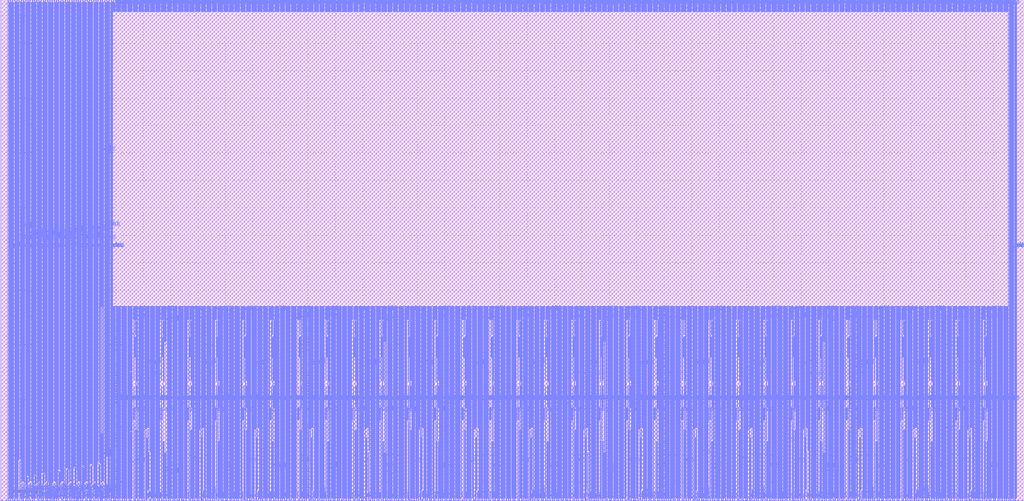
<source format=lef>
VERSION 5.8 ;
BUSBITCHARS "[]" ;
DIVIDERCHAR "/" ;

MACRO sramgen_sram_1024x32m8w8_replica_v1
  CLASS BLOCK ;
  ORIGIN 84.035 353.63 ;
  FOREIGN sramgen_sram_1024x32m8w8_replica_v1 -84.035 -353.63 ;
  SIZE 746.495 BY 365.345 ;
  SYMMETRY X Y R90 ;
  PIN vdd
    DIRECTION INOUT ;
    USE POWER ;
    PORT
      LAYER met3 ;
        RECT -78.6 -353.23 -78.2 11.315 ;
    END
    PORT
      LAYER met3 ;
        RECT -77 -353.23 -76.6 11.315 ;
    END
    PORT
      LAYER met3 ;
        RECT -75.4 -353.23 -75 11.315 ;
    END
    PORT
      LAYER met3 ;
        RECT -73.8 -353.23 -73.4 11.315 ;
    END
    PORT
      LAYER met3 ;
        RECT -72.2 -353.23 -71.8 11.315 ;
    END
    PORT
      LAYER met3 ;
        RECT -70.6 -323.62 -70.2 11.315 ;
    END
    PORT
      LAYER met3 ;
        RECT -69 -340.58 -68.6 11.315 ;
    END
    PORT
      LAYER met3 ;
        RECT -67.4 -339.52 -67 11.315 ;
    END
    PORT
      LAYER met3 ;
        RECT -67.4 -353.23 -67 -346.3 ;
    END
    PORT
      LAYER met3 ;
        RECT -65.8 -353.23 -65.4 11.315 ;
    END
    PORT
      LAYER met3 ;
        RECT -64.2 -335.28 -63.8 11.315 ;
    END
    PORT
      LAYER met3 ;
        RECT -64.2 -353.23 -63.8 -342.06 ;
    END
    PORT
      LAYER met3 ;
        RECT -62.6 -339.52 -62.2 11.315 ;
    END
    PORT
      LAYER met3 ;
        RECT -61 -353.23 -60.6 11.315 ;
    END
    PORT
      LAYER met3 ;
        RECT -59.4 -334.22 -59 11.315 ;
    END
    PORT
      LAYER met3 ;
        RECT -59.4 -353.23 -59 -343.12 ;
    END
    PORT
      LAYER met3 ;
        RECT -57.8 -340.58 -57.4 11.315 ;
    END
    PORT
      LAYER met3 ;
        RECT -56.2 -339.52 -55.8 11.315 ;
    END
    PORT
      LAYER met3 ;
        RECT -56.2 -353.23 -55.8 -346.3 ;
    END
    PORT
      LAYER met3 ;
        RECT -54.6 -353.23 -54.2 11.315 ;
    END
    PORT
      LAYER met3 ;
        RECT -53 -333.16 -52.6 11.315 ;
    END
    PORT
      LAYER met3 ;
        RECT -53 -353.23 -52.6 -343.12 ;
    END
    PORT
      LAYER met3 ;
        RECT -51.4 -340.58 -51 11.315 ;
    END
    PORT
      LAYER met3 ;
        RECT -49.8 -339.52 -49.4 11.315 ;
    END
    PORT
      LAYER met3 ;
        RECT -49.8 -353.23 -49.4 -346.3 ;
    END
    PORT
      LAYER met3 ;
        RECT -48.2 -353.23 -47.8 11.315 ;
    END
    PORT
      LAYER met3 ;
        RECT -46.6 -333.16 -46.2 11.315 ;
    END
    PORT
      LAYER met3 ;
        RECT -46.6 -353.23 -46.2 -342.06 ;
    END
    PORT
      LAYER met3 ;
        RECT -45 -339.52 -44.6 11.315 ;
    END
    PORT
      LAYER met3 ;
        RECT -45 -353.23 -44.6 -346.3 ;
    END
    PORT
      LAYER met3 ;
        RECT -43.4 -353.23 -43 11.315 ;
    END
    PORT
      LAYER met3 ;
        RECT -41.8 -331.04 -41.4 11.315 ;
    END
    PORT
      LAYER met3 ;
        RECT -41.8 -353.23 -41.4 -343.12 ;
    END
    PORT
      LAYER met3 ;
        RECT -40.2 -340.58 -39.8 11.315 ;
    END
    PORT
      LAYER met3 ;
        RECT -38.6 -339.52 -38.2 11.315 ;
    END
    PORT
      LAYER met3 ;
        RECT -38.6 -353.23 -38.2 -346.3 ;
    END
    PORT
      LAYER met3 ;
        RECT -37 -353.23 -36.6 11.315 ;
    END
    PORT
      LAYER met3 ;
        RECT -35.4 -329.98 -35 11.315 ;
    END
    PORT
      LAYER met3 ;
        RECT -35.4 -353.23 -35 -343.12 ;
    END
    PORT
      LAYER met3 ;
        RECT -33.8 -340.58 -33.4 11.315 ;
    END
    PORT
      LAYER met3 ;
        RECT -32.2 -353.23 -31.8 11.315 ;
    END
    PORT
      LAYER met3 ;
        RECT -30.6 -328.92 -30.2 11.315 ;
    END
    PORT
      LAYER met3 ;
        RECT -30.6 -353.23 -30.2 -343.12 ;
    END
    PORT
      LAYER met3 ;
        RECT -29 -329.98 -28.6 11.315 ;
    END
    PORT
      LAYER met3 ;
        RECT -29 -353.23 -28.6 -342.06 ;
    END
    PORT
      LAYER met3 ;
        RECT -27.4 -339.52 -27 11.315 ;
    END
    PORT
      LAYER met3 ;
        RECT -27.4 -353.23 -27 -346.3 ;
    END
    PORT
      LAYER met3 ;
        RECT -25.8 -353.23 -25.4 11.315 ;
    END
    PORT
      LAYER met3 ;
        RECT -24.2 -327.86 -23.8 11.315 ;
    END
    PORT
      LAYER met3 ;
        RECT -24.2 -353.23 -23.8 -343.12 ;
    END
    PORT
      LAYER met3 ;
        RECT -22.6 -340.58 -22.2 11.315 ;
    END
    PORT
      LAYER met3 ;
        RECT -21 -339.52 -20.6 11.315 ;
    END
    PORT
      LAYER met3 ;
        RECT -21 -353.23 -20.6 -346.3 ;
    END
    PORT
      LAYER met3 ;
        RECT -19.4 -353.23 -19 11.315 ;
    END
    PORT
      LAYER met3 ;
        RECT -17.8 -326.8 -17.4 11.315 ;
    END
    PORT
      LAYER met3 ;
        RECT -17.8 -353.23 -17.4 -343.12 ;
    END
    PORT
      LAYER met3 ;
        RECT -16.2 -340.58 -15.8 11.315 ;
    END
    PORT
      LAYER met3 ;
        RECT -14.6 -353.23 -14.2 11.315 ;
    END
    PORT
      LAYER met3 ;
        RECT -13 -325.74 -12.6 11.315 ;
    END
    PORT
      LAYER met3 ;
        RECT -13 -353.23 -12.6 -343.12 ;
    END
    PORT
      LAYER met3 ;
        RECT -11.4 -326.8 -11 11.315 ;
    END
    PORT
      LAYER met3 ;
        RECT -11.4 -353.23 -11 -342.06 ;
    END
    PORT
      LAYER met3 ;
        RECT -9.8 -212.32 -9.4 11.315 ;
    END
    PORT
      LAYER met3 ;
        RECT -9.8 -339.52 -9.4 -304.96 ;
    END
    PORT
      LAYER met3 ;
        RECT -9.8 -353.23 -9.4 -346.3 ;
    END
    PORT
      LAYER met3 ;
        RECT -8.2 -353.23 -7.8 11.315 ;
    END
    PORT
      LAYER met3 ;
        RECT -6.6 -321.5 -6.2 11.315 ;
    END
    PORT
      LAYER met3 ;
        RECT -6.6 -353.23 -6.2 -342.06 ;
    END
    PORT
      LAYER met3 ;
        RECT -5 -353.23 -4.6 11.315 ;
    END
    PORT
      LAYER met3 ;
        RECT -3.4 -353.23 -3 11.315 ;
    END
    PORT
      LAYER met3 ;
        RECT -1.8 2.86 -1.4 11.315 ;
    END
    PORT
      LAYER met3 ;
        RECT -1.8 -353.23 -1.4 -211.68 ;
    END
    PORT
      LAYER met3 ;
        RECT -0.2 2.86 0.2 11.315 ;
    END
    PORT
      LAYER met3 ;
        RECT -0.2 -353.23 0.2 -211.68 ;
    END
    PORT
      LAYER met3 ;
        RECT 1.4 2.86 1.8 11.315 ;
    END
    PORT
      LAYER met3 ;
        RECT 1.4 -353.23 1.8 -211.68 ;
    END
    PORT
      LAYER met3 ;
        RECT 3 2.86 3.4 11.315 ;
    END
    PORT
      LAYER met3 ;
        RECT 3 -353.23 3.4 -211.68 ;
    END
    PORT
      LAYER met3 ;
        RECT 4.6 2.86 5 11.315 ;
    END
    PORT
      LAYER met3 ;
        RECT 4.6 -353.23 5 -211.68 ;
    END
    PORT
      LAYER met3 ;
        RECT 6.2 2.86 6.6 11.315 ;
    END
    PORT
      LAYER met3 ;
        RECT 6.2 -353.23 6.6 -211.68 ;
    END
    PORT
      LAYER met3 ;
        RECT 7.8 2.86 8.2 11.315 ;
    END
    PORT
      LAYER met3 ;
        RECT 7.8 -353.23 8.2 -211.68 ;
    END
    PORT
      LAYER met3 ;
        RECT 9.4 2.86 9.8 11.315 ;
    END
    PORT
      LAYER met3 ;
        RECT 9.4 -353.23 9.8 -211.68 ;
    END
    PORT
      LAYER met3 ;
        RECT 11 2.86 11.4 11.315 ;
    END
    PORT
      LAYER met3 ;
        RECT 11 -258.96 11.4 -211.68 ;
    END
    PORT
      LAYER met3 ;
        RECT 11 -353.23 11.4 -303.9 ;
    END
    PORT
      LAYER met3 ;
        RECT 12.6 2.86 13 11.315 ;
    END
    PORT
      LAYER met3 ;
        RECT 12.6 -221.86 13 -211.68 ;
    END
    PORT
      LAYER met3 ;
        RECT 12.6 -295 13 -285.88 ;
    END
    PORT
      LAYER met3 ;
        RECT 14.2 2.86 14.6 11.315 ;
    END
    PORT
      LAYER met3 ;
        RECT 14.2 -232.46 14.6 -211.68 ;
    END
    PORT
      LAYER met3 ;
        RECT 14.2 -353.23 14.6 -301.78 ;
    END
    PORT
      LAYER met3 ;
        RECT 15.8 2.86 16.2 11.315 ;
    END
    PORT
      LAYER met3 ;
        RECT 15.8 -353.23 16.2 -211.68 ;
    END
    PORT
      LAYER met3 ;
        RECT 17.4 2.86 17.8 11.315 ;
    END
    PORT
      LAYER met3 ;
        RECT 17.4 -353.23 17.8 -211.68 ;
    END
    PORT
      LAYER met3 ;
        RECT 19 2.86 19.4 11.315 ;
    END
    PORT
      LAYER met3 ;
        RECT 19 -353.23 19.4 -211.68 ;
    END
    PORT
      LAYER met3 ;
        RECT 20.6 2.86 21 11.315 ;
    END
    PORT
      LAYER met3 ;
        RECT 20.6 -353.23 21 -211.68 ;
    END
    PORT
      LAYER met3 ;
        RECT 22.2 2.86 22.6 11.315 ;
    END
    PORT
      LAYER met3 ;
        RECT 22.2 -301.36 22.6 -211.68 ;
    END
    PORT
      LAYER met3 ;
        RECT 23.8 2.86 24.2 11.315 ;
    END
    PORT
      LAYER met3 ;
        RECT 23.8 -300.3 24.2 -211.68 ;
    END
    PORT
      LAYER met3 ;
        RECT 25.4 2.86 25.8 11.315 ;
    END
    PORT
      LAYER met3 ;
        RECT 25.4 -353.23 25.8 -211.68 ;
    END
    PORT
      LAYER met3 ;
        RECT 27 2.86 27.4 11.315 ;
    END
    PORT
      LAYER met3 ;
        RECT 27 -353.23 27.4 -211.68 ;
    END
    PORT
      LAYER met3 ;
        RECT 28.6 2.86 29 11.315 ;
    END
    PORT
      LAYER met3 ;
        RECT 28.6 -353.23 29 -211.68 ;
    END
    PORT
      LAYER met3 ;
        RECT 30.2 2.86 30.6 11.315 ;
    END
    PORT
      LAYER met3 ;
        RECT 30.2 -353.23 30.6 -211.68 ;
    END
    PORT
      LAYER met3 ;
        RECT 31.8 2.86 32.2 11.315 ;
    END
    PORT
      LAYER met3 ;
        RECT 31.8 -353.23 32.2 -211.68 ;
    END
    PORT
      LAYER met3 ;
        RECT 33.4 2.86 33.8 11.315 ;
    END
    PORT
      LAYER met3 ;
        RECT 33.4 -221.86 33.8 -211.68 ;
    END
    PORT
      LAYER met3 ;
        RECT 33.4 -295 33.8 -285.88 ;
    END
    PORT
      LAYER met3 ;
        RECT 35 2.86 35.4 11.315 ;
    END
    PORT
      LAYER met3 ;
        RECT 35 -221.86 35.4 -211.68 ;
    END
    PORT
      LAYER met3 ;
        RECT 35 -353.23 35.4 -310.26 ;
    END
    PORT
      LAYER met3 ;
        RECT 36.6 2.86 37 11.315 ;
    END
    PORT
      LAYER met3 ;
        RECT 36.6 -237.76 37 -211.68 ;
    END
    PORT
      LAYER met3 ;
        RECT 36.6 -353.23 37 -318.74 ;
    END
    PORT
      LAYER met3 ;
        RECT 38.2 2.86 38.6 11.315 ;
    END
    PORT
      LAYER met3 ;
        RECT 38.2 -353.23 38.6 -211.68 ;
    END
    PORT
      LAYER met3 ;
        RECT 39.8 2.86 40.2 11.315 ;
    END
    PORT
      LAYER met3 ;
        RECT 39.8 -353.23 40.2 -211.68 ;
    END
    PORT
      LAYER met3 ;
        RECT 41.4 2.86 41.8 11.315 ;
    END
    PORT
      LAYER met3 ;
        RECT 41.4 -353.23 41.8 -211.68 ;
    END
    PORT
      LAYER met3 ;
        RECT 43 2.86 43.4 11.315 ;
    END
    PORT
      LAYER met3 ;
        RECT 43 -353.23 43.4 -211.68 ;
    END
    PORT
      LAYER met3 ;
        RECT 44.6 2.86 45 11.315 ;
    END
    PORT
      LAYER met3 ;
        RECT 44.6 -353.23 45 -211.68 ;
    END
    PORT
      LAYER met3 ;
        RECT 46.2 2.86 46.6 11.315 ;
    END
    PORT
      LAYER met3 ;
        RECT 46.2 -353.23 46.6 -211.68 ;
    END
    PORT
      LAYER met3 ;
        RECT 47.8 2.86 48.2 11.315 ;
    END
    PORT
      LAYER met3 ;
        RECT 47.8 -353.23 48.2 -211.68 ;
    END
    PORT
      LAYER met3 ;
        RECT 49.4 2.86 49.8 11.315 ;
    END
    PORT
      LAYER met3 ;
        RECT 49.4 -353.23 49.8 -211.68 ;
    END
    PORT
      LAYER met3 ;
        RECT 51 2.86 51.4 11.315 ;
    END
    PORT
      LAYER met3 ;
        RECT 51 -353.23 51.4 -211.68 ;
    END
    PORT
      LAYER met3 ;
        RECT 52.6 2.86 53 11.315 ;
    END
    PORT
      LAYER met3 ;
        RECT 52.6 -221.86 53 -211.68 ;
    END
    PORT
      LAYER met3 ;
        RECT 52.6 -295 53 -285.88 ;
    END
    PORT
      LAYER met3 ;
        RECT 54.2 2.86 54.6 11.315 ;
    END
    PORT
      LAYER met3 ;
        RECT 54.2 -232.46 54.6 -211.68 ;
    END
    PORT
      LAYER met3 ;
        RECT 54.2 -353.23 54.6 -301.78 ;
    END
    PORT
      LAYER met3 ;
        RECT 55.8 2.86 56.2 11.315 ;
    END
    PORT
      LAYER met3 ;
        RECT 55.8 -353.23 56.2 -211.68 ;
    END
    PORT
      LAYER met3 ;
        RECT 57.4 2.86 57.8 11.315 ;
    END
    PORT
      LAYER met3 ;
        RECT 57.4 -353.23 57.8 -211.68 ;
    END
    PORT
      LAYER met3 ;
        RECT 59 2.86 59.4 11.315 ;
    END
    PORT
      LAYER met3 ;
        RECT 59 -353.23 59.4 -211.68 ;
    END
    PORT
      LAYER met3 ;
        RECT 60.6 2.86 61 11.315 ;
    END
    PORT
      LAYER met3 ;
        RECT 60.6 -353.23 61 -211.68 ;
    END
    PORT
      LAYER met3 ;
        RECT 62.2 2.86 62.6 11.315 ;
    END
    PORT
      LAYER met3 ;
        RECT 62.2 -301.36 62.6 -211.68 ;
    END
    PORT
      LAYER met3 ;
        RECT 63.8 2.86 64.2 11.315 ;
    END
    PORT
      LAYER met3 ;
        RECT 63.8 -300.3 64.2 -211.68 ;
    END
    PORT
      LAYER met3 ;
        RECT 63.8 -353.23 64.2 -346.3 ;
    END
    PORT
      LAYER met3 ;
        RECT 65.4 2.86 65.8 11.315 ;
    END
    PORT
      LAYER met3 ;
        RECT 65.4 -353.23 65.8 -211.68 ;
    END
    PORT
      LAYER met3 ;
        RECT 67 2.86 67.4 11.315 ;
    END
    PORT
      LAYER met3 ;
        RECT 67 -353.23 67.4 -211.68 ;
    END
    PORT
      LAYER met3 ;
        RECT 68.6 2.86 69 11.315 ;
    END
    PORT
      LAYER met3 ;
        RECT 68.6 -353.23 69 -211.68 ;
    END
    PORT
      LAYER met3 ;
        RECT 70.2 2.86 70.6 11.315 ;
    END
    PORT
      LAYER met3 ;
        RECT 70.2 -353.23 70.6 -211.68 ;
    END
    PORT
      LAYER met3 ;
        RECT 71.8 2.86 72.2 11.315 ;
    END
    PORT
      LAYER met3 ;
        RECT 71.8 -353.23 72.2 -211.68 ;
    END
    PORT
      LAYER met3 ;
        RECT 73.4 2.86 73.8 11.315 ;
    END
    PORT
      LAYER met3 ;
        RECT 73.4 -221.86 73.8 -211.68 ;
    END
    PORT
      LAYER met3 ;
        RECT 73.4 -295 73.8 -285.88 ;
    END
    PORT
      LAYER met3 ;
        RECT 75 2.86 75.4 11.315 ;
    END
    PORT
      LAYER met3 ;
        RECT 75 -221.86 75.4 -211.68 ;
    END
    PORT
      LAYER met3 ;
        RECT 75 -353.23 75.4 -310.26 ;
    END
    PORT
      LAYER met3 ;
        RECT 76.6 2.86 77 11.315 ;
    END
    PORT
      LAYER met3 ;
        RECT 76.6 -353.23 77 -211.68 ;
    END
    PORT
      LAYER met3 ;
        RECT 78.2 2.86 78.6 11.315 ;
    END
    PORT
      LAYER met3 ;
        RECT 78.2 -353.23 78.6 -211.68 ;
    END
    PORT
      LAYER met3 ;
        RECT 79.8 2.86 80.2 11.315 ;
    END
    PORT
      LAYER met3 ;
        RECT 79.8 -353.23 80.2 -211.68 ;
    END
    PORT
      LAYER met3 ;
        RECT 81.4 2.86 81.8 11.315 ;
    END
    PORT
      LAYER met3 ;
        RECT 81.4 -353.23 81.8 -211.68 ;
    END
    PORT
      LAYER met3 ;
        RECT 83 2.86 83.4 11.315 ;
    END
    PORT
      LAYER met3 ;
        RECT 83 -353.23 83.4 -211.68 ;
    END
    PORT
      LAYER met3 ;
        RECT 84.6 2.86 85 11.315 ;
    END
    PORT
      LAYER met3 ;
        RECT 84.6 -353.23 85 -211.68 ;
    END
    PORT
      LAYER met3 ;
        RECT 86.2 2.86 86.6 11.315 ;
    END
    PORT
      LAYER met3 ;
        RECT 86.2 -353.23 86.6 -211.68 ;
    END
    PORT
      LAYER met3 ;
        RECT 87.8 2.86 88.2 11.315 ;
    END
    PORT
      LAYER met3 ;
        RECT 87.8 -353.23 88.2 -211.68 ;
    END
    PORT
      LAYER met3 ;
        RECT 89.4 2.86 89.8 11.315 ;
    END
    PORT
      LAYER met3 ;
        RECT 89.4 -353.23 89.8 -211.68 ;
    END
    PORT
      LAYER met3 ;
        RECT 91 2.86 91.4 11.315 ;
    END
    PORT
      LAYER met3 ;
        RECT 91 -353.23 91.4 -211.68 ;
    END
    PORT
      LAYER met3 ;
        RECT 92.6 2.86 93 11.315 ;
    END
    PORT
      LAYER met3 ;
        RECT 92.6 -221.86 93 -211.68 ;
    END
    PORT
      LAYER met3 ;
        RECT 92.6 -295 93 -285.88 ;
    END
    PORT
      LAYER met3 ;
        RECT 94.2 2.86 94.6 11.315 ;
    END
    PORT
      LAYER met3 ;
        RECT 94.2 -232.46 94.6 -211.68 ;
    END
    PORT
      LAYER met3 ;
        RECT 94.2 -353.23 94.6 -301.78 ;
    END
    PORT
      LAYER met3 ;
        RECT 95.8 2.86 96.2 11.315 ;
    END
    PORT
      LAYER met3 ;
        RECT 95.8 -353.23 96.2 -211.68 ;
    END
    PORT
      LAYER met3 ;
        RECT 97.4 2.86 97.8 11.315 ;
    END
    PORT
      LAYER met3 ;
        RECT 97.4 -353.23 97.8 -211.68 ;
    END
    PORT
      LAYER met3 ;
        RECT 99 2.86 99.4 11.315 ;
    END
    PORT
      LAYER met3 ;
        RECT 99 -353.23 99.4 -211.68 ;
    END
    PORT
      LAYER met3 ;
        RECT 100.6 2.86 101 11.315 ;
    END
    PORT
      LAYER met3 ;
        RECT 100.6 -353.23 101 -211.68 ;
    END
    PORT
      LAYER met3 ;
        RECT 102.2 2.86 102.6 11.315 ;
    END
    PORT
      LAYER met3 ;
        RECT 102.2 -301.36 102.6 -211.68 ;
    END
    PORT
      LAYER met3 ;
        RECT 103.8 2.86 104.2 11.315 ;
    END
    PORT
      LAYER met3 ;
        RECT 103.8 -300.3 104.2 -211.68 ;
    END
    PORT
      LAYER met3 ;
        RECT 103.8 -353.23 104.2 -346.3 ;
    END
    PORT
      LAYER met3 ;
        RECT 105.4 2.86 105.8 11.315 ;
    END
    PORT
      LAYER met3 ;
        RECT 105.4 -353.23 105.8 -211.68 ;
    END
    PORT
      LAYER met3 ;
        RECT 107 2.86 107.4 11.315 ;
    END
    PORT
      LAYER met3 ;
        RECT 107 -353.23 107.4 -211.68 ;
    END
    PORT
      LAYER met3 ;
        RECT 108.6 2.86 109 11.315 ;
    END
    PORT
      LAYER met3 ;
        RECT 108.6 -353.23 109 -211.68 ;
    END
    PORT
      LAYER met3 ;
        RECT 110.2 2.86 110.6 11.315 ;
    END
    PORT
      LAYER met3 ;
        RECT 110.2 -353.23 110.6 -211.68 ;
    END
    PORT
      LAYER met3 ;
        RECT 111.8 2.86 112.2 11.315 ;
    END
    PORT
      LAYER met3 ;
        RECT 111.8 -353.23 112.2 -211.68 ;
    END
    PORT
      LAYER met3 ;
        RECT 113.4 2.86 113.8 11.315 ;
    END
    PORT
      LAYER met3 ;
        RECT 113.4 -221.86 113.8 -211.68 ;
    END
    PORT
      LAYER met3 ;
        RECT 113.4 -295 113.8 -285.88 ;
    END
    PORT
      LAYER met3 ;
        RECT 115 2.86 115.4 11.315 ;
    END
    PORT
      LAYER met3 ;
        RECT 115 -221.86 115.4 -211.68 ;
    END
    PORT
      LAYER met3 ;
        RECT 115 -353.23 115.4 -310.26 ;
    END
    PORT
      LAYER met3 ;
        RECT 116.6 2.86 117 11.315 ;
    END
    PORT
      LAYER met3 ;
        RECT 116.6 -353.23 117 -211.68 ;
    END
    PORT
      LAYER met3 ;
        RECT 118.2 2.86 118.6 11.315 ;
    END
    PORT
      LAYER met3 ;
        RECT 118.2 -353.23 118.6 -211.68 ;
    END
    PORT
      LAYER met3 ;
        RECT 119.8 2.86 120.2 11.315 ;
    END
    PORT
      LAYER met3 ;
        RECT 119.8 -353.23 120.2 -211.68 ;
    END
    PORT
      LAYER met3 ;
        RECT 121.4 2.86 121.8 11.315 ;
    END
    PORT
      LAYER met3 ;
        RECT 121.4 -353.23 121.8 -211.68 ;
    END
    PORT
      LAYER met3 ;
        RECT 123 2.86 123.4 11.315 ;
    END
    PORT
      LAYER met3 ;
        RECT 123 -353.23 123.4 -211.68 ;
    END
    PORT
      LAYER met3 ;
        RECT 124.6 2.86 125 11.315 ;
    END
    PORT
      LAYER met3 ;
        RECT 124.6 -353.23 125 -211.68 ;
    END
    PORT
      LAYER met3 ;
        RECT 126.2 2.86 126.6 11.315 ;
    END
    PORT
      LAYER met3 ;
        RECT 126.2 -353.23 126.6 -211.68 ;
    END
    PORT
      LAYER met3 ;
        RECT 127.8 2.86 128.2 11.315 ;
    END
    PORT
      LAYER met3 ;
        RECT 127.8 -353.23 128.2 -211.68 ;
    END
    PORT
      LAYER met3 ;
        RECT 129.4 2.86 129.8 11.315 ;
    END
    PORT
      LAYER met3 ;
        RECT 129.4 -353.23 129.8 -211.68 ;
    END
    PORT
      LAYER met3 ;
        RECT 131 2.86 131.4 11.315 ;
    END
    PORT
      LAYER met3 ;
        RECT 131 -353.23 131.4 -211.68 ;
    END
    PORT
      LAYER met3 ;
        RECT 132.6 2.86 133 11.315 ;
    END
    PORT
      LAYER met3 ;
        RECT 132.6 -221.86 133 -211.68 ;
    END
    PORT
      LAYER met3 ;
        RECT 132.6 -295 133 -285.88 ;
    END
    PORT
      LAYER met3 ;
        RECT 134.2 2.86 134.6 11.315 ;
    END
    PORT
      LAYER met3 ;
        RECT 134.2 -232.46 134.6 -211.68 ;
    END
    PORT
      LAYER met3 ;
        RECT 134.2 -353.23 134.6 -301.78 ;
    END
    PORT
      LAYER met3 ;
        RECT 135.8 2.86 136.2 11.315 ;
    END
    PORT
      LAYER met3 ;
        RECT 135.8 -353.23 136.2 -211.68 ;
    END
    PORT
      LAYER met3 ;
        RECT 137.4 2.86 137.8 11.315 ;
    END
    PORT
      LAYER met3 ;
        RECT 137.4 -353.23 137.8 -211.68 ;
    END
    PORT
      LAYER met3 ;
        RECT 139 2.86 139.4 11.315 ;
    END
    PORT
      LAYER met3 ;
        RECT 139 -353.23 139.4 -211.68 ;
    END
    PORT
      LAYER met3 ;
        RECT 140.6 2.86 141 11.315 ;
    END
    PORT
      LAYER met3 ;
        RECT 140.6 -353.23 141 -211.68 ;
    END
    PORT
      LAYER met3 ;
        RECT 142.2 2.86 142.6 11.315 ;
    END
    PORT
      LAYER met3 ;
        RECT 142.2 -301.36 142.6 -211.68 ;
    END
    PORT
      LAYER met3 ;
        RECT 143.8 2.86 144.2 11.315 ;
    END
    PORT
      LAYER met3 ;
        RECT 143.8 -300.3 144.2 -211.68 ;
    END
    PORT
      LAYER met3 ;
        RECT 143.8 -353.23 144.2 -346.3 ;
    END
    PORT
      LAYER met3 ;
        RECT 145.4 2.86 145.8 11.315 ;
    END
    PORT
      LAYER met3 ;
        RECT 145.4 -353.23 145.8 -211.68 ;
    END
    PORT
      LAYER met3 ;
        RECT 147 2.86 147.4 11.315 ;
    END
    PORT
      LAYER met3 ;
        RECT 147 -353.23 147.4 -211.68 ;
    END
    PORT
      LAYER met3 ;
        RECT 148.6 2.86 149 11.315 ;
    END
    PORT
      LAYER met3 ;
        RECT 148.6 -353.23 149 -211.68 ;
    END
    PORT
      LAYER met3 ;
        RECT 150.2 2.86 150.6 11.315 ;
    END
    PORT
      LAYER met3 ;
        RECT 150.2 -353.23 150.6 -211.68 ;
    END
    PORT
      LAYER met3 ;
        RECT 151.8 2.86 152.2 11.315 ;
    END
    PORT
      LAYER met3 ;
        RECT 151.8 -353.23 152.2 -211.68 ;
    END
    PORT
      LAYER met3 ;
        RECT 153.4 2.86 153.8 11.315 ;
    END
    PORT
      LAYER met3 ;
        RECT 153.4 -221.86 153.8 -211.68 ;
    END
    PORT
      LAYER met3 ;
        RECT 153.4 -295 153.8 -285.88 ;
    END
    PORT
      LAYER met3 ;
        RECT 155 2.86 155.4 11.315 ;
    END
    PORT
      LAYER met3 ;
        RECT 155 -221.86 155.4 -211.68 ;
    END
    PORT
      LAYER met3 ;
        RECT 155 -353.23 155.4 -310.26 ;
    END
    PORT
      LAYER met3 ;
        RECT 156.6 2.86 157 11.315 ;
    END
    PORT
      LAYER met3 ;
        RECT 156.6 -353.23 157 -211.68 ;
    END
    PORT
      LAYER met3 ;
        RECT 158.2 2.86 158.6 11.315 ;
    END
    PORT
      LAYER met3 ;
        RECT 158.2 -353.23 158.6 -211.68 ;
    END
    PORT
      LAYER met3 ;
        RECT 159.8 2.86 160.2 11.315 ;
    END
    PORT
      LAYER met3 ;
        RECT 159.8 -353.23 160.2 -211.68 ;
    END
    PORT
      LAYER met3 ;
        RECT 161.4 2.86 161.8 11.315 ;
    END
    PORT
      LAYER met3 ;
        RECT 161.4 -353.23 161.8 -211.68 ;
    END
    PORT
      LAYER met3 ;
        RECT 163 2.86 163.4 11.315 ;
    END
    PORT
      LAYER met3 ;
        RECT 163 -353.23 163.4 -211.68 ;
    END
    PORT
      LAYER met3 ;
        RECT 164.6 2.86 165 11.315 ;
    END
    PORT
      LAYER met3 ;
        RECT 164.6 -353.23 165 -211.68 ;
    END
    PORT
      LAYER met3 ;
        RECT 166.2 2.86 166.6 11.315 ;
    END
    PORT
      LAYER met3 ;
        RECT 166.2 -353.23 166.6 -211.68 ;
    END
    PORT
      LAYER met3 ;
        RECT 167.8 2.86 168.2 11.315 ;
    END
    PORT
      LAYER met3 ;
        RECT 167.8 -353.23 168.2 -211.68 ;
    END
    PORT
      LAYER met3 ;
        RECT 169.4 2.86 169.8 11.315 ;
    END
    PORT
      LAYER met3 ;
        RECT 169.4 -353.23 169.8 -211.68 ;
    END
    PORT
      LAYER met3 ;
        RECT 171 2.86 171.4 11.315 ;
    END
    PORT
      LAYER met3 ;
        RECT 171 -353.23 171.4 -211.68 ;
    END
    PORT
      LAYER met3 ;
        RECT 172.6 2.86 173 11.315 ;
    END
    PORT
      LAYER met3 ;
        RECT 172.6 -221.86 173 -211.68 ;
    END
    PORT
      LAYER met3 ;
        RECT 172.6 -295 173 -285.88 ;
    END
    PORT
      LAYER met3 ;
        RECT 174.2 2.86 174.6 11.315 ;
    END
    PORT
      LAYER met3 ;
        RECT 174.2 -232.46 174.6 -211.68 ;
    END
    PORT
      LAYER met3 ;
        RECT 174.2 -353.23 174.6 -301.78 ;
    END
    PORT
      LAYER met3 ;
        RECT 175.8 2.86 176.2 11.315 ;
    END
    PORT
      LAYER met3 ;
        RECT 175.8 -353.23 176.2 -211.68 ;
    END
    PORT
      LAYER met3 ;
        RECT 177.4 2.86 177.8 11.315 ;
    END
    PORT
      LAYER met3 ;
        RECT 177.4 -353.23 177.8 -211.68 ;
    END
    PORT
      LAYER met3 ;
        RECT 179 2.86 179.4 11.315 ;
    END
    PORT
      LAYER met3 ;
        RECT 179 -353.23 179.4 -211.68 ;
    END
    PORT
      LAYER met3 ;
        RECT 180.6 2.86 181 11.315 ;
    END
    PORT
      LAYER met3 ;
        RECT 180.6 -353.23 181 -211.68 ;
    END
    PORT
      LAYER met3 ;
        RECT 182.2 2.86 182.6 11.315 ;
    END
    PORT
      LAYER met3 ;
        RECT 182.2 -301.36 182.6 -211.68 ;
    END
    PORT
      LAYER met3 ;
        RECT 183.8 2.86 184.2 11.315 ;
    END
    PORT
      LAYER met3 ;
        RECT 183.8 -300.3 184.2 -211.68 ;
    END
    PORT
      LAYER met3 ;
        RECT 185.4 2.86 185.8 11.315 ;
    END
    PORT
      LAYER met3 ;
        RECT 185.4 -353.23 185.8 -211.68 ;
    END
    PORT
      LAYER met3 ;
        RECT 187 2.86 187.4 11.315 ;
    END
    PORT
      LAYER met3 ;
        RECT 187 -353.23 187.4 -211.68 ;
    END
    PORT
      LAYER met3 ;
        RECT 188.6 2.86 189 11.315 ;
    END
    PORT
      LAYER met3 ;
        RECT 188.6 -353.23 189 -211.68 ;
    END
    PORT
      LAYER met3 ;
        RECT 190.2 2.86 190.6 11.315 ;
    END
    PORT
      LAYER met3 ;
        RECT 190.2 -353.23 190.6 -211.68 ;
    END
    PORT
      LAYER met3 ;
        RECT 191.8 2.86 192.2 11.315 ;
    END
    PORT
      LAYER met3 ;
        RECT 191.8 -353.23 192.2 -211.68 ;
    END
    PORT
      LAYER met3 ;
        RECT 193.4 2.86 193.8 11.315 ;
    END
    PORT
      LAYER met3 ;
        RECT 193.4 -221.86 193.8 -211.68 ;
    END
    PORT
      LAYER met3 ;
        RECT 193.4 -295 193.8 -285.88 ;
    END
    PORT
      LAYER met3 ;
        RECT 195 2.86 195.4 11.315 ;
    END
    PORT
      LAYER met3 ;
        RECT 195 -221.86 195.4 -211.68 ;
    END
    PORT
      LAYER met3 ;
        RECT 195 -353.23 195.4 -310.26 ;
    END
    PORT
      LAYER met3 ;
        RECT 196.6 2.86 197 11.315 ;
    END
    PORT
      LAYER met3 ;
        RECT 196.6 -237.76 197 -211.68 ;
    END
    PORT
      LAYER met3 ;
        RECT 196.6 -353.23 197 -318.74 ;
    END
    PORT
      LAYER met3 ;
        RECT 198.2 2.86 198.6 11.315 ;
    END
    PORT
      LAYER met3 ;
        RECT 198.2 -353.23 198.6 -211.68 ;
    END
    PORT
      LAYER met3 ;
        RECT 199.8 2.86 200.2 11.315 ;
    END
    PORT
      LAYER met3 ;
        RECT 199.8 -353.23 200.2 -211.68 ;
    END
    PORT
      LAYER met3 ;
        RECT 201.4 2.86 201.8 11.315 ;
    END
    PORT
      LAYER met3 ;
        RECT 201.4 -353.23 201.8 -211.68 ;
    END
    PORT
      LAYER met3 ;
        RECT 203 2.86 203.4 11.315 ;
    END
    PORT
      LAYER met3 ;
        RECT 203 -353.23 203.4 -211.68 ;
    END
    PORT
      LAYER met3 ;
        RECT 204.6 2.86 205 11.315 ;
    END
    PORT
      LAYER met3 ;
        RECT 204.6 -353.23 205 -211.68 ;
    END
    PORT
      LAYER met3 ;
        RECT 206.2 2.86 206.6 11.315 ;
    END
    PORT
      LAYER met3 ;
        RECT 206.2 -353.23 206.6 -211.68 ;
    END
    PORT
      LAYER met3 ;
        RECT 207.8 2.86 208.2 11.315 ;
    END
    PORT
      LAYER met3 ;
        RECT 207.8 -353.23 208.2 -211.68 ;
    END
    PORT
      LAYER met3 ;
        RECT 209.4 2.86 209.8 11.315 ;
    END
    PORT
      LAYER met3 ;
        RECT 209.4 -353.23 209.8 -211.68 ;
    END
    PORT
      LAYER met3 ;
        RECT 211 2.86 211.4 11.315 ;
    END
    PORT
      LAYER met3 ;
        RECT 211 -353.23 211.4 -211.68 ;
    END
    PORT
      LAYER met3 ;
        RECT 212.6 2.86 213 11.315 ;
    END
    PORT
      LAYER met3 ;
        RECT 212.6 -221.86 213 -211.68 ;
    END
    PORT
      LAYER met3 ;
        RECT 212.6 -295 213 -285.88 ;
    END
    PORT
      LAYER met3 ;
        RECT 214.2 2.86 214.6 11.315 ;
    END
    PORT
      LAYER met3 ;
        RECT 214.2 -232.46 214.6 -211.68 ;
    END
    PORT
      LAYER met3 ;
        RECT 214.2 -353.23 214.6 -301.78 ;
    END
    PORT
      LAYER met3 ;
        RECT 215.8 2.86 216.2 11.315 ;
    END
    PORT
      LAYER met3 ;
        RECT 215.8 -353.23 216.2 -211.68 ;
    END
    PORT
      LAYER met3 ;
        RECT 217.4 2.86 217.8 11.315 ;
    END
    PORT
      LAYER met3 ;
        RECT 217.4 -353.23 217.8 -211.68 ;
    END
    PORT
      LAYER met3 ;
        RECT 219 2.86 219.4 11.315 ;
    END
    PORT
      LAYER met3 ;
        RECT 219 -353.23 219.4 -211.68 ;
    END
    PORT
      LAYER met3 ;
        RECT 220.6 2.86 221 11.315 ;
    END
    PORT
      LAYER met3 ;
        RECT 220.6 -353.23 221 -211.68 ;
    END
    PORT
      LAYER met3 ;
        RECT 222.2 2.86 222.6 11.315 ;
    END
    PORT
      LAYER met3 ;
        RECT 222.2 -301.36 222.6 -211.68 ;
    END
    PORT
      LAYER met3 ;
        RECT 223.8 2.86 224.2 11.315 ;
    END
    PORT
      LAYER met3 ;
        RECT 223.8 -300.3 224.2 -211.68 ;
    END
    PORT
      LAYER met3 ;
        RECT 223.8 -353.23 224.2 -346.3 ;
    END
    PORT
      LAYER met3 ;
        RECT 225.4 2.86 225.8 11.315 ;
    END
    PORT
      LAYER met3 ;
        RECT 225.4 -353.23 225.8 -211.68 ;
    END
    PORT
      LAYER met3 ;
        RECT 227 2.86 227.4 11.315 ;
    END
    PORT
      LAYER met3 ;
        RECT 227 -353.23 227.4 -211.68 ;
    END
    PORT
      LAYER met3 ;
        RECT 228.6 2.86 229 11.315 ;
    END
    PORT
      LAYER met3 ;
        RECT 228.6 -353.23 229 -211.68 ;
    END
    PORT
      LAYER met3 ;
        RECT 230.2 2.86 230.6 11.315 ;
    END
    PORT
      LAYER met3 ;
        RECT 230.2 -353.23 230.6 -211.68 ;
    END
    PORT
      LAYER met3 ;
        RECT 231.8 2.86 232.2 11.315 ;
    END
    PORT
      LAYER met3 ;
        RECT 231.8 -353.23 232.2 -211.68 ;
    END
    PORT
      LAYER met3 ;
        RECT 233.4 2.86 233.8 11.315 ;
    END
    PORT
      LAYER met3 ;
        RECT 233.4 -221.86 233.8 -211.68 ;
    END
    PORT
      LAYER met3 ;
        RECT 233.4 -295 233.8 -285.88 ;
    END
    PORT
      LAYER met3 ;
        RECT 235 2.86 235.4 11.315 ;
    END
    PORT
      LAYER met3 ;
        RECT 235 -221.86 235.4 -211.68 ;
    END
    PORT
      LAYER met3 ;
        RECT 235 -353.23 235.4 -310.26 ;
    END
    PORT
      LAYER met3 ;
        RECT 236.6 2.86 237 11.315 ;
    END
    PORT
      LAYER met3 ;
        RECT 236.6 -353.23 237 -211.68 ;
    END
    PORT
      LAYER met3 ;
        RECT 238.2 2.86 238.6 11.315 ;
    END
    PORT
      LAYER met3 ;
        RECT 238.2 -353.23 238.6 -211.68 ;
    END
    PORT
      LAYER met3 ;
        RECT 239.8 2.86 240.2 11.315 ;
    END
    PORT
      LAYER met3 ;
        RECT 239.8 -353.23 240.2 -211.68 ;
    END
    PORT
      LAYER met3 ;
        RECT 241.4 2.86 241.8 11.315 ;
    END
    PORT
      LAYER met3 ;
        RECT 241.4 -353.23 241.8 -211.68 ;
    END
    PORT
      LAYER met3 ;
        RECT 243 2.86 243.4 11.315 ;
    END
    PORT
      LAYER met3 ;
        RECT 243 -353.23 243.4 -211.68 ;
    END
    PORT
      LAYER met3 ;
        RECT 244.6 2.86 245 11.315 ;
    END
    PORT
      LAYER met3 ;
        RECT 244.6 -353.23 245 -211.68 ;
    END
    PORT
      LAYER met3 ;
        RECT 246.2 2.86 246.6 11.315 ;
    END
    PORT
      LAYER met3 ;
        RECT 246.2 -353.23 246.6 -211.68 ;
    END
    PORT
      LAYER met3 ;
        RECT 247.8 2.86 248.2 11.315 ;
    END
    PORT
      LAYER met3 ;
        RECT 247.8 -353.23 248.2 -211.68 ;
    END
    PORT
      LAYER met3 ;
        RECT 249.4 2.86 249.8 11.315 ;
    END
    PORT
      LAYER met3 ;
        RECT 249.4 -353.23 249.8 -211.68 ;
    END
    PORT
      LAYER met3 ;
        RECT 251 2.86 251.4 11.315 ;
    END
    PORT
      LAYER met3 ;
        RECT 251 -353.23 251.4 -211.68 ;
    END
    PORT
      LAYER met3 ;
        RECT 252.6 2.86 253 11.315 ;
    END
    PORT
      LAYER met3 ;
        RECT 252.6 -221.86 253 -211.68 ;
    END
    PORT
      LAYER met3 ;
        RECT 252.6 -295 253 -285.88 ;
    END
    PORT
      LAYER met3 ;
        RECT 254.2 2.86 254.6 11.315 ;
    END
    PORT
      LAYER met3 ;
        RECT 254.2 -232.46 254.6 -211.68 ;
    END
    PORT
      LAYER met3 ;
        RECT 254.2 -353.23 254.6 -301.78 ;
    END
    PORT
      LAYER met3 ;
        RECT 255.8 2.86 256.2 11.315 ;
    END
    PORT
      LAYER met3 ;
        RECT 255.8 -353.23 256.2 -211.68 ;
    END
    PORT
      LAYER met3 ;
        RECT 257.4 2.86 257.8 11.315 ;
    END
    PORT
      LAYER met3 ;
        RECT 257.4 -353.23 257.8 -211.68 ;
    END
    PORT
      LAYER met3 ;
        RECT 259 2.86 259.4 11.315 ;
    END
    PORT
      LAYER met3 ;
        RECT 259 -353.23 259.4 -211.68 ;
    END
    PORT
      LAYER met3 ;
        RECT 260.6 2.86 261 11.315 ;
    END
    PORT
      LAYER met3 ;
        RECT 260.6 -353.23 261 -211.68 ;
    END
    PORT
      LAYER met3 ;
        RECT 262.2 2.86 262.6 11.315 ;
    END
    PORT
      LAYER met3 ;
        RECT 262.2 -301.36 262.6 -211.68 ;
    END
    PORT
      LAYER met3 ;
        RECT 263.8 2.86 264.2 11.315 ;
    END
    PORT
      LAYER met3 ;
        RECT 263.8 -300.3 264.2 -211.68 ;
    END
    PORT
      LAYER met3 ;
        RECT 263.8 -353.23 264.2 -346.3 ;
    END
    PORT
      LAYER met3 ;
        RECT 265.4 2.86 265.8 11.315 ;
    END
    PORT
      LAYER met3 ;
        RECT 265.4 -353.23 265.8 -211.68 ;
    END
    PORT
      LAYER met3 ;
        RECT 267 2.86 267.4 11.315 ;
    END
    PORT
      LAYER met3 ;
        RECT 267 -353.23 267.4 -211.68 ;
    END
    PORT
      LAYER met3 ;
        RECT 268.6 2.86 269 11.315 ;
    END
    PORT
      LAYER met3 ;
        RECT 268.6 -353.23 269 -211.68 ;
    END
    PORT
      LAYER met3 ;
        RECT 270.2 2.86 270.6 11.315 ;
    END
    PORT
      LAYER met3 ;
        RECT 270.2 -353.23 270.6 -211.68 ;
    END
    PORT
      LAYER met3 ;
        RECT 271.8 2.86 272.2 11.315 ;
    END
    PORT
      LAYER met3 ;
        RECT 271.8 -353.23 272.2 -211.68 ;
    END
    PORT
      LAYER met3 ;
        RECT 273.4 2.86 273.8 11.315 ;
    END
    PORT
      LAYER met3 ;
        RECT 273.4 -221.86 273.8 -211.68 ;
    END
    PORT
      LAYER met3 ;
        RECT 273.4 -295 273.8 -285.88 ;
    END
    PORT
      LAYER met3 ;
        RECT 275 2.86 275.4 11.315 ;
    END
    PORT
      LAYER met3 ;
        RECT 275 -221.86 275.4 -211.68 ;
    END
    PORT
      LAYER met3 ;
        RECT 275 -353.23 275.4 -310.26 ;
    END
    PORT
      LAYER met3 ;
        RECT 276.6 2.86 277 11.315 ;
    END
    PORT
      LAYER met3 ;
        RECT 276.6 -353.23 277 -211.68 ;
    END
    PORT
      LAYER met3 ;
        RECT 278.2 2.86 278.6 11.315 ;
    END
    PORT
      LAYER met3 ;
        RECT 278.2 -353.23 278.6 -211.68 ;
    END
    PORT
      LAYER met3 ;
        RECT 279.8 2.86 280.2 11.315 ;
    END
    PORT
      LAYER met3 ;
        RECT 279.8 -353.23 280.2 -211.68 ;
    END
    PORT
      LAYER met3 ;
        RECT 281.4 2.86 281.8 11.315 ;
    END
    PORT
      LAYER met3 ;
        RECT 281.4 -353.23 281.8 -211.68 ;
    END
    PORT
      LAYER met3 ;
        RECT 283 2.86 283.4 11.315 ;
    END
    PORT
      LAYER met3 ;
        RECT 283 -353.23 283.4 -211.68 ;
    END
    PORT
      LAYER met3 ;
        RECT 284.6 2.86 285 11.315 ;
    END
    PORT
      LAYER met3 ;
        RECT 284.6 -353.23 285 -211.68 ;
    END
    PORT
      LAYER met3 ;
        RECT 286.2 2.86 286.6 11.315 ;
    END
    PORT
      LAYER met3 ;
        RECT 286.2 -353.23 286.6 -211.68 ;
    END
    PORT
      LAYER met3 ;
        RECT 287.8 2.86 288.2 11.315 ;
    END
    PORT
      LAYER met3 ;
        RECT 287.8 -353.23 288.2 -211.68 ;
    END
    PORT
      LAYER met3 ;
        RECT 289.4 2.86 289.8 11.315 ;
    END
    PORT
      LAYER met3 ;
        RECT 289.4 -353.23 289.8 -211.68 ;
    END
    PORT
      LAYER met3 ;
        RECT 291 2.86 291.4 11.315 ;
    END
    PORT
      LAYER met3 ;
        RECT 291 -353.23 291.4 -211.68 ;
    END
    PORT
      LAYER met3 ;
        RECT 292.6 2.86 293 11.315 ;
    END
    PORT
      LAYER met3 ;
        RECT 292.6 -221.86 293 -211.68 ;
    END
    PORT
      LAYER met3 ;
        RECT 292.6 -295 293 -285.88 ;
    END
    PORT
      LAYER met3 ;
        RECT 294.2 2.86 294.6 11.315 ;
    END
    PORT
      LAYER met3 ;
        RECT 294.2 -232.46 294.6 -211.68 ;
    END
    PORT
      LAYER met3 ;
        RECT 294.2 -353.23 294.6 -301.78 ;
    END
    PORT
      LAYER met3 ;
        RECT 295.8 2.86 296.2 11.315 ;
    END
    PORT
      LAYER met3 ;
        RECT 295.8 -353.23 296.2 -211.68 ;
    END
    PORT
      LAYER met3 ;
        RECT 297.4 2.86 297.8 11.315 ;
    END
    PORT
      LAYER met3 ;
        RECT 297.4 -353.23 297.8 -211.68 ;
    END
    PORT
      LAYER met3 ;
        RECT 299 2.86 299.4 11.315 ;
    END
    PORT
      LAYER met3 ;
        RECT 299 -353.23 299.4 -211.68 ;
    END
    PORT
      LAYER met3 ;
        RECT 300.6 2.86 301 11.315 ;
    END
    PORT
      LAYER met3 ;
        RECT 300.6 -353.23 301 -211.68 ;
    END
    PORT
      LAYER met3 ;
        RECT 302.2 2.86 302.6 11.315 ;
    END
    PORT
      LAYER met3 ;
        RECT 302.2 -301.36 302.6 -211.68 ;
    END
    PORT
      LAYER met3 ;
        RECT 303.8 2.86 304.2 11.315 ;
    END
    PORT
      LAYER met3 ;
        RECT 303.8 -300.3 304.2 -211.68 ;
    END
    PORT
      LAYER met3 ;
        RECT 303.8 -353.23 304.2 -346.3 ;
    END
    PORT
      LAYER met3 ;
        RECT 305.4 2.86 305.8 11.315 ;
    END
    PORT
      LAYER met3 ;
        RECT 305.4 -353.23 305.8 -211.68 ;
    END
    PORT
      LAYER met3 ;
        RECT 307 2.86 307.4 11.315 ;
    END
    PORT
      LAYER met3 ;
        RECT 307 -353.23 307.4 -211.68 ;
    END
    PORT
      LAYER met3 ;
        RECT 308.6 2.86 309 11.315 ;
    END
    PORT
      LAYER met3 ;
        RECT 308.6 -353.23 309 -211.68 ;
    END
    PORT
      LAYER met3 ;
        RECT 310.2 2.86 310.6 11.315 ;
    END
    PORT
      LAYER met3 ;
        RECT 310.2 -353.23 310.6 -211.68 ;
    END
    PORT
      LAYER met3 ;
        RECT 311.8 2.86 312.2 11.315 ;
    END
    PORT
      LAYER met3 ;
        RECT 311.8 -353.23 312.2 -211.68 ;
    END
    PORT
      LAYER met3 ;
        RECT 313.4 2.86 313.8 11.315 ;
    END
    PORT
      LAYER met3 ;
        RECT 313.4 -221.86 313.8 -211.68 ;
    END
    PORT
      LAYER met3 ;
        RECT 313.4 -295 313.8 -285.88 ;
    END
    PORT
      LAYER met3 ;
        RECT 315 2.86 315.4 11.315 ;
    END
    PORT
      LAYER met3 ;
        RECT 315 -221.86 315.4 -211.68 ;
    END
    PORT
      LAYER met3 ;
        RECT 315 -353.23 315.4 -310.26 ;
    END
    PORT
      LAYER met3 ;
        RECT 316.6 2.86 317 11.315 ;
    END
    PORT
      LAYER met3 ;
        RECT 316.6 -353.23 317 -211.68 ;
    END
    PORT
      LAYER met3 ;
        RECT 318.2 2.86 318.6 11.315 ;
    END
    PORT
      LAYER met3 ;
        RECT 318.2 -353.23 318.6 -211.68 ;
    END
    PORT
      LAYER met3 ;
        RECT 319.8 2.86 320.2 11.315 ;
    END
    PORT
      LAYER met3 ;
        RECT 319.8 -353.23 320.2 -211.68 ;
    END
    PORT
      LAYER met3 ;
        RECT 321.4 2.86 321.8 11.315 ;
    END
    PORT
      LAYER met3 ;
        RECT 321.4 -353.23 321.8 -211.68 ;
    END
    PORT
      LAYER met3 ;
        RECT 323 2.86 323.4 11.315 ;
    END
    PORT
      LAYER met3 ;
        RECT 323 -353.23 323.4 -211.68 ;
    END
    PORT
      LAYER met3 ;
        RECT 324.6 2.86 325 11.315 ;
    END
    PORT
      LAYER met3 ;
        RECT 324.6 -353.23 325 -211.68 ;
    END
    PORT
      LAYER met3 ;
        RECT 326.2 2.86 326.6 11.315 ;
    END
    PORT
      LAYER met3 ;
        RECT 326.2 -353.23 326.6 -211.68 ;
    END
    PORT
      LAYER met3 ;
        RECT 327.8 2.86 328.2 11.315 ;
    END
    PORT
      LAYER met3 ;
        RECT 327.8 -353.23 328.2 -211.68 ;
    END
    PORT
      LAYER met3 ;
        RECT 329.4 2.86 329.8 11.315 ;
    END
    PORT
      LAYER met3 ;
        RECT 329.4 -353.23 329.8 -211.68 ;
    END
    PORT
      LAYER met3 ;
        RECT 331 2.86 331.4 11.315 ;
    END
    PORT
      LAYER met3 ;
        RECT 331 -353.23 331.4 -211.68 ;
    END
    PORT
      LAYER met3 ;
        RECT 332.6 2.86 333 11.315 ;
    END
    PORT
      LAYER met3 ;
        RECT 332.6 -221.86 333 -211.68 ;
    END
    PORT
      LAYER met3 ;
        RECT 332.6 -295 333 -285.88 ;
    END
    PORT
      LAYER met3 ;
        RECT 334.2 2.86 334.6 11.315 ;
    END
    PORT
      LAYER met3 ;
        RECT 334.2 -232.46 334.6 -211.68 ;
    END
    PORT
      LAYER met3 ;
        RECT 334.2 -353.23 334.6 -301.78 ;
    END
    PORT
      LAYER met3 ;
        RECT 335.8 2.86 336.2 11.315 ;
    END
    PORT
      LAYER met3 ;
        RECT 335.8 -353.23 336.2 -211.68 ;
    END
    PORT
      LAYER met3 ;
        RECT 337.4 2.86 337.8 11.315 ;
    END
    PORT
      LAYER met3 ;
        RECT 337.4 -353.23 337.8 -211.68 ;
    END
    PORT
      LAYER met3 ;
        RECT 339 2.86 339.4 11.315 ;
    END
    PORT
      LAYER met3 ;
        RECT 339 -353.23 339.4 -211.68 ;
    END
    PORT
      LAYER met3 ;
        RECT 340.6 2.86 341 11.315 ;
    END
    PORT
      LAYER met3 ;
        RECT 340.6 -353.23 341 -211.68 ;
    END
    PORT
      LAYER met3 ;
        RECT 342.2 2.86 342.6 11.315 ;
    END
    PORT
      LAYER met3 ;
        RECT 342.2 -301.36 342.6 -211.68 ;
    END
    PORT
      LAYER met3 ;
        RECT 343.8 2.86 344.2 11.315 ;
    END
    PORT
      LAYER met3 ;
        RECT 343.8 -300.3 344.2 -211.68 ;
    END
    PORT
      LAYER met3 ;
        RECT 345.4 2.86 345.8 11.315 ;
    END
    PORT
      LAYER met3 ;
        RECT 345.4 -353.23 345.8 -211.68 ;
    END
    PORT
      LAYER met3 ;
        RECT 347 2.86 347.4 11.315 ;
    END
    PORT
      LAYER met3 ;
        RECT 347 -353.23 347.4 -211.68 ;
    END
    PORT
      LAYER met3 ;
        RECT 348.6 2.86 349 11.315 ;
    END
    PORT
      LAYER met3 ;
        RECT 348.6 -353.23 349 -211.68 ;
    END
    PORT
      LAYER met3 ;
        RECT 350.2 2.86 350.6 11.315 ;
    END
    PORT
      LAYER met3 ;
        RECT 350.2 -353.23 350.6 -211.68 ;
    END
    PORT
      LAYER met3 ;
        RECT 351.8 2.86 352.2 11.315 ;
    END
    PORT
      LAYER met3 ;
        RECT 351.8 -353.23 352.2 -211.68 ;
    END
    PORT
      LAYER met3 ;
        RECT 353.4 2.86 353.8 11.315 ;
    END
    PORT
      LAYER met3 ;
        RECT 353.4 -221.86 353.8 -211.68 ;
    END
    PORT
      LAYER met3 ;
        RECT 353.4 -295 353.8 -285.88 ;
    END
    PORT
      LAYER met3 ;
        RECT 355 2.86 355.4 11.315 ;
    END
    PORT
      LAYER met3 ;
        RECT 355 -221.86 355.4 -211.68 ;
    END
    PORT
      LAYER met3 ;
        RECT 355 -353.23 355.4 -310.26 ;
    END
    PORT
      LAYER met3 ;
        RECT 356.6 2.86 357 11.315 ;
    END
    PORT
      LAYER met3 ;
        RECT 356.6 -237.76 357 -211.68 ;
    END
    PORT
      LAYER met3 ;
        RECT 356.6 -353.23 357 -318.74 ;
    END
    PORT
      LAYER met3 ;
        RECT 358.2 2.86 358.6 11.315 ;
    END
    PORT
      LAYER met3 ;
        RECT 358.2 -353.23 358.6 -211.68 ;
    END
    PORT
      LAYER met3 ;
        RECT 359.8 2.86 360.2 11.315 ;
    END
    PORT
      LAYER met3 ;
        RECT 359.8 -353.23 360.2 -211.68 ;
    END
    PORT
      LAYER met3 ;
        RECT 361.4 2.86 361.8 11.315 ;
    END
    PORT
      LAYER met3 ;
        RECT 361.4 -353.23 361.8 -211.68 ;
    END
    PORT
      LAYER met3 ;
        RECT 363 2.86 363.4 11.315 ;
    END
    PORT
      LAYER met3 ;
        RECT 363 -353.23 363.4 -211.68 ;
    END
    PORT
      LAYER met3 ;
        RECT 364.6 2.86 365 11.315 ;
    END
    PORT
      LAYER met3 ;
        RECT 364.6 -353.23 365 -211.68 ;
    END
    PORT
      LAYER met3 ;
        RECT 366.2 2.86 366.6 11.315 ;
    END
    PORT
      LAYER met3 ;
        RECT 366.2 -353.23 366.6 -211.68 ;
    END
    PORT
      LAYER met3 ;
        RECT 367.8 2.86 368.2 11.315 ;
    END
    PORT
      LAYER met3 ;
        RECT 367.8 -353.23 368.2 -211.68 ;
    END
    PORT
      LAYER met3 ;
        RECT 369.4 2.86 369.8 11.315 ;
    END
    PORT
      LAYER met3 ;
        RECT 369.4 -353.23 369.8 -211.68 ;
    END
    PORT
      LAYER met3 ;
        RECT 371 2.86 371.4 11.315 ;
    END
    PORT
      LAYER met3 ;
        RECT 371 -353.23 371.4 -211.68 ;
    END
    PORT
      LAYER met3 ;
        RECT 372.6 2.86 373 11.315 ;
    END
    PORT
      LAYER met3 ;
        RECT 372.6 -221.86 373 -211.68 ;
    END
    PORT
      LAYER met3 ;
        RECT 372.6 -295 373 -285.88 ;
    END
    PORT
      LAYER met3 ;
        RECT 374.2 2.86 374.6 11.315 ;
    END
    PORT
      LAYER met3 ;
        RECT 374.2 -232.46 374.6 -211.68 ;
    END
    PORT
      LAYER met3 ;
        RECT 374.2 -353.23 374.6 -301.78 ;
    END
    PORT
      LAYER met3 ;
        RECT 375.8 2.86 376.2 11.315 ;
    END
    PORT
      LAYER met3 ;
        RECT 375.8 -353.23 376.2 -211.68 ;
    END
    PORT
      LAYER met3 ;
        RECT 377.4 2.86 377.8 11.315 ;
    END
    PORT
      LAYER met3 ;
        RECT 377.4 -353.23 377.8 -211.68 ;
    END
    PORT
      LAYER met3 ;
        RECT 379 2.86 379.4 11.315 ;
    END
    PORT
      LAYER met3 ;
        RECT 379 -353.23 379.4 -211.68 ;
    END
    PORT
      LAYER met3 ;
        RECT 380.6 2.86 381 11.315 ;
    END
    PORT
      LAYER met3 ;
        RECT 380.6 -353.23 381 -211.68 ;
    END
    PORT
      LAYER met3 ;
        RECT 382.2 2.86 382.6 11.315 ;
    END
    PORT
      LAYER met3 ;
        RECT 382.2 -301.36 382.6 -211.68 ;
    END
    PORT
      LAYER met3 ;
        RECT 383.8 2.86 384.2 11.315 ;
    END
    PORT
      LAYER met3 ;
        RECT 383.8 -300.3 384.2 -211.68 ;
    END
    PORT
      LAYER met3 ;
        RECT 383.8 -353.23 384.2 -346.3 ;
    END
    PORT
      LAYER met3 ;
        RECT 385.4 2.86 385.8 11.315 ;
    END
    PORT
      LAYER met3 ;
        RECT 385.4 -353.23 385.8 -211.68 ;
    END
    PORT
      LAYER met3 ;
        RECT 387 2.86 387.4 11.315 ;
    END
    PORT
      LAYER met3 ;
        RECT 387 -353.23 387.4 -211.68 ;
    END
    PORT
      LAYER met3 ;
        RECT 388.6 2.86 389 11.315 ;
    END
    PORT
      LAYER met3 ;
        RECT 388.6 -353.23 389 -211.68 ;
    END
    PORT
      LAYER met3 ;
        RECT 390.2 2.86 390.6 11.315 ;
    END
    PORT
      LAYER met3 ;
        RECT 390.2 -353.23 390.6 -211.68 ;
    END
    PORT
      LAYER met3 ;
        RECT 391.8 2.86 392.2 11.315 ;
    END
    PORT
      LAYER met3 ;
        RECT 391.8 -353.23 392.2 -211.68 ;
    END
    PORT
      LAYER met3 ;
        RECT 393.4 2.86 393.8 11.315 ;
    END
    PORT
      LAYER met3 ;
        RECT 393.4 -221.86 393.8 -211.68 ;
    END
    PORT
      LAYER met3 ;
        RECT 393.4 -295 393.8 -285.88 ;
    END
    PORT
      LAYER met3 ;
        RECT 395 2.86 395.4 11.315 ;
    END
    PORT
      LAYER met3 ;
        RECT 395 -221.86 395.4 -211.68 ;
    END
    PORT
      LAYER met3 ;
        RECT 395 -353.23 395.4 -310.26 ;
    END
    PORT
      LAYER met3 ;
        RECT 396.6 2.86 397 11.315 ;
    END
    PORT
      LAYER met3 ;
        RECT 396.6 -353.23 397 -211.68 ;
    END
    PORT
      LAYER met3 ;
        RECT 398.2 2.86 398.6 11.315 ;
    END
    PORT
      LAYER met3 ;
        RECT 398.2 -353.23 398.6 -211.68 ;
    END
    PORT
      LAYER met3 ;
        RECT 399.8 2.86 400.2 11.315 ;
    END
    PORT
      LAYER met3 ;
        RECT 399.8 -353.23 400.2 -211.68 ;
    END
    PORT
      LAYER met3 ;
        RECT 401.4 2.86 401.8 11.315 ;
    END
    PORT
      LAYER met3 ;
        RECT 401.4 -353.23 401.8 -211.68 ;
    END
    PORT
      LAYER met3 ;
        RECT 403 2.86 403.4 11.315 ;
    END
    PORT
      LAYER met3 ;
        RECT 403 -353.23 403.4 -211.68 ;
    END
    PORT
      LAYER met3 ;
        RECT 404.6 2.86 405 11.315 ;
    END
    PORT
      LAYER met3 ;
        RECT 404.6 -353.23 405 -211.68 ;
    END
    PORT
      LAYER met3 ;
        RECT 406.2 2.86 406.6 11.315 ;
    END
    PORT
      LAYER met3 ;
        RECT 406.2 -353.23 406.6 -211.68 ;
    END
    PORT
      LAYER met3 ;
        RECT 407.8 2.86 408.2 11.315 ;
    END
    PORT
      LAYER met3 ;
        RECT 407.8 -353.23 408.2 -211.68 ;
    END
    PORT
      LAYER met3 ;
        RECT 409.4 2.86 409.8 11.315 ;
    END
    PORT
      LAYER met3 ;
        RECT 409.4 -353.23 409.8 -211.68 ;
    END
    PORT
      LAYER met3 ;
        RECT 411 2.86 411.4 11.315 ;
    END
    PORT
      LAYER met3 ;
        RECT 411 -353.23 411.4 -211.68 ;
    END
    PORT
      LAYER met3 ;
        RECT 412.6 2.86 413 11.315 ;
    END
    PORT
      LAYER met3 ;
        RECT 412.6 -221.86 413 -211.68 ;
    END
    PORT
      LAYER met3 ;
        RECT 412.6 -295 413 -285.88 ;
    END
    PORT
      LAYER met3 ;
        RECT 414.2 2.86 414.6 11.315 ;
    END
    PORT
      LAYER met3 ;
        RECT 414.2 -232.46 414.6 -211.68 ;
    END
    PORT
      LAYER met3 ;
        RECT 414.2 -353.23 414.6 -301.78 ;
    END
    PORT
      LAYER met3 ;
        RECT 415.8 2.86 416.2 11.315 ;
    END
    PORT
      LAYER met3 ;
        RECT 415.8 -353.23 416.2 -211.68 ;
    END
    PORT
      LAYER met3 ;
        RECT 417.4 2.86 417.8 11.315 ;
    END
    PORT
      LAYER met3 ;
        RECT 417.4 -353.23 417.8 -211.68 ;
    END
    PORT
      LAYER met3 ;
        RECT 419 2.86 419.4 11.315 ;
    END
    PORT
      LAYER met3 ;
        RECT 419 -353.23 419.4 -211.68 ;
    END
    PORT
      LAYER met3 ;
        RECT 420.6 2.86 421 11.315 ;
    END
    PORT
      LAYER met3 ;
        RECT 420.6 -353.23 421 -211.68 ;
    END
    PORT
      LAYER met3 ;
        RECT 422.2 2.86 422.6 11.315 ;
    END
    PORT
      LAYER met3 ;
        RECT 422.2 -301.36 422.6 -211.68 ;
    END
    PORT
      LAYER met3 ;
        RECT 423.8 2.86 424.2 11.315 ;
    END
    PORT
      LAYER met3 ;
        RECT 423.8 -300.3 424.2 -211.68 ;
    END
    PORT
      LAYER met3 ;
        RECT 423.8 -353.23 424.2 -346.3 ;
    END
    PORT
      LAYER met3 ;
        RECT 425.4 2.86 425.8 11.315 ;
    END
    PORT
      LAYER met3 ;
        RECT 425.4 -353.23 425.8 -211.68 ;
    END
    PORT
      LAYER met3 ;
        RECT 427 2.86 427.4 11.315 ;
    END
    PORT
      LAYER met3 ;
        RECT 427 -353.23 427.4 -211.68 ;
    END
    PORT
      LAYER met3 ;
        RECT 428.6 2.86 429 11.315 ;
    END
    PORT
      LAYER met3 ;
        RECT 428.6 -353.23 429 -211.68 ;
    END
    PORT
      LAYER met3 ;
        RECT 430.2 2.86 430.6 11.315 ;
    END
    PORT
      LAYER met3 ;
        RECT 430.2 -353.23 430.6 -211.68 ;
    END
    PORT
      LAYER met3 ;
        RECT 431.8 2.86 432.2 11.315 ;
    END
    PORT
      LAYER met3 ;
        RECT 431.8 -353.23 432.2 -211.68 ;
    END
    PORT
      LAYER met3 ;
        RECT 433.4 2.86 433.8 11.315 ;
    END
    PORT
      LAYER met3 ;
        RECT 433.4 -221.86 433.8 -211.68 ;
    END
    PORT
      LAYER met3 ;
        RECT 433.4 -295 433.8 -285.88 ;
    END
    PORT
      LAYER met3 ;
        RECT 435 2.86 435.4 11.315 ;
    END
    PORT
      LAYER met3 ;
        RECT 435 -221.86 435.4 -211.68 ;
    END
    PORT
      LAYER met3 ;
        RECT 435 -353.23 435.4 -310.26 ;
    END
    PORT
      LAYER met3 ;
        RECT 436.6 2.86 437 11.315 ;
    END
    PORT
      LAYER met3 ;
        RECT 436.6 -353.23 437 -211.68 ;
    END
    PORT
      LAYER met3 ;
        RECT 438.2 2.86 438.6 11.315 ;
    END
    PORT
      LAYER met3 ;
        RECT 438.2 -353.23 438.6 -211.68 ;
    END
    PORT
      LAYER met3 ;
        RECT 439.8 2.86 440.2 11.315 ;
    END
    PORT
      LAYER met3 ;
        RECT 439.8 -353.23 440.2 -211.68 ;
    END
    PORT
      LAYER met3 ;
        RECT 441.4 2.86 441.8 11.315 ;
    END
    PORT
      LAYER met3 ;
        RECT 441.4 -353.23 441.8 -211.68 ;
    END
    PORT
      LAYER met3 ;
        RECT 443 2.86 443.4 11.315 ;
    END
    PORT
      LAYER met3 ;
        RECT 443 -353.23 443.4 -211.68 ;
    END
    PORT
      LAYER met3 ;
        RECT 444.6 2.86 445 11.315 ;
    END
    PORT
      LAYER met3 ;
        RECT 444.6 -353.23 445 -211.68 ;
    END
    PORT
      LAYER met3 ;
        RECT 446.2 2.86 446.6 11.315 ;
    END
    PORT
      LAYER met3 ;
        RECT 446.2 -353.23 446.6 -211.68 ;
    END
    PORT
      LAYER met3 ;
        RECT 447.8 2.86 448.2 11.315 ;
    END
    PORT
      LAYER met3 ;
        RECT 447.8 -353.23 448.2 -211.68 ;
    END
    PORT
      LAYER met3 ;
        RECT 449.4 2.86 449.8 11.315 ;
    END
    PORT
      LAYER met3 ;
        RECT 449.4 -353.23 449.8 -211.68 ;
    END
    PORT
      LAYER met3 ;
        RECT 451 2.86 451.4 11.315 ;
    END
    PORT
      LAYER met3 ;
        RECT 451 -353.23 451.4 -211.68 ;
    END
    PORT
      LAYER met3 ;
        RECT 452.6 2.86 453 11.315 ;
    END
    PORT
      LAYER met3 ;
        RECT 452.6 -221.86 453 -211.68 ;
    END
    PORT
      LAYER met3 ;
        RECT 452.6 -295 453 -285.88 ;
    END
    PORT
      LAYER met3 ;
        RECT 454.2 2.86 454.6 11.315 ;
    END
    PORT
      LAYER met3 ;
        RECT 454.2 -232.46 454.6 -211.68 ;
    END
    PORT
      LAYER met3 ;
        RECT 454.2 -353.23 454.6 -301.78 ;
    END
    PORT
      LAYER met3 ;
        RECT 455.8 2.86 456.2 11.315 ;
    END
    PORT
      LAYER met3 ;
        RECT 455.8 -353.23 456.2 -211.68 ;
    END
    PORT
      LAYER met3 ;
        RECT 457.4 2.86 457.8 11.315 ;
    END
    PORT
      LAYER met3 ;
        RECT 457.4 -353.23 457.8 -211.68 ;
    END
    PORT
      LAYER met3 ;
        RECT 459 2.86 459.4 11.315 ;
    END
    PORT
      LAYER met3 ;
        RECT 459 -353.23 459.4 -211.68 ;
    END
    PORT
      LAYER met3 ;
        RECT 460.6 2.86 461 11.315 ;
    END
    PORT
      LAYER met3 ;
        RECT 460.6 -353.23 461 -211.68 ;
    END
    PORT
      LAYER met3 ;
        RECT 462.2 2.86 462.6 11.315 ;
    END
    PORT
      LAYER met3 ;
        RECT 462.2 -301.36 462.6 -211.68 ;
    END
    PORT
      LAYER met3 ;
        RECT 463.8 2.86 464.2 11.315 ;
    END
    PORT
      LAYER met3 ;
        RECT 463.8 -300.3 464.2 -211.68 ;
    END
    PORT
      LAYER met3 ;
        RECT 463.8 -353.23 464.2 -346.3 ;
    END
    PORT
      LAYER met3 ;
        RECT 465.4 2.86 465.8 11.315 ;
    END
    PORT
      LAYER met3 ;
        RECT 465.4 -353.23 465.8 -211.68 ;
    END
    PORT
      LAYER met3 ;
        RECT 467 2.86 467.4 11.315 ;
    END
    PORT
      LAYER met3 ;
        RECT 467 -353.23 467.4 -211.68 ;
    END
    PORT
      LAYER met3 ;
        RECT 468.6 2.86 469 11.315 ;
    END
    PORT
      LAYER met3 ;
        RECT 468.6 -353.23 469 -211.68 ;
    END
    PORT
      LAYER met3 ;
        RECT 470.2 2.86 470.6 11.315 ;
    END
    PORT
      LAYER met3 ;
        RECT 470.2 -353.23 470.6 -211.68 ;
    END
    PORT
      LAYER met3 ;
        RECT 471.8 2.86 472.2 11.315 ;
    END
    PORT
      LAYER met3 ;
        RECT 471.8 -353.23 472.2 -211.68 ;
    END
    PORT
      LAYER met3 ;
        RECT 473.4 2.86 473.8 11.315 ;
    END
    PORT
      LAYER met3 ;
        RECT 473.4 -221.86 473.8 -211.68 ;
    END
    PORT
      LAYER met3 ;
        RECT 473.4 -295 473.8 -285.88 ;
    END
    PORT
      LAYER met3 ;
        RECT 475 2.86 475.4 11.315 ;
    END
    PORT
      LAYER met3 ;
        RECT 475 -221.86 475.4 -211.68 ;
    END
    PORT
      LAYER met3 ;
        RECT 475 -353.23 475.4 -310.26 ;
    END
    PORT
      LAYER met3 ;
        RECT 476.6 2.86 477 11.315 ;
    END
    PORT
      LAYER met3 ;
        RECT 476.6 -353.23 477 -211.68 ;
    END
    PORT
      LAYER met3 ;
        RECT 478.2 2.86 478.6 11.315 ;
    END
    PORT
      LAYER met3 ;
        RECT 478.2 -353.23 478.6 -211.68 ;
    END
    PORT
      LAYER met3 ;
        RECT 479.8 2.86 480.2 11.315 ;
    END
    PORT
      LAYER met3 ;
        RECT 479.8 -353.23 480.2 -211.68 ;
    END
    PORT
      LAYER met3 ;
        RECT 481.4 2.86 481.8 11.315 ;
    END
    PORT
      LAYER met3 ;
        RECT 481.4 -353.23 481.8 -211.68 ;
    END
    PORT
      LAYER met3 ;
        RECT 483 2.86 483.4 11.315 ;
    END
    PORT
      LAYER met3 ;
        RECT 483 -353.23 483.4 -211.68 ;
    END
    PORT
      LAYER met3 ;
        RECT 484.6 2.86 485 11.315 ;
    END
    PORT
      LAYER met3 ;
        RECT 484.6 -353.23 485 -211.68 ;
    END
    PORT
      LAYER met3 ;
        RECT 486.2 2.86 486.6 11.315 ;
    END
    PORT
      LAYER met3 ;
        RECT 486.2 -353.23 486.6 -211.68 ;
    END
    PORT
      LAYER met3 ;
        RECT 487.8 2.86 488.2 11.315 ;
    END
    PORT
      LAYER met3 ;
        RECT 487.8 -353.23 488.2 -211.68 ;
        RECT 487.75 -298.355 488.2 -298.025 ;
        RECT 487.75 -312.495 488.2 -312.165 ;
    END
    PORT
      LAYER met3 ;
        RECT 489.4 2.86 489.8 11.315 ;
    END
    PORT
      LAYER met3 ;
        RECT 489.4 -353.23 489.8 -211.68 ;
    END
    PORT
      LAYER met3 ;
        RECT 491 2.86 491.4 11.315 ;
    END
    PORT
      LAYER met3 ;
        RECT 491 -353.23 491.4 -211.68 ;
    END
    PORT
      LAYER met3 ;
        RECT 492.6 2.86 493 11.315 ;
    END
    PORT
      LAYER met3 ;
        RECT 492.6 -221.86 493 -211.68 ;
    END
    PORT
      LAYER met3 ;
        RECT 492.6 -295 493 -285.88 ;
    END
    PORT
      LAYER met3 ;
        RECT 494.2 2.86 494.6 11.315 ;
    END
    PORT
      LAYER met3 ;
        RECT 494.2 -232.46 494.6 -211.68 ;
    END
    PORT
      LAYER met3 ;
        RECT 494.2 -353.23 494.6 -301.78 ;
    END
    PORT
      LAYER met3 ;
        RECT 495.8 2.86 496.2 11.315 ;
    END
    PORT
      LAYER met3 ;
        RECT 495.8 -353.23 496.2 -211.68 ;
    END
    PORT
      LAYER met3 ;
        RECT 497.4 2.86 497.8 11.315 ;
    END
    PORT
      LAYER met3 ;
        RECT 497.4 -353.23 497.8 -211.68 ;
    END
    PORT
      LAYER met3 ;
        RECT 499 2.86 499.4 11.315 ;
    END
    PORT
      LAYER met3 ;
        RECT 499 -353.23 499.4 -211.68 ;
    END
    PORT
      LAYER met3 ;
        RECT 500.6 2.86 501 11.315 ;
    END
    PORT
      LAYER met3 ;
        RECT 500.6 -353.23 501 -211.68 ;
    END
    PORT
      LAYER met3 ;
        RECT 502.2 2.86 502.6 11.315 ;
    END
    PORT
      LAYER met3 ;
        RECT 502.2 -301.36 502.6 -211.68 ;
    END
    PORT
      LAYER met3 ;
        RECT 503.8 2.86 504.2 11.315 ;
    END
    PORT
      LAYER met3 ;
        RECT 503.8 -300.3 504.2 -211.68 ;
    END
    PORT
      LAYER met3 ;
        RECT 505.4 2.86 505.8 11.315 ;
    END
    PORT
      LAYER met3 ;
        RECT 505.4 -353.23 505.8 -211.68 ;
    END
    PORT
      LAYER met3 ;
        RECT 507 2.86 507.4 11.315 ;
    END
    PORT
      LAYER met3 ;
        RECT 507 -353.23 507.4 -211.68 ;
    END
    PORT
      LAYER met3 ;
        RECT 508.6 2.86 509 11.315 ;
    END
    PORT
      LAYER met3 ;
        RECT 508.6 -353.23 509 -211.68 ;
    END
    PORT
      LAYER met3 ;
        RECT 510.2 2.86 510.6 11.315 ;
    END
    PORT
      LAYER met3 ;
        RECT 510.2 -353.23 510.6 -211.68 ;
    END
    PORT
      LAYER met3 ;
        RECT 511.8 2.86 512.2 11.315 ;
    END
    PORT
      LAYER met3 ;
        RECT 511.8 -353.23 512.2 -211.68 ;
    END
    PORT
      LAYER met3 ;
        RECT 513.4 2.86 513.8 11.315 ;
    END
    PORT
      LAYER met3 ;
        RECT 513.4 -221.86 513.8 -211.68 ;
    END
    PORT
      LAYER met3 ;
        RECT 513.4 -295 513.8 -285.88 ;
    END
    PORT
      LAYER met3 ;
        RECT 515 2.86 515.4 11.315 ;
    END
    PORT
      LAYER met3 ;
        RECT 515 -221.86 515.4 -211.68 ;
    END
    PORT
      LAYER met3 ;
        RECT 515 -353.23 515.4 -310.26 ;
    END
    PORT
      LAYER met3 ;
        RECT 516.6 2.86 517 11.315 ;
    END
    PORT
      LAYER met3 ;
        RECT 516.6 -237.76 517 -211.68 ;
    END
    PORT
      LAYER met3 ;
        RECT 516.6 -353.23 517 -318.74 ;
    END
    PORT
      LAYER met3 ;
        RECT 518.2 2.86 518.6 11.315 ;
    END
    PORT
      LAYER met3 ;
        RECT 518.2 -353.23 518.6 -211.68 ;
    END
    PORT
      LAYER met3 ;
        RECT 519.8 2.86 520.2 11.315 ;
    END
    PORT
      LAYER met3 ;
        RECT 519.8 -353.23 520.2 -211.68 ;
    END
    PORT
      LAYER met3 ;
        RECT 521.4 2.86 521.8 11.315 ;
    END
    PORT
      LAYER met3 ;
        RECT 521.4 -353.23 521.8 -211.68 ;
    END
    PORT
      LAYER met3 ;
        RECT 523 2.86 523.4 11.315 ;
    END
    PORT
      LAYER met3 ;
        RECT 523 -353.23 523.4 -211.68 ;
    END
    PORT
      LAYER met3 ;
        RECT 524.6 2.86 525 11.315 ;
    END
    PORT
      LAYER met3 ;
        RECT 524.6 -353.23 525 -211.68 ;
    END
    PORT
      LAYER met3 ;
        RECT 526.2 2.86 526.6 11.315 ;
    END
    PORT
      LAYER met3 ;
        RECT 526.2 -353.23 526.6 -211.68 ;
    END
    PORT
      LAYER met3 ;
        RECT 527.8 2.86 528.2 11.315 ;
    END
    PORT
      LAYER met3 ;
        RECT 527.8 -353.23 528.2 -211.68 ;
    END
    PORT
      LAYER met3 ;
        RECT 529.4 2.86 529.8 11.315 ;
    END
    PORT
      LAYER met3 ;
        RECT 529.4 -353.23 529.8 -211.68 ;
    END
    PORT
      LAYER met3 ;
        RECT 531 2.86 531.4 11.315 ;
    END
    PORT
      LAYER met3 ;
        RECT 531 -353.23 531.4 -211.68 ;
    END
    PORT
      LAYER met3 ;
        RECT 532.6 2.86 533 11.315 ;
    END
    PORT
      LAYER met3 ;
        RECT 532.6 -221.86 533 -211.68 ;
    END
    PORT
      LAYER met3 ;
        RECT 532.6 -295 533 -285.88 ;
    END
    PORT
      LAYER met3 ;
        RECT 534.2 2.86 534.6 11.315 ;
    END
    PORT
      LAYER met3 ;
        RECT 534.2 -232.46 534.6 -211.68 ;
    END
    PORT
      LAYER met3 ;
        RECT 534.2 -353.23 534.6 -301.78 ;
    END
    PORT
      LAYER met3 ;
        RECT 535.8 2.86 536.2 11.315 ;
    END
    PORT
      LAYER met3 ;
        RECT 535.8 -353.23 536.2 -211.68 ;
    END
    PORT
      LAYER met3 ;
        RECT 537.4 2.86 537.8 11.315 ;
    END
    PORT
      LAYER met3 ;
        RECT 537.4 -353.23 537.8 -211.68 ;
    END
    PORT
      LAYER met3 ;
        RECT 539 2.86 539.4 11.315 ;
    END
    PORT
      LAYER met3 ;
        RECT 539 -353.23 539.4 -211.68 ;
    END
    PORT
      LAYER met3 ;
        RECT 540.6 2.86 541 11.315 ;
    END
    PORT
      LAYER met3 ;
        RECT 540.6 -353.23 541 -211.68 ;
    END
    PORT
      LAYER met3 ;
        RECT 542.2 2.86 542.6 11.315 ;
    END
    PORT
      LAYER met3 ;
        RECT 542.2 -301.36 542.6 -211.68 ;
    END
    PORT
      LAYER met3 ;
        RECT 543.8 2.86 544.2 11.315 ;
    END
    PORT
      LAYER met3 ;
        RECT 543.8 -300.3 544.2 -211.68 ;
    END
    PORT
      LAYER met3 ;
        RECT 543.8 -353.23 544.2 -346.3 ;
    END
    PORT
      LAYER met3 ;
        RECT 545.4 2.86 545.8 11.315 ;
    END
    PORT
      LAYER met3 ;
        RECT 545.4 -353.23 545.8 -211.68 ;
    END
    PORT
      LAYER met3 ;
        RECT 547 2.86 547.4 11.315 ;
    END
    PORT
      LAYER met3 ;
        RECT 547 -353.23 547.4 -211.68 ;
    END
    PORT
      LAYER met3 ;
        RECT 548.6 2.86 549 11.315 ;
    END
    PORT
      LAYER met3 ;
        RECT 548.6 -353.23 549 -211.68 ;
    END
    PORT
      LAYER met3 ;
        RECT 550.2 2.86 550.6 11.315 ;
    END
    PORT
      LAYER met3 ;
        RECT 550.2 -353.23 550.6 -211.68 ;
    END
    PORT
      LAYER met3 ;
        RECT 551.8 2.86 552.2 11.315 ;
    END
    PORT
      LAYER met3 ;
        RECT 551.8 -353.23 552.2 -211.68 ;
    END
    PORT
      LAYER met3 ;
        RECT 553.4 2.86 553.8 11.315 ;
    END
    PORT
      LAYER met3 ;
        RECT 553.4 -221.86 553.8 -211.68 ;
    END
    PORT
      LAYER met3 ;
        RECT 553.4 -295 553.8 -285.88 ;
    END
    PORT
      LAYER met3 ;
        RECT 555 2.86 555.4 11.315 ;
    END
    PORT
      LAYER met3 ;
        RECT 555 -221.86 555.4 -211.68 ;
    END
    PORT
      LAYER met3 ;
        RECT 555 -353.23 555.4 -310.26 ;
    END
    PORT
      LAYER met3 ;
        RECT 556.6 2.86 557 11.315 ;
    END
    PORT
      LAYER met3 ;
        RECT 556.6 -353.23 557 -211.68 ;
    END
    PORT
      LAYER met3 ;
        RECT 558.2 2.86 558.6 11.315 ;
    END
    PORT
      LAYER met3 ;
        RECT 558.2 -353.23 558.6 -211.68 ;
    END
    PORT
      LAYER met3 ;
        RECT 559.8 2.86 560.2 11.315 ;
    END
    PORT
      LAYER met3 ;
        RECT 559.8 -353.23 560.2 -211.68 ;
    END
    PORT
      LAYER met3 ;
        RECT 561.4 2.86 561.8 11.315 ;
    END
    PORT
      LAYER met3 ;
        RECT 561.4 -353.23 561.8 -211.68 ;
    END
    PORT
      LAYER met3 ;
        RECT 563 2.86 563.4 11.315 ;
    END
    PORT
      LAYER met3 ;
        RECT 563 -353.23 563.4 -211.68 ;
    END
    PORT
      LAYER met3 ;
        RECT 564.6 2.86 565 11.315 ;
    END
    PORT
      LAYER met3 ;
        RECT 564.6 -353.23 565 -211.68 ;
    END
    PORT
      LAYER met3 ;
        RECT 566.2 2.86 566.6 11.315 ;
    END
    PORT
      LAYER met3 ;
        RECT 566.2 -353.23 566.6 -211.68 ;
    END
    PORT
      LAYER met3 ;
        RECT 567.8 2.86 568.2 11.315 ;
    END
    PORT
      LAYER met3 ;
        RECT 567.8 -353.23 568.2 -211.68 ;
    END
    PORT
      LAYER met3 ;
        RECT 569.4 2.86 569.8 11.315 ;
    END
    PORT
      LAYER met3 ;
        RECT 569.4 -353.23 569.8 -211.68 ;
    END
    PORT
      LAYER met3 ;
        RECT 571 2.86 571.4 11.315 ;
    END
    PORT
      LAYER met3 ;
        RECT 571 -353.23 571.4 -211.68 ;
    END
    PORT
      LAYER met3 ;
        RECT 572.6 2.86 573 11.315 ;
    END
    PORT
      LAYER met3 ;
        RECT 572.6 -221.86 573 -211.68 ;
    END
    PORT
      LAYER met3 ;
        RECT 572.6 -295 573 -285.88 ;
    END
    PORT
      LAYER met3 ;
        RECT 574.2 2.86 574.6 11.315 ;
    END
    PORT
      LAYER met3 ;
        RECT 574.2 -232.46 574.6 -211.68 ;
    END
    PORT
      LAYER met3 ;
        RECT 574.2 -353.23 574.6 -301.78 ;
    END
    PORT
      LAYER met3 ;
        RECT 575.8 2.86 576.2 11.315 ;
    END
    PORT
      LAYER met3 ;
        RECT 575.8 -353.23 576.2 -211.68 ;
    END
    PORT
      LAYER met3 ;
        RECT 577.4 2.86 577.8 11.315 ;
    END
    PORT
      LAYER met3 ;
        RECT 577.4 -353.23 577.8 -211.68 ;
    END
    PORT
      LAYER met3 ;
        RECT 579 2.86 579.4 11.315 ;
    END
    PORT
      LAYER met3 ;
        RECT 579 -353.23 579.4 -211.68 ;
    END
    PORT
      LAYER met3 ;
        RECT 580.6 2.86 581 11.315 ;
    END
    PORT
      LAYER met3 ;
        RECT 580.6 -353.23 581 -211.68 ;
    END
    PORT
      LAYER met3 ;
        RECT 582.2 2.86 582.6 11.315 ;
    END
    PORT
      LAYER met3 ;
        RECT 582.2 -301.36 582.6 -211.68 ;
    END
    PORT
      LAYER met3 ;
        RECT 583.8 2.86 584.2 11.315 ;
    END
    PORT
      LAYER met3 ;
        RECT 583.8 -300.3 584.2 -211.68 ;
    END
    PORT
      LAYER met3 ;
        RECT 583.8 -353.23 584.2 -346.3 ;
    END
    PORT
      LAYER met3 ;
        RECT 585.4 2.86 585.8 11.315 ;
    END
    PORT
      LAYER met3 ;
        RECT 585.4 -353.23 585.8 -211.68 ;
    END
    PORT
      LAYER met3 ;
        RECT 587 2.86 587.4 11.315 ;
    END
    PORT
      LAYER met3 ;
        RECT 587 -353.23 587.4 -211.68 ;
    END
    PORT
      LAYER met3 ;
        RECT 588.6 2.86 589 11.315 ;
    END
    PORT
      LAYER met3 ;
        RECT 588.6 -353.23 589 -211.68 ;
    END
    PORT
      LAYER met3 ;
        RECT 590.2 2.86 590.6 11.315 ;
    END
    PORT
      LAYER met3 ;
        RECT 590.2 -353.23 590.6 -211.68 ;
    END
    PORT
      LAYER met3 ;
        RECT 591.8 2.86 592.2 11.315 ;
    END
    PORT
      LAYER met3 ;
        RECT 591.8 -353.23 592.2 -211.68 ;
    END
    PORT
      LAYER met3 ;
        RECT 593.4 2.86 593.8 11.315 ;
    END
    PORT
      LAYER met3 ;
        RECT 593.4 -221.86 593.8 -211.68 ;
    END
    PORT
      LAYER met3 ;
        RECT 593.4 -295 593.8 -285.88 ;
    END
    PORT
      LAYER met3 ;
        RECT 595 2.86 595.4 11.315 ;
    END
    PORT
      LAYER met3 ;
        RECT 595 -221.86 595.4 -211.68 ;
    END
    PORT
      LAYER met3 ;
        RECT 595 -353.23 595.4 -310.26 ;
    END
    PORT
      LAYER met3 ;
        RECT 596.6 2.86 597 11.315 ;
    END
    PORT
      LAYER met3 ;
        RECT 596.6 -353.23 597 -211.68 ;
    END
    PORT
      LAYER met3 ;
        RECT 598.2 2.86 598.6 11.315 ;
    END
    PORT
      LAYER met3 ;
        RECT 598.2 -353.23 598.6 -211.68 ;
    END
    PORT
      LAYER met3 ;
        RECT 599.8 2.86 600.2 11.315 ;
    END
    PORT
      LAYER met3 ;
        RECT 599.8 -353.23 600.2 -211.68 ;
    END
    PORT
      LAYER met3 ;
        RECT 601.4 2.86 601.8 11.315 ;
    END
    PORT
      LAYER met3 ;
        RECT 601.4 -353.23 601.8 -211.68 ;
    END
    PORT
      LAYER met3 ;
        RECT 603 2.86 603.4 11.315 ;
    END
    PORT
      LAYER met3 ;
        RECT 603 -353.23 603.4 -211.68 ;
    END
    PORT
      LAYER met3 ;
        RECT 604.6 2.86 605 11.315 ;
    END
    PORT
      LAYER met3 ;
        RECT 604.6 -353.23 605 -211.68 ;
    END
    PORT
      LAYER met3 ;
        RECT 606.2 2.86 606.6 11.315 ;
    END
    PORT
      LAYER met3 ;
        RECT 606.2 -353.23 606.6 -211.68 ;
    END
    PORT
      LAYER met3 ;
        RECT 607.8 2.86 608.2 11.315 ;
    END
    PORT
      LAYER met3 ;
        RECT 607.8 -353.23 608.2 -211.68 ;
    END
    PORT
      LAYER met3 ;
        RECT 609.4 2.86 609.8 11.315 ;
    END
    PORT
      LAYER met3 ;
        RECT 609.4 -353.23 609.8 -211.68 ;
    END
    PORT
      LAYER met3 ;
        RECT 611 2.86 611.4 11.315 ;
    END
    PORT
      LAYER met3 ;
        RECT 611 -353.23 611.4 -211.68 ;
    END
    PORT
      LAYER met3 ;
        RECT 612.6 2.86 613 11.315 ;
    END
    PORT
      LAYER met3 ;
        RECT 612.6 -221.86 613 -211.68 ;
    END
    PORT
      LAYER met3 ;
        RECT 612.6 -295 613 -285.88 ;
    END
    PORT
      LAYER met3 ;
        RECT 614.2 2.86 614.6 11.315 ;
    END
    PORT
      LAYER met3 ;
        RECT 614.2 -232.46 614.6 -211.68 ;
    END
    PORT
      LAYER met3 ;
        RECT 614.2 -353.23 614.6 -301.78 ;
    END
    PORT
      LAYER met3 ;
        RECT 615.8 2.86 616.2 11.315 ;
    END
    PORT
      LAYER met3 ;
        RECT 615.8 -353.23 616.2 -211.68 ;
    END
    PORT
      LAYER met3 ;
        RECT 617.4 2.86 617.8 11.315 ;
    END
    PORT
      LAYER met3 ;
        RECT 617.4 -353.23 617.8 -211.68 ;
    END
    PORT
      LAYER met3 ;
        RECT 619 2.86 619.4 11.315 ;
    END
    PORT
      LAYER met3 ;
        RECT 619 -353.23 619.4 -211.68 ;
    END
    PORT
      LAYER met3 ;
        RECT 620.6 2.86 621 11.315 ;
    END
    PORT
      LAYER met3 ;
        RECT 620.6 -353.23 621 -211.68 ;
    END
    PORT
      LAYER met3 ;
        RECT 622.2 2.86 622.6 11.315 ;
    END
    PORT
      LAYER met3 ;
        RECT 622.2 -301.36 622.6 -211.68 ;
    END
    PORT
      LAYER met3 ;
        RECT 623.8 2.86 624.2 11.315 ;
    END
    PORT
      LAYER met3 ;
        RECT 623.8 -300.3 624.2 -211.68 ;
    END
    PORT
      LAYER met3 ;
        RECT 623.8 -353.23 624.2 -346.3 ;
    END
    PORT
      LAYER met3 ;
        RECT 625.4 2.86 625.8 11.315 ;
    END
    PORT
      LAYER met3 ;
        RECT 625.4 -353.23 625.8 -211.68 ;
    END
    PORT
      LAYER met3 ;
        RECT 627 2.86 627.4 11.315 ;
    END
    PORT
      LAYER met3 ;
        RECT 627 -353.23 627.4 -211.68 ;
    END
    PORT
      LAYER met3 ;
        RECT 628.6 2.86 629 11.315 ;
    END
    PORT
      LAYER met3 ;
        RECT 628.6 -353.23 629 -211.68 ;
    END
    PORT
      LAYER met3 ;
        RECT 630.2 2.86 630.6 11.315 ;
    END
    PORT
      LAYER met3 ;
        RECT 630.2 -353.23 630.6 -211.68 ;
    END
    PORT
      LAYER met3 ;
        RECT 631.8 2.86 632.2 11.315 ;
    END
    PORT
      LAYER met3 ;
        RECT 631.8 -353.23 632.2 -211.68 ;
    END
    PORT
      LAYER met3 ;
        RECT 633.4 2.86 633.8 11.315 ;
    END
    PORT
      LAYER met3 ;
        RECT 633.4 -221.86 633.8 -211.68 ;
    END
    PORT
      LAYER met3 ;
        RECT 633.4 -295 633.8 -285.88 ;
    END
    PORT
      LAYER met3 ;
        RECT 635 2.86 635.4 11.315 ;
    END
    PORT
      LAYER met3 ;
        RECT 635 -221.86 635.4 -211.68 ;
    END
    PORT
      LAYER met3 ;
        RECT 635 -353.23 635.4 -310.26 ;
    END
    PORT
      LAYER met3 ;
        RECT 636.6 2.86 637 11.315 ;
    END
    PORT
      LAYER met3 ;
        RECT 636.6 -353.23 637 -211.68 ;
    END
    PORT
      LAYER met3 ;
        RECT 638.2 2.86 638.6 11.315 ;
    END
    PORT
      LAYER met3 ;
        RECT 638.2 -353.23 638.6 -211.68 ;
    END
    PORT
      LAYER met3 ;
        RECT 639.8 2.86 640.2 11.315 ;
    END
    PORT
      LAYER met3 ;
        RECT 639.8 -353.23 640.2 -211.68 ;
    END
    PORT
      LAYER met3 ;
        RECT 641.4 2.86 641.8 11.315 ;
    END
    PORT
      LAYER met3 ;
        RECT 641.4 -353.23 641.8 -211.68 ;
    END
    PORT
      LAYER met3 ;
        RECT 643 2.86 643.4 11.315 ;
    END
    PORT
      LAYER met3 ;
        RECT 643 -353.23 643.4 -211.68 ;
    END
    PORT
      LAYER met3 ;
        RECT 644.6 2.86 645 11.315 ;
    END
    PORT
      LAYER met3 ;
        RECT 644.6 -353.23 645 -211.68 ;
    END
    PORT
      LAYER met3 ;
        RECT 646.2 2.86 646.6 11.315 ;
    END
    PORT
      LAYER met3 ;
        RECT 646.2 -353.23 646.6 -211.68 ;
    END
    PORT
      LAYER met3 ;
        RECT 647.8 2.86 648.2 11.315 ;
    END
    PORT
      LAYER met3 ;
        RECT 647.8 -353.23 648.2 -211.68 ;
    END
    PORT
      LAYER met3 ;
        RECT 649.4 2.86 649.8 11.315 ;
    END
    PORT
      LAYER met3 ;
        RECT 649.4 -353.23 649.8 -211.68 ;
    END
    PORT
      LAYER met3 ;
        RECT 651 -353.23 651.4 11.315 ;
    END
    PORT
      LAYER met3 ;
        RECT 652.6 -353.23 653 11.315 ;
    END
    PORT
      LAYER met3 ;
        RECT 654.2 -353.23 654.6 11.315 ;
    END
    PORT
      LAYER met3 ;
        RECT 655.8 -353.23 656.2 11.315 ;
    END
  END vdd
  PIN vss
    DIRECTION INOUT ;
    USE GROUND ;
    PORT
      LAYER met3 ;
        RECT -77.8 -351.69 -77.4 9.775 ;
    END
    PORT
      LAYER met3 ;
        RECT -76.2 -351.69 -75.8 9.775 ;
    END
    PORT
      LAYER met3 ;
        RECT -74.6 -351.69 -74.2 9.775 ;
    END
    PORT
      LAYER met3 ;
        RECT -73 -351.69 -72.6 9.775 ;
    END
    PORT
      LAYER met3 ;
        RECT -71.4 -351.69 -71 9.775 ;
    END
    PORT
      LAYER met3 ;
        RECT -69.8 -323.62 -69.4 9.775 ;
    END
    PORT
      LAYER met3 ;
        RECT -68.2 -339.52 -67.8 9.775 ;
    END
    PORT
      LAYER met3 ;
        RECT -68.2 -351.69 -67.8 -346.3 ;
    END
    PORT
      LAYER met3 ;
        RECT -66.6 -351.69 -66.2 9.775 ;
    END
    PORT
      LAYER met3 ;
        RECT -65 -335.28 -64.6 9.775 ;
    END
    PORT
      LAYER met3 ;
        RECT -65 -351.69 -64.6 -343.12 ;
    END
    PORT
      LAYER met3 ;
        RECT -63.4 -340.58 -63 9.775 ;
    END
    PORT
      LAYER met3 ;
        RECT -61.8 -339.52 -61.4 9.775 ;
    END
    PORT
      LAYER met3 ;
        RECT -61.8 -351.69 -61.4 -346.3 ;
    END
    PORT
      LAYER met3 ;
        RECT -60.2 -351.69 -59.8 9.775 ;
    END
    PORT
      LAYER met3 ;
        RECT -58.6 -334.22 -58.2 9.775 ;
    END
    PORT
      LAYER met3 ;
        RECT -58.6 -351.69 -58.2 -343.12 ;
    END
    PORT
      LAYER met3 ;
        RECT -57 -340.58 -56.6 9.775 ;
    END
    PORT
      LAYER met3 ;
        RECT -55.4 -351.69 -55 9.775 ;
    END
    PORT
      LAYER met3 ;
        RECT -53.8 -333.16 -53.4 9.775 ;
    END
    PORT
      LAYER met3 ;
        RECT -53.8 -351.69 -53.4 -343.12 ;
    END
    PORT
      LAYER met3 ;
        RECT -52.2 -333.16 -51.8 9.775 ;
    END
    PORT
      LAYER met3 ;
        RECT -50.6 -339.52 -50.2 9.775 ;
    END
    PORT
      LAYER met3 ;
        RECT -50.6 -351.69 -50.2 -346.3 ;
    END
    PORT
      LAYER met3 ;
        RECT -49 -351.69 -48.6 9.775 ;
    END
    PORT
      LAYER met3 ;
        RECT -47.4 -332.1 -47 9.775 ;
    END
    PORT
      LAYER met3 ;
        RECT -47.4 -351.69 -47 -343.12 ;
    END
    PORT
      LAYER met3 ;
        RECT -45.8 -340.58 -45.4 9.775 ;
    END
    PORT
      LAYER met3 ;
        RECT -44.2 -339.52 -43.8 9.775 ;
    END
    PORT
      LAYER met3 ;
        RECT -44.2 -351.69 -43.8 -346.3 ;
    END
    PORT
      LAYER met3 ;
        RECT -42.6 -351.69 -42.2 9.775 ;
    END
    PORT
      LAYER met3 ;
        RECT -41 -331.04 -40.6 9.775 ;
    END
    PORT
      LAYER met3 ;
        RECT -41 -351.69 -40.6 -343.12 ;
    END
    PORT
      LAYER met3 ;
        RECT -39.4 -339.52 -39 9.775 ;
    END
    PORT
      LAYER met3 ;
        RECT -37.8 -351.69 -37.4 9.775 ;
    END
    PORT
      LAYER met3 ;
        RECT -36.2 -329.98 -35.8 9.775 ;
    END
    PORT
      LAYER met3 ;
        RECT -36.2 -351.69 -35.8 -343.12 ;
    END
    PORT
      LAYER met3 ;
        RECT -34.6 -331.04 -34.2 9.775 ;
    END
    PORT
      LAYER met3 ;
        RECT -33 -339.52 -32.6 9.775 ;
    END
    PORT
      LAYER met3 ;
        RECT -33 -351.69 -32.6 -346.3 ;
    END
    PORT
      LAYER met3 ;
        RECT -31.4 -351.69 -31 9.775 ;
    END
    PORT
      LAYER met3 ;
        RECT -29.8 -328.92 -29.4 9.775 ;
    END
    PORT
      LAYER met3 ;
        RECT -29.8 -351.69 -29.4 -343.12 ;
    END
    PORT
      LAYER met3 ;
        RECT -28.2 -340.58 -27.8 9.775 ;
    END
    PORT
      LAYER met3 ;
        RECT -26.6 -339.52 -26.2 9.775 ;
    END
    PORT
      LAYER met3 ;
        RECT -26.6 -351.69 -26.2 -346.3 ;
    END
    PORT
      LAYER met3 ;
        RECT -25 -351.69 -24.6 9.775 ;
    END
    PORT
      LAYER met3 ;
        RECT -23.4 -328.92 -23 9.775 ;
    END
    PORT
      LAYER met3 ;
        RECT -23.4 -351.69 -23 -342.06 ;
    END
    PORT
      LAYER met3 ;
        RECT -21.8 -339.52 -21.4 9.775 ;
    END
    PORT
      LAYER met3 ;
        RECT -20.2 -351.69 -19.8 9.775 ;
    END
    PORT
      LAYER met3 ;
        RECT -18.6 -326.8 -18.2 9.775 ;
    END
    PORT
      LAYER met3 ;
        RECT -18.6 -351.69 -18.2 -343.12 ;
    END
    PORT
      LAYER met3 ;
        RECT -17 -327.86 -16.6 9.775 ;
    END
    PORT
      LAYER met3 ;
        RECT -15.4 -339.52 -15 9.775 ;
    END
    PORT
      LAYER met3 ;
        RECT -15.4 -351.69 -15 -346.3 ;
    END
    PORT
      LAYER met3 ;
        RECT -13.8 -351.69 -13.4 9.775 ;
    END
    PORT
      LAYER met3 ;
        RECT -12.2 -325.74 -11.8 9.775 ;
    END
    PORT
      LAYER met3 ;
        RECT -12.2 -351.69 -11.8 -343.12 ;
    END
    PORT
      LAYER met3 ;
        RECT -10.6 -212.32 -10.2 9.775 ;
    END
    PORT
      LAYER met3 ;
        RECT -10.6 -340.58 -10.2 -304.96 ;
    END
    PORT
      LAYER met3 ;
        RECT -9 -339.52 -8.6 9.775 ;
    END
    PORT
      LAYER met3 ;
        RECT -9 -351.69 -8.6 -346.3 ;
    END
    PORT
      LAYER met3 ;
        RECT -7.4 -351.69 -7 9.775 ;
    END
    PORT
      LAYER met3 ;
        RECT -5.8 -321.5 -5.4 9.775 ;
    END
    PORT
      LAYER met3 ;
        RECT -5.8 -351.69 -5.4 -342.06 ;
    END
    PORT
      LAYER met3 ;
        RECT -4.2 -351.69 -3.8 9.775 ;
    END
    PORT
      LAYER met3 ;
        RECT -2.6 -351.69 -2.2 9.775 ;
    END
    PORT
      LAYER met3 ;
        RECT -1 2.86 -0.6 9.775 ;
    END
    PORT
      LAYER met3 ;
        RECT -1 -351.69 -0.6 -211.68 ;
    END
    PORT
      LAYER met3 ;
        RECT 0.6 2.86 1 9.775 ;
    END
    PORT
      LAYER met3 ;
        RECT 0.6 -351.69 1 -211.68 ;
    END
    PORT
      LAYER met3 ;
        RECT 2.2 2.86 2.6 9.775 ;
    END
    PORT
      LAYER met3 ;
        RECT 2.2 -351.69 2.6 -211.68 ;
    END
    PORT
      LAYER met3 ;
        RECT 3.8 2.86 4.2 9.775 ;
    END
    PORT
      LAYER met3 ;
        RECT 3.8 -351.69 4.2 -211.68 ;
    END
    PORT
      LAYER met3 ;
        RECT 5.4 2.86 5.8 9.775 ;
    END
    PORT
      LAYER met3 ;
        RECT 5.4 -351.69 5.8 -211.68 ;
    END
    PORT
      LAYER met3 ;
        RECT 7 2.86 7.4 9.775 ;
    END
    PORT
      LAYER met3 ;
        RECT 7 -351.69 7.4 -211.68 ;
    END
    PORT
      LAYER met3 ;
        RECT 8.6 2.86 9 9.775 ;
    END
    PORT
      LAYER met3 ;
        RECT 8.6 -351.69 9 -211.68 ;
    END
    PORT
      LAYER met3 ;
        RECT 10.2 2.86 10.6 9.775 ;
    END
    PORT
      LAYER met3 ;
        RECT 10.2 -351.69 10.6 -211.68 ;
    END
    PORT
      LAYER met3 ;
        RECT 11.8 2.86 12.2 9.775 ;
    END
    PORT
      LAYER met3 ;
        RECT 11.8 -351.69 12.2 -211.68 ;
    END
    PORT
      LAYER met3 ;
        RECT 13.4 2.86 13.8 9.775 ;
    END
    PORT
      LAYER met3 ;
        RECT 13.4 -221.86 13.8 -211.68 ;
    END
    PORT
      LAYER met3 ;
        RECT 13.4 -295 13.8 -285.88 ;
    END
    PORT
      LAYER met3 ;
        RECT 15 2.86 15.4 9.775 ;
    END
    PORT
      LAYER met3 ;
        RECT 15 -221.86 15.4 -211.68 ;
    END
    PORT
      LAYER met3 ;
        RECT 15 -351.69 15.4 -301.78 ;
    END
    PORT
      LAYER met3 ;
        RECT 16.6 2.86 17 9.775 ;
    END
    PORT
      LAYER met3 ;
        RECT 16.6 -351.69 17 -211.68 ;
    END
    PORT
      LAYER met3 ;
        RECT 18.2 2.86 18.6 9.775 ;
    END
    PORT
      LAYER met3 ;
        RECT 18.2 -351.69 18.6 -211.68 ;
    END
    PORT
      LAYER met3 ;
        RECT 19.8 2.86 20.2 9.775 ;
    END
    PORT
      LAYER met3 ;
        RECT 19.8 -351.69 20.2 -211.68 ;
    END
    PORT
      LAYER met3 ;
        RECT 21.4 2.86 21.8 9.775 ;
    END
    PORT
      LAYER met3 ;
        RECT 21.4 -301.36 21.8 -211.68 ;
    END
    PORT
      LAYER met3 ;
        RECT 23 2.86 23.4 9.775 ;
    END
    PORT
      LAYER met3 ;
        RECT 23 -300.3 23.4 -211.68 ;
    END
    PORT
      LAYER met3 ;
        RECT 24.6 2.86 25 9.775 ;
    END
    PORT
      LAYER met3 ;
        RECT 24.6 -317.26 25 -211.68 ;
    END
    PORT
      LAYER met3 ;
        RECT 26.2 2.86 26.6 9.775 ;
    END
    PORT
      LAYER met3 ;
        RECT 26.2 -351.69 26.6 -211.68 ;
    END
    PORT
      LAYER met3 ;
        RECT 27.8 2.86 28.2 9.775 ;
    END
    PORT
      LAYER met3 ;
        RECT 27.8 -351.69 28.2 -211.68 ;
    END
    PORT
      LAYER met3 ;
        RECT 29.4 2.86 29.8 9.775 ;
    END
    PORT
      LAYER met3 ;
        RECT 29.4 -351.69 29.8 -211.68 ;
    END
    PORT
      LAYER met3 ;
        RECT 31 2.86 31.4 9.775 ;
    END
    PORT
      LAYER met3 ;
        RECT 31 -351.69 31.4 -211.68 ;
    END
    PORT
      LAYER met3 ;
        RECT 32.6 2.86 33 9.775 ;
    END
    PORT
      LAYER met3 ;
        RECT 32.6 -221.86 33 -211.68 ;
    END
    PORT
      LAYER met3 ;
        RECT 32.6 -295 33 -285.88 ;
    END
    PORT
      LAYER met3 ;
        RECT 34.2 2.86 34.6 9.775 ;
    END
    PORT
      LAYER met3 ;
        RECT 34.2 -232.46 34.6 -211.68 ;
    END
    PORT
      LAYER met3 ;
        RECT 34.2 -351.69 34.6 -310.26 ;
    END
    PORT
      LAYER met3 ;
        RECT 35.8 2.86 36.2 9.775 ;
    END
    PORT
      LAYER met3 ;
        RECT 35.8 -237.76 36.2 -211.68 ;
    END
    PORT
      LAYER met3 ;
        RECT 35.8 -351.69 36.2 -318.74 ;
    END
    PORT
      LAYER met3 ;
        RECT 37.4 2.86 37.8 9.775 ;
    END
    PORT
      LAYER met3 ;
        RECT 37.4 -351.69 37.8 -211.68 ;
    END
    PORT
      LAYER met3 ;
        RECT 39 2.86 39.4 9.775 ;
    END
    PORT
      LAYER met3 ;
        RECT 39 -351.69 39.4 -211.68 ;
    END
    PORT
      LAYER met3 ;
        RECT 40.6 2.86 41 9.775 ;
    END
    PORT
      LAYER met3 ;
        RECT 40.6 -351.69 41 -211.68 ;
    END
    PORT
      LAYER met3 ;
        RECT 42.2 2.86 42.6 9.775 ;
    END
    PORT
      LAYER met3 ;
        RECT 42.2 -351.69 42.6 -211.68 ;
    END
    PORT
      LAYER met3 ;
        RECT 43.8 2.86 44.2 9.775 ;
    END
    PORT
      LAYER met3 ;
        RECT 43.8 -351.69 44.2 -211.68 ;
    END
    PORT
      LAYER met3 ;
        RECT 45.4 2.86 45.8 9.775 ;
    END
    PORT
      LAYER met3 ;
        RECT 45.4 -351.69 45.8 -211.68 ;
    END
    PORT
      LAYER met3 ;
        RECT 47 2.86 47.4 9.775 ;
    END
    PORT
      LAYER met3 ;
        RECT 47 -351.69 47.4 -211.68 ;
    END
    PORT
      LAYER met3 ;
        RECT 48.6 2.86 49 9.775 ;
    END
    PORT
      LAYER met3 ;
        RECT 48.6 -351.69 49 -211.68 ;
    END
    PORT
      LAYER met3 ;
        RECT 50.2 2.86 50.6 9.775 ;
    END
    PORT
      LAYER met3 ;
        RECT 50.2 -351.69 50.6 -211.68 ;
    END
    PORT
      LAYER met3 ;
        RECT 51.8 2.86 52.2 9.775 ;
    END
    PORT
      LAYER met3 ;
        RECT 51.8 -351.69 52.2 -211.68 ;
    END
    PORT
      LAYER met3 ;
        RECT 53.4 2.86 53.8 9.775 ;
    END
    PORT
      LAYER met3 ;
        RECT 53.4 -221.86 53.8 -211.68 ;
    END
    PORT
      LAYER met3 ;
        RECT 53.4 -295 53.8 -285.88 ;
    END
    PORT
      LAYER met3 ;
        RECT 55 2.86 55.4 9.775 ;
    END
    PORT
      LAYER met3 ;
        RECT 55 -221.86 55.4 -211.68 ;
    END
    PORT
      LAYER met3 ;
        RECT 55 -351.69 55.4 -301.78 ;
    END
    PORT
      LAYER met3 ;
        RECT 56.6 2.86 57 9.775 ;
    END
    PORT
      LAYER met3 ;
        RECT 56.6 -351.69 57 -211.68 ;
    END
    PORT
      LAYER met3 ;
        RECT 58.2 2.86 58.6 9.775 ;
    END
    PORT
      LAYER met3 ;
        RECT 58.2 -351.69 58.6 -211.68 ;
    END
    PORT
      LAYER met3 ;
        RECT 59.8 2.86 60.2 9.775 ;
    END
    PORT
      LAYER met3 ;
        RECT 59.8 -351.69 60.2 -211.68 ;
    END
    PORT
      LAYER met3 ;
        RECT 61.4 2.86 61.8 9.775 ;
    END
    PORT
      LAYER met3 ;
        RECT 61.4 -301.36 61.8 -211.68 ;
    END
    PORT
      LAYER met3 ;
        RECT 63 2.86 63.4 9.775 ;
    END
    PORT
      LAYER met3 ;
        RECT 63 -300.3 63.4 -211.68 ;
    END
    PORT
      LAYER met3 ;
        RECT 64.6 2.86 65 9.775 ;
    END
    PORT
      LAYER met3 ;
        RECT 64.6 -351.69 65 -211.68 ;
    END
    PORT
      LAYER met3 ;
        RECT 66.2 2.86 66.6 9.775 ;
    END
    PORT
      LAYER met3 ;
        RECT 66.2 -351.69 66.6 -211.68 ;
    END
    PORT
      LAYER met3 ;
        RECT 67.8 2.86 68.2 9.775 ;
    END
    PORT
      LAYER met3 ;
        RECT 67.8 -351.69 68.2 -211.68 ;
    END
    PORT
      LAYER met3 ;
        RECT 69.4 2.86 69.8 9.775 ;
    END
    PORT
      LAYER met3 ;
        RECT 69.4 -351.69 69.8 -211.68 ;
    END
    PORT
      LAYER met3 ;
        RECT 71 2.86 71.4 9.775 ;
    END
    PORT
      LAYER met3 ;
        RECT 71 -351.69 71.4 -211.68 ;
    END
    PORT
      LAYER met3 ;
        RECT 72.6 2.86 73 9.775 ;
    END
    PORT
      LAYER met3 ;
        RECT 72.6 -221.86 73 -211.68 ;
    END
    PORT
      LAYER met3 ;
        RECT 72.6 -295 73 -285.88 ;
    END
    PORT
      LAYER met3 ;
        RECT 74.2 2.86 74.6 9.775 ;
    END
    PORT
      LAYER met3 ;
        RECT 74.2 -232.46 74.6 -211.68 ;
    END
    PORT
      LAYER met3 ;
        RECT 74.2 -351.69 74.6 -310.26 ;
    END
    PORT
      LAYER met3 ;
        RECT 75.8 2.86 76.2 9.775 ;
    END
    PORT
      LAYER met3 ;
        RECT 75.8 -351.69 76.2 -211.68 ;
    END
    PORT
      LAYER met3 ;
        RECT 77.4 2.86 77.8 9.775 ;
    END
    PORT
      LAYER met3 ;
        RECT 77.4 -351.69 77.8 -211.68 ;
    END
    PORT
      LAYER met3 ;
        RECT 79 2.86 79.4 9.775 ;
    END
    PORT
      LAYER met3 ;
        RECT 79 -351.69 79.4 -211.68 ;
    END
    PORT
      LAYER met3 ;
        RECT 80.6 2.86 81 9.775 ;
    END
    PORT
      LAYER met3 ;
        RECT 80.6 -351.69 81 -211.68 ;
    END
    PORT
      LAYER met3 ;
        RECT 82.2 2.86 82.6 9.775 ;
    END
    PORT
      LAYER met3 ;
        RECT 82.2 -351.69 82.6 -211.68 ;
    END
    PORT
      LAYER met3 ;
        RECT 83.8 2.86 84.2 9.775 ;
    END
    PORT
      LAYER met3 ;
        RECT 83.8 -351.69 84.2 -211.68 ;
    END
    PORT
      LAYER met3 ;
        RECT 85.4 2.86 85.8 9.775 ;
    END
    PORT
      LAYER met3 ;
        RECT 85.4 -351.69 85.8 -211.68 ;
    END
    PORT
      LAYER met3 ;
        RECT 87 2.86 87.4 9.775 ;
    END
    PORT
      LAYER met3 ;
        RECT 87 -351.69 87.4 -211.68 ;
    END
    PORT
      LAYER met3 ;
        RECT 88.6 2.86 89 9.775 ;
    END
    PORT
      LAYER met3 ;
        RECT 88.6 -351.69 89 -211.68 ;
    END
    PORT
      LAYER met3 ;
        RECT 90.2 2.86 90.6 9.775 ;
    END
    PORT
      LAYER met3 ;
        RECT 90.2 -351.69 90.6 -211.68 ;
    END
    PORT
      LAYER met3 ;
        RECT 91.8 2.86 92.2 9.775 ;
    END
    PORT
      LAYER met3 ;
        RECT 91.8 -351.69 92.2 -211.68 ;
    END
    PORT
      LAYER met3 ;
        RECT 93.4 2.86 93.8 9.775 ;
    END
    PORT
      LAYER met3 ;
        RECT 93.4 -221.86 93.8 -211.68 ;
    END
    PORT
      LAYER met3 ;
        RECT 93.4 -295 93.8 -285.88 ;
    END
    PORT
      LAYER met3 ;
        RECT 95 2.86 95.4 9.775 ;
    END
    PORT
      LAYER met3 ;
        RECT 95 -221.86 95.4 -211.68 ;
    END
    PORT
      LAYER met3 ;
        RECT 95 -351.69 95.4 -301.78 ;
    END
    PORT
      LAYER met3 ;
        RECT 96.6 2.86 97 9.775 ;
    END
    PORT
      LAYER met3 ;
        RECT 96.6 -351.69 97 -211.68 ;
    END
    PORT
      LAYER met3 ;
        RECT 98.2 2.86 98.6 9.775 ;
    END
    PORT
      LAYER met3 ;
        RECT 98.2 -351.69 98.6 -211.68 ;
    END
    PORT
      LAYER met3 ;
        RECT 99.8 2.86 100.2 9.775 ;
    END
    PORT
      LAYER met3 ;
        RECT 99.8 -351.69 100.2 -211.68 ;
    END
    PORT
      LAYER met3 ;
        RECT 101.4 2.86 101.8 9.775 ;
    END
    PORT
      LAYER met3 ;
        RECT 101.4 -301.36 101.8 -211.68 ;
    END
    PORT
      LAYER met3 ;
        RECT 103 2.86 103.4 9.775 ;
    END
    PORT
      LAYER met3 ;
        RECT 103 -300.3 103.4 -211.68 ;
    END
    PORT
      LAYER met3 ;
        RECT 104.6 2.86 105 9.775 ;
    END
    PORT
      LAYER met3 ;
        RECT 104.6 -351.69 105 -211.68 ;
    END
    PORT
      LAYER met3 ;
        RECT 106.2 2.86 106.6 9.775 ;
    END
    PORT
      LAYER met3 ;
        RECT 106.2 -351.69 106.6 -211.68 ;
    END
    PORT
      LAYER met3 ;
        RECT 107.8 2.86 108.2 9.775 ;
    END
    PORT
      LAYER met3 ;
        RECT 107.8 -351.69 108.2 -211.68 ;
    END
    PORT
      LAYER met3 ;
        RECT 109.4 2.86 109.8 9.775 ;
    END
    PORT
      LAYER met3 ;
        RECT 109.4 -351.69 109.8 -211.68 ;
    END
    PORT
      LAYER met3 ;
        RECT 111 2.86 111.4 9.775 ;
    END
    PORT
      LAYER met3 ;
        RECT 111 -351.69 111.4 -211.68 ;
    END
    PORT
      LAYER met3 ;
        RECT 112.6 2.86 113 9.775 ;
    END
    PORT
      LAYER met3 ;
        RECT 112.6 -221.86 113 -211.68 ;
    END
    PORT
      LAYER met3 ;
        RECT 112.6 -295 113 -285.88 ;
    END
    PORT
      LAYER met3 ;
        RECT 114.2 2.86 114.6 9.775 ;
    END
    PORT
      LAYER met3 ;
        RECT 114.2 -232.46 114.6 -211.68 ;
    END
    PORT
      LAYER met3 ;
        RECT 114.2 -351.69 114.6 -310.26 ;
    END
    PORT
      LAYER met3 ;
        RECT 115.8 2.86 116.2 9.775 ;
    END
    PORT
      LAYER met3 ;
        RECT 115.8 -351.69 116.2 -211.68 ;
    END
    PORT
      LAYER met3 ;
        RECT 117.4 2.86 117.8 9.775 ;
    END
    PORT
      LAYER met3 ;
        RECT 117.4 -351.69 117.8 -211.68 ;
    END
    PORT
      LAYER met3 ;
        RECT 119 2.86 119.4 9.775 ;
    END
    PORT
      LAYER met3 ;
        RECT 119 -351.69 119.4 -211.68 ;
    END
    PORT
      LAYER met3 ;
        RECT 120.6 2.86 121 9.775 ;
    END
    PORT
      LAYER met3 ;
        RECT 120.6 -351.69 121 -211.68 ;
    END
    PORT
      LAYER met3 ;
        RECT 122.2 2.86 122.6 9.775 ;
    END
    PORT
      LAYER met3 ;
        RECT 122.2 -351.69 122.6 -211.68 ;
    END
    PORT
      LAYER met3 ;
        RECT 123.8 2.86 124.2 9.775 ;
    END
    PORT
      LAYER met3 ;
        RECT 123.8 -351.69 124.2 -211.68 ;
    END
    PORT
      LAYER met3 ;
        RECT 125.4 2.86 125.8 9.775 ;
    END
    PORT
      LAYER met3 ;
        RECT 125.4 -351.69 125.8 -211.68 ;
    END
    PORT
      LAYER met3 ;
        RECT 127 2.86 127.4 9.775 ;
    END
    PORT
      LAYER met3 ;
        RECT 127 -351.69 127.4 -211.68 ;
    END
    PORT
      LAYER met3 ;
        RECT 128.6 2.86 129 9.775 ;
    END
    PORT
      LAYER met3 ;
        RECT 128.6 -351.69 129 -211.68 ;
    END
    PORT
      LAYER met3 ;
        RECT 130.2 2.86 130.6 9.775 ;
    END
    PORT
      LAYER met3 ;
        RECT 130.2 -351.69 130.6 -211.68 ;
    END
    PORT
      LAYER met3 ;
        RECT 131.8 2.86 132.2 9.775 ;
    END
    PORT
      LAYER met3 ;
        RECT 131.8 -351.69 132.2 -211.68 ;
    END
    PORT
      LAYER met3 ;
        RECT 133.4 2.86 133.8 9.775 ;
    END
    PORT
      LAYER met3 ;
        RECT 133.4 -221.86 133.8 -211.68 ;
    END
    PORT
      LAYER met3 ;
        RECT 133.4 -295 133.8 -285.88 ;
    END
    PORT
      LAYER met3 ;
        RECT 135 2.86 135.4 9.775 ;
    END
    PORT
      LAYER met3 ;
        RECT 135 -221.86 135.4 -211.68 ;
    END
    PORT
      LAYER met3 ;
        RECT 135 -351.69 135.4 -301.78 ;
    END
    PORT
      LAYER met3 ;
        RECT 136.6 2.86 137 9.775 ;
    END
    PORT
      LAYER met3 ;
        RECT 136.6 -351.69 137 -211.68 ;
    END
    PORT
      LAYER met3 ;
        RECT 138.2 2.86 138.6 9.775 ;
    END
    PORT
      LAYER met3 ;
        RECT 138.2 -351.69 138.6 -211.68 ;
    END
    PORT
      LAYER met3 ;
        RECT 139.8 2.86 140.2 9.775 ;
    END
    PORT
      LAYER met3 ;
        RECT 139.8 -351.69 140.2 -211.68 ;
    END
    PORT
      LAYER met3 ;
        RECT 141.4 2.86 141.8 9.775 ;
    END
    PORT
      LAYER met3 ;
        RECT 141.4 -301.36 141.8 -211.68 ;
    END
    PORT
      LAYER met3 ;
        RECT 143 2.86 143.4 9.775 ;
    END
    PORT
      LAYER met3 ;
        RECT 143 -300.3 143.4 -211.68 ;
    END
    PORT
      LAYER met3 ;
        RECT 144.6 2.86 145 9.775 ;
    END
    PORT
      LAYER met3 ;
        RECT 144.6 -351.69 145 -211.68 ;
    END
    PORT
      LAYER met3 ;
        RECT 146.2 2.86 146.6 9.775 ;
    END
    PORT
      LAYER met3 ;
        RECT 146.2 -351.69 146.6 -211.68 ;
    END
    PORT
      LAYER met3 ;
        RECT 147.8 2.86 148.2 9.775 ;
    END
    PORT
      LAYER met3 ;
        RECT 147.8 -351.69 148.2 -211.68 ;
    END
    PORT
      LAYER met3 ;
        RECT 149.4 2.86 149.8 9.775 ;
    END
    PORT
      LAYER met3 ;
        RECT 149.4 -351.69 149.8 -211.68 ;
    END
    PORT
      LAYER met3 ;
        RECT 151 2.86 151.4 9.775 ;
    END
    PORT
      LAYER met3 ;
        RECT 151 -351.69 151.4 -211.68 ;
    END
    PORT
      LAYER met3 ;
        RECT 152.6 2.86 153 9.775 ;
    END
    PORT
      LAYER met3 ;
        RECT 152.6 -221.86 153 -211.68 ;
    END
    PORT
      LAYER met3 ;
        RECT 152.6 -295 153 -285.88 ;
    END
    PORT
      LAYER met3 ;
        RECT 154.2 2.86 154.6 9.775 ;
    END
    PORT
      LAYER met3 ;
        RECT 154.2 -232.46 154.6 -211.68 ;
    END
    PORT
      LAYER met3 ;
        RECT 154.2 -351.69 154.6 -310.26 ;
    END
    PORT
      LAYER met3 ;
        RECT 155.8 2.86 156.2 9.775 ;
    END
    PORT
      LAYER met3 ;
        RECT 155.8 -351.69 156.2 -211.68 ;
    END
    PORT
      LAYER met3 ;
        RECT 157.4 2.86 157.8 9.775 ;
    END
    PORT
      LAYER met3 ;
        RECT 157.4 -351.69 157.8 -211.68 ;
    END
    PORT
      LAYER met3 ;
        RECT 159 2.86 159.4 9.775 ;
    END
    PORT
      LAYER met3 ;
        RECT 159 -351.69 159.4 -211.68 ;
    END
    PORT
      LAYER met3 ;
        RECT 160.6 2.86 161 9.775 ;
    END
    PORT
      LAYER met3 ;
        RECT 160.6 -351.69 161 -211.68 ;
    END
    PORT
      LAYER met3 ;
        RECT 162.2 2.86 162.6 9.775 ;
    END
    PORT
      LAYER met3 ;
        RECT 162.2 -351.69 162.6 -211.68 ;
    END
    PORT
      LAYER met3 ;
        RECT 163.8 2.86 164.2 9.775 ;
    END
    PORT
      LAYER met3 ;
        RECT 163.8 -351.69 164.2 -211.68 ;
    END
    PORT
      LAYER met3 ;
        RECT 165.4 2.86 165.8 9.775 ;
    END
    PORT
      LAYER met3 ;
        RECT 165.4 -351.69 165.8 -211.68 ;
    END
    PORT
      LAYER met3 ;
        RECT 167 2.86 167.4 9.775 ;
    END
    PORT
      LAYER met3 ;
        RECT 167 -351.69 167.4 -211.68 ;
    END
    PORT
      LAYER met3 ;
        RECT 168.6 2.86 169 9.775 ;
    END
    PORT
      LAYER met3 ;
        RECT 168.6 -351.69 169 -211.68 ;
    END
    PORT
      LAYER met3 ;
        RECT 170.2 2.86 170.6 9.775 ;
    END
    PORT
      LAYER met3 ;
        RECT 170.2 -351.69 170.6 -211.68 ;
    END
    PORT
      LAYER met3 ;
        RECT 171.8 2.86 172.2 9.775 ;
    END
    PORT
      LAYER met3 ;
        RECT 171.8 -351.69 172.2 -211.68 ;
    END
    PORT
      LAYER met3 ;
        RECT 173.4 2.86 173.8 9.775 ;
    END
    PORT
      LAYER met3 ;
        RECT 173.4 -221.86 173.8 -211.68 ;
    END
    PORT
      LAYER met3 ;
        RECT 173.4 -295 173.8 -285.88 ;
    END
    PORT
      LAYER met3 ;
        RECT 175 2.86 175.4 9.775 ;
    END
    PORT
      LAYER met3 ;
        RECT 175 -221.86 175.4 -211.68 ;
    END
    PORT
      LAYER met3 ;
        RECT 175 -351.69 175.4 -301.78 ;
    END
    PORT
      LAYER met3 ;
        RECT 176.6 2.86 177 9.775 ;
    END
    PORT
      LAYER met3 ;
        RECT 176.6 -351.69 177 -211.68 ;
    END
    PORT
      LAYER met3 ;
        RECT 178.2 2.86 178.6 9.775 ;
    END
    PORT
      LAYER met3 ;
        RECT 178.2 -351.69 178.6 -211.68 ;
    END
    PORT
      LAYER met3 ;
        RECT 179.8 2.86 180.2 9.775 ;
    END
    PORT
      LAYER met3 ;
        RECT 179.8 -351.69 180.2 -211.68 ;
    END
    PORT
      LAYER met3 ;
        RECT 181.4 2.86 181.8 9.775 ;
    END
    PORT
      LAYER met3 ;
        RECT 181.4 -301.36 181.8 -211.68 ;
    END
    PORT
      LAYER met3 ;
        RECT 183 2.86 183.4 9.775 ;
    END
    PORT
      LAYER met3 ;
        RECT 183 -300.3 183.4 -211.68 ;
    END
    PORT
      LAYER met3 ;
        RECT 184.6 2.86 185 9.775 ;
    END
    PORT
      LAYER met3 ;
        RECT 184.6 -317.26 185 -211.68 ;
    END
    PORT
      LAYER met3 ;
        RECT 186.2 2.86 186.6 9.775 ;
    END
    PORT
      LAYER met3 ;
        RECT 186.2 -351.69 186.6 -211.68 ;
    END
    PORT
      LAYER met3 ;
        RECT 187.8 2.86 188.2 9.775 ;
    END
    PORT
      LAYER met3 ;
        RECT 187.8 -351.69 188.2 -211.68 ;
    END
    PORT
      LAYER met3 ;
        RECT 189.4 2.86 189.8 9.775 ;
    END
    PORT
      LAYER met3 ;
        RECT 189.4 -351.69 189.8 -211.68 ;
    END
    PORT
      LAYER met3 ;
        RECT 191 2.86 191.4 9.775 ;
    END
    PORT
      LAYER met3 ;
        RECT 191 -351.69 191.4 -211.68 ;
    END
    PORT
      LAYER met3 ;
        RECT 192.6 2.86 193 9.775 ;
    END
    PORT
      LAYER met3 ;
        RECT 192.6 -221.86 193 -211.68 ;
    END
    PORT
      LAYER met3 ;
        RECT 192.6 -295 193 -285.88 ;
    END
    PORT
      LAYER met3 ;
        RECT 194.2 2.86 194.6 9.775 ;
    END
    PORT
      LAYER met3 ;
        RECT 194.2 -232.46 194.6 -211.68 ;
    END
    PORT
      LAYER met3 ;
        RECT 194.2 -351.69 194.6 -310.26 ;
    END
    PORT
      LAYER met3 ;
        RECT 195.8 2.86 196.2 9.775 ;
    END
    PORT
      LAYER met3 ;
        RECT 195.8 -237.76 196.2 -211.68 ;
    END
    PORT
      LAYER met3 ;
        RECT 195.8 -351.69 196.2 -318.74 ;
    END
    PORT
      LAYER met3 ;
        RECT 197.4 2.86 197.8 9.775 ;
    END
    PORT
      LAYER met3 ;
        RECT 197.4 -351.69 197.8 -211.68 ;
    END
    PORT
      LAYER met3 ;
        RECT 199 2.86 199.4 9.775 ;
    END
    PORT
      LAYER met3 ;
        RECT 199 -351.69 199.4 -211.68 ;
    END
    PORT
      LAYER met3 ;
        RECT 200.6 2.86 201 9.775 ;
    END
    PORT
      LAYER met3 ;
        RECT 200.6 -351.69 201 -211.68 ;
    END
    PORT
      LAYER met3 ;
        RECT 202.2 2.86 202.6 9.775 ;
    END
    PORT
      LAYER met3 ;
        RECT 202.2 -351.69 202.6 -211.68 ;
    END
    PORT
      LAYER met3 ;
        RECT 203.8 2.86 204.2 9.775 ;
    END
    PORT
      LAYER met3 ;
        RECT 203.8 -351.69 204.2 -211.68 ;
    END
    PORT
      LAYER met3 ;
        RECT 205.4 2.86 205.8 9.775 ;
    END
    PORT
      LAYER met3 ;
        RECT 205.4 -351.69 205.8 -211.68 ;
    END
    PORT
      LAYER met3 ;
        RECT 207 2.86 207.4 9.775 ;
    END
    PORT
      LAYER met3 ;
        RECT 207 -351.69 207.4 -211.68 ;
    END
    PORT
      LAYER met3 ;
        RECT 208.6 2.86 209 9.775 ;
    END
    PORT
      LAYER met3 ;
        RECT 208.6 -351.69 209 -211.68 ;
    END
    PORT
      LAYER met3 ;
        RECT 210.2 2.86 210.6 9.775 ;
    END
    PORT
      LAYER met3 ;
        RECT 210.2 -351.69 210.6 -211.68 ;
    END
    PORT
      LAYER met3 ;
        RECT 211.8 2.86 212.2 9.775 ;
    END
    PORT
      LAYER met3 ;
        RECT 211.8 -351.69 212.2 -211.68 ;
    END
    PORT
      LAYER met3 ;
        RECT 213.4 2.86 213.8 9.775 ;
    END
    PORT
      LAYER met3 ;
        RECT 213.4 -221.86 213.8 -211.68 ;
    END
    PORT
      LAYER met3 ;
        RECT 213.4 -295 213.8 -285.88 ;
    END
    PORT
      LAYER met3 ;
        RECT 215 2.86 215.4 9.775 ;
    END
    PORT
      LAYER met3 ;
        RECT 215 -221.86 215.4 -211.68 ;
    END
    PORT
      LAYER met3 ;
        RECT 215 -351.69 215.4 -301.78 ;
    END
    PORT
      LAYER met3 ;
        RECT 216.6 2.86 217 9.775 ;
    END
    PORT
      LAYER met3 ;
        RECT 216.6 -351.69 217 -211.68 ;
    END
    PORT
      LAYER met3 ;
        RECT 218.2 2.86 218.6 9.775 ;
    END
    PORT
      LAYER met3 ;
        RECT 218.2 -351.69 218.6 -211.68 ;
    END
    PORT
      LAYER met3 ;
        RECT 219.8 2.86 220.2 9.775 ;
    END
    PORT
      LAYER met3 ;
        RECT 219.8 -351.69 220.2 -211.68 ;
    END
    PORT
      LAYER met3 ;
        RECT 221.4 2.86 221.8 9.775 ;
    END
    PORT
      LAYER met3 ;
        RECT 221.4 -301.36 221.8 -211.68 ;
    END
    PORT
      LAYER met3 ;
        RECT 223 2.86 223.4 9.775 ;
    END
    PORT
      LAYER met3 ;
        RECT 223 -300.3 223.4 -211.68 ;
    END
    PORT
      LAYER met3 ;
        RECT 224.6 2.86 225 9.775 ;
    END
    PORT
      LAYER met3 ;
        RECT 224.6 -351.69 225 -211.68 ;
    END
    PORT
      LAYER met3 ;
        RECT 226.2 2.86 226.6 9.775 ;
    END
    PORT
      LAYER met3 ;
        RECT 226.2 -351.69 226.6 -211.68 ;
    END
    PORT
      LAYER met3 ;
        RECT 227.8 2.86 228.2 9.775 ;
    END
    PORT
      LAYER met3 ;
        RECT 227.8 -351.69 228.2 -211.68 ;
    END
    PORT
      LAYER met3 ;
        RECT 229.4 2.86 229.8 9.775 ;
    END
    PORT
      LAYER met3 ;
        RECT 229.4 -351.69 229.8 -211.68 ;
    END
    PORT
      LAYER met3 ;
        RECT 231 2.86 231.4 9.775 ;
    END
    PORT
      LAYER met3 ;
        RECT 231 -351.69 231.4 -211.68 ;
    END
    PORT
      LAYER met3 ;
        RECT 232.6 2.86 233 9.775 ;
    END
    PORT
      LAYER met3 ;
        RECT 232.6 -221.86 233 -211.68 ;
    END
    PORT
      LAYER met3 ;
        RECT 232.6 -295 233 -285.88 ;
    END
    PORT
      LAYER met3 ;
        RECT 234.2 2.86 234.6 9.775 ;
    END
    PORT
      LAYER met3 ;
        RECT 234.2 -232.46 234.6 -211.68 ;
    END
    PORT
      LAYER met3 ;
        RECT 234.2 -351.69 234.6 -310.26 ;
    END
    PORT
      LAYER met3 ;
        RECT 235.8 2.86 236.2 9.775 ;
    END
    PORT
      LAYER met3 ;
        RECT 235.8 -351.69 236.2 -211.68 ;
    END
    PORT
      LAYER met3 ;
        RECT 237.4 2.86 237.8 9.775 ;
    END
    PORT
      LAYER met3 ;
        RECT 237.4 -351.69 237.8 -211.68 ;
    END
    PORT
      LAYER met3 ;
        RECT 239 2.86 239.4 9.775 ;
    END
    PORT
      LAYER met3 ;
        RECT 239 -351.69 239.4 -211.68 ;
    END
    PORT
      LAYER met3 ;
        RECT 240.6 2.86 241 9.775 ;
    END
    PORT
      LAYER met3 ;
        RECT 240.6 -351.69 241 -211.68 ;
    END
    PORT
      LAYER met3 ;
        RECT 242.2 2.86 242.6 9.775 ;
    END
    PORT
      LAYER met3 ;
        RECT 242.2 -351.69 242.6 -211.68 ;
    END
    PORT
      LAYER met3 ;
        RECT 243.8 2.86 244.2 9.775 ;
    END
    PORT
      LAYER met3 ;
        RECT 243.8 -351.69 244.2 -211.68 ;
    END
    PORT
      LAYER met3 ;
        RECT 245.4 2.86 245.8 9.775 ;
    END
    PORT
      LAYER met3 ;
        RECT 245.4 -351.69 245.8 -211.68 ;
    END
    PORT
      LAYER met3 ;
        RECT 247 2.86 247.4 9.775 ;
    END
    PORT
      LAYER met3 ;
        RECT 247 -351.69 247.4 -211.68 ;
    END
    PORT
      LAYER met3 ;
        RECT 248.6 2.86 249 9.775 ;
    END
    PORT
      LAYER met3 ;
        RECT 248.6 -351.69 249 -211.68 ;
    END
    PORT
      LAYER met3 ;
        RECT 250.2 2.86 250.6 9.775 ;
    END
    PORT
      LAYER met3 ;
        RECT 250.2 -351.69 250.6 -211.68 ;
    END
    PORT
      LAYER met3 ;
        RECT 251.8 2.86 252.2 9.775 ;
    END
    PORT
      LAYER met3 ;
        RECT 251.8 -351.69 252.2 -211.68 ;
    END
    PORT
      LAYER met3 ;
        RECT 253.4 2.86 253.8 9.775 ;
    END
    PORT
      LAYER met3 ;
        RECT 253.4 -221.86 253.8 -211.68 ;
    END
    PORT
      LAYER met3 ;
        RECT 253.4 -295 253.8 -285.88 ;
    END
    PORT
      LAYER met3 ;
        RECT 255 2.86 255.4 9.775 ;
    END
    PORT
      LAYER met3 ;
        RECT 255 -221.86 255.4 -211.68 ;
    END
    PORT
      LAYER met3 ;
        RECT 255 -351.69 255.4 -301.78 ;
    END
    PORT
      LAYER met3 ;
        RECT 256.6 2.86 257 9.775 ;
    END
    PORT
      LAYER met3 ;
        RECT 256.6 -351.69 257 -211.68 ;
    END
    PORT
      LAYER met3 ;
        RECT 258.2 2.86 258.6 9.775 ;
    END
    PORT
      LAYER met3 ;
        RECT 258.2 -351.69 258.6 -211.68 ;
    END
    PORT
      LAYER met3 ;
        RECT 259.8 2.86 260.2 9.775 ;
    END
    PORT
      LAYER met3 ;
        RECT 259.8 -351.69 260.2 -211.68 ;
    END
    PORT
      LAYER met3 ;
        RECT 261.4 2.86 261.8 9.775 ;
    END
    PORT
      LAYER met3 ;
        RECT 261.4 -301.36 261.8 -211.68 ;
    END
    PORT
      LAYER met3 ;
        RECT 263 2.86 263.4 9.775 ;
    END
    PORT
      LAYER met3 ;
        RECT 263 -300.3 263.4 -211.68 ;
    END
    PORT
      LAYER met3 ;
        RECT 264.6 2.86 265 9.775 ;
    END
    PORT
      LAYER met3 ;
        RECT 264.6 -351.69 265 -211.68 ;
    END
    PORT
      LAYER met3 ;
        RECT 266.2 2.86 266.6 9.775 ;
    END
    PORT
      LAYER met3 ;
        RECT 266.2 -351.69 266.6 -211.68 ;
    END
    PORT
      LAYER met3 ;
        RECT 267.8 2.86 268.2 9.775 ;
    END
    PORT
      LAYER met3 ;
        RECT 267.8 -351.69 268.2 -211.68 ;
    END
    PORT
      LAYER met3 ;
        RECT 269.4 2.86 269.8 9.775 ;
    END
    PORT
      LAYER met3 ;
        RECT 269.4 -351.69 269.8 -211.68 ;
    END
    PORT
      LAYER met3 ;
        RECT 271 2.86 271.4 9.775 ;
    END
    PORT
      LAYER met3 ;
        RECT 271 -351.69 271.4 -211.68 ;
    END
    PORT
      LAYER met3 ;
        RECT 272.6 2.86 273 9.775 ;
    END
    PORT
      LAYER met3 ;
        RECT 272.6 -221.86 273 -211.68 ;
    END
    PORT
      LAYER met3 ;
        RECT 272.6 -295 273 -285.88 ;
    END
    PORT
      LAYER met3 ;
        RECT 274.2 2.86 274.6 9.775 ;
    END
    PORT
      LAYER met3 ;
        RECT 274.2 -232.46 274.6 -211.68 ;
    END
    PORT
      LAYER met3 ;
        RECT 274.2 -351.69 274.6 -310.26 ;
    END
    PORT
      LAYER met3 ;
        RECT 275.8 2.86 276.2 9.775 ;
    END
    PORT
      LAYER met3 ;
        RECT 275.8 -351.69 276.2 -211.68 ;
    END
    PORT
      LAYER met3 ;
        RECT 277.4 2.86 277.8 9.775 ;
    END
    PORT
      LAYER met3 ;
        RECT 277.4 -351.69 277.8 -211.68 ;
    END
    PORT
      LAYER met3 ;
        RECT 279 2.86 279.4 9.775 ;
    END
    PORT
      LAYER met3 ;
        RECT 279 -351.69 279.4 -211.68 ;
    END
    PORT
      LAYER met3 ;
        RECT 280.6 2.86 281 9.775 ;
    END
    PORT
      LAYER met3 ;
        RECT 280.6 -351.69 281 -211.68 ;
    END
    PORT
      LAYER met3 ;
        RECT 282.2 2.86 282.6 9.775 ;
    END
    PORT
      LAYER met3 ;
        RECT 282.2 -351.69 282.6 -211.68 ;
    END
    PORT
      LAYER met3 ;
        RECT 283.8 2.86 284.2 9.775 ;
    END
    PORT
      LAYER met3 ;
        RECT 283.8 -351.69 284.2 -211.68 ;
    END
    PORT
      LAYER met3 ;
        RECT 285.4 2.86 285.8 9.775 ;
    END
    PORT
      LAYER met3 ;
        RECT 285.4 -351.69 285.8 -211.68 ;
    END
    PORT
      LAYER met3 ;
        RECT 287 2.86 287.4 9.775 ;
    END
    PORT
      LAYER met3 ;
        RECT 287 -351.69 287.4 -211.68 ;
    END
    PORT
      LAYER met3 ;
        RECT 288.6 2.86 289 9.775 ;
    END
    PORT
      LAYER met3 ;
        RECT 288.6 -351.69 289 -211.68 ;
    END
    PORT
      LAYER met3 ;
        RECT 290.2 2.86 290.6 9.775 ;
    END
    PORT
      LAYER met3 ;
        RECT 290.2 -351.69 290.6 -211.68 ;
    END
    PORT
      LAYER met3 ;
        RECT 291.8 2.86 292.2 9.775 ;
    END
    PORT
      LAYER met3 ;
        RECT 291.8 -351.69 292.2 -211.68 ;
    END
    PORT
      LAYER met3 ;
        RECT 293.4 2.86 293.8 9.775 ;
    END
    PORT
      LAYER met3 ;
        RECT 293.4 -221.86 293.8 -211.68 ;
    END
    PORT
      LAYER met3 ;
        RECT 293.4 -295 293.8 -285.88 ;
    END
    PORT
      LAYER met3 ;
        RECT 295 2.86 295.4 9.775 ;
    END
    PORT
      LAYER met3 ;
        RECT 295 -221.86 295.4 -211.68 ;
    END
    PORT
      LAYER met3 ;
        RECT 295 -351.69 295.4 -301.78 ;
    END
    PORT
      LAYER met3 ;
        RECT 296.6 2.86 297 9.775 ;
    END
    PORT
      LAYER met3 ;
        RECT 296.6 -351.69 297 -211.68 ;
    END
    PORT
      LAYER met3 ;
        RECT 298.2 2.86 298.6 9.775 ;
    END
    PORT
      LAYER met3 ;
        RECT 298.2 -351.69 298.6 -211.68 ;
    END
    PORT
      LAYER met3 ;
        RECT 299.8 2.86 300.2 9.775 ;
    END
    PORT
      LAYER met3 ;
        RECT 299.8 -351.69 300.2 -211.68 ;
    END
    PORT
      LAYER met3 ;
        RECT 301.4 2.86 301.8 9.775 ;
    END
    PORT
      LAYER met3 ;
        RECT 301.4 -301.36 301.8 -211.68 ;
    END
    PORT
      LAYER met3 ;
        RECT 303 2.86 303.4 9.775 ;
    END
    PORT
      LAYER met3 ;
        RECT 303 -300.3 303.4 -211.68 ;
    END
    PORT
      LAYER met3 ;
        RECT 304.6 2.86 305 9.775 ;
    END
    PORT
      LAYER met3 ;
        RECT 304.6 -351.69 305 -211.68 ;
    END
    PORT
      LAYER met3 ;
        RECT 306.2 2.86 306.6 9.775 ;
    END
    PORT
      LAYER met3 ;
        RECT 306.2 -351.69 306.6 -211.68 ;
    END
    PORT
      LAYER met3 ;
        RECT 307.8 2.86 308.2 9.775 ;
    END
    PORT
      LAYER met3 ;
        RECT 307.8 -351.69 308.2 -211.68 ;
    END
    PORT
      LAYER met3 ;
        RECT 309.4 2.86 309.8 9.775 ;
    END
    PORT
      LAYER met3 ;
        RECT 309.4 -351.69 309.8 -211.68 ;
    END
    PORT
      LAYER met3 ;
        RECT 311 2.86 311.4 9.775 ;
    END
    PORT
      LAYER met3 ;
        RECT 311 -351.69 311.4 -211.68 ;
    END
    PORT
      LAYER met3 ;
        RECT 312.6 2.86 313 9.775 ;
    END
    PORT
      LAYER met3 ;
        RECT 312.6 -221.86 313 -211.68 ;
    END
    PORT
      LAYER met3 ;
        RECT 312.6 -295 313 -285.88 ;
    END
    PORT
      LAYER met3 ;
        RECT 314.2 2.86 314.6 9.775 ;
    END
    PORT
      LAYER met3 ;
        RECT 314.2 -232.46 314.6 -211.68 ;
    END
    PORT
      LAYER met3 ;
        RECT 314.2 -351.69 314.6 -310.26 ;
    END
    PORT
      LAYER met3 ;
        RECT 315.8 2.86 316.2 9.775 ;
    END
    PORT
      LAYER met3 ;
        RECT 315.8 -351.69 316.2 -211.68 ;
    END
    PORT
      LAYER met3 ;
        RECT 317.4 2.86 317.8 9.775 ;
    END
    PORT
      LAYER met3 ;
        RECT 317.4 -351.69 317.8 -211.68 ;
    END
    PORT
      LAYER met3 ;
        RECT 319 2.86 319.4 9.775 ;
    END
    PORT
      LAYER met3 ;
        RECT 319 -351.69 319.4 -211.68 ;
    END
    PORT
      LAYER met3 ;
        RECT 320.6 2.86 321 9.775 ;
    END
    PORT
      LAYER met3 ;
        RECT 320.6 -351.69 321 -211.68 ;
    END
    PORT
      LAYER met3 ;
        RECT 322.2 2.86 322.6 9.775 ;
    END
    PORT
      LAYER met3 ;
        RECT 322.2 -351.69 322.6 -211.68 ;
    END
    PORT
      LAYER met3 ;
        RECT 323.8 2.86 324.2 9.775 ;
    END
    PORT
      LAYER met3 ;
        RECT 323.8 -351.69 324.2 -211.68 ;
    END
    PORT
      LAYER met3 ;
        RECT 325.4 2.86 325.8 9.775 ;
    END
    PORT
      LAYER met3 ;
        RECT 325.4 -351.69 325.8 -211.68 ;
    END
    PORT
      LAYER met3 ;
        RECT 327 2.86 327.4 9.775 ;
    END
    PORT
      LAYER met3 ;
        RECT 327 -351.69 327.4 -211.68 ;
    END
    PORT
      LAYER met3 ;
        RECT 328.6 2.86 329 9.775 ;
    END
    PORT
      LAYER met3 ;
        RECT 328.6 -351.69 329 -211.68 ;
    END
    PORT
      LAYER met3 ;
        RECT 330.2 2.86 330.6 9.775 ;
    END
    PORT
      LAYER met3 ;
        RECT 330.2 -351.69 330.6 -211.68 ;
    END
    PORT
      LAYER met3 ;
        RECT 331.8 2.86 332.2 9.775 ;
    END
    PORT
      LAYER met3 ;
        RECT 331.8 -351.69 332.2 -211.68 ;
    END
    PORT
      LAYER met3 ;
        RECT 333.4 2.86 333.8 9.775 ;
    END
    PORT
      LAYER met3 ;
        RECT 333.4 -221.86 333.8 -211.68 ;
    END
    PORT
      LAYER met3 ;
        RECT 333.4 -295 333.8 -285.88 ;
    END
    PORT
      LAYER met3 ;
        RECT 335 2.86 335.4 9.775 ;
    END
    PORT
      LAYER met3 ;
        RECT 335 -221.86 335.4 -211.68 ;
    END
    PORT
      LAYER met3 ;
        RECT 335 -351.69 335.4 -301.78 ;
    END
    PORT
      LAYER met3 ;
        RECT 336.6 2.86 337 9.775 ;
    END
    PORT
      LAYER met3 ;
        RECT 336.6 -351.69 337 -211.68 ;
    END
    PORT
      LAYER met3 ;
        RECT 338.2 2.86 338.6 9.775 ;
    END
    PORT
      LAYER met3 ;
        RECT 338.2 -351.69 338.6 -211.68 ;
    END
    PORT
      LAYER met3 ;
        RECT 339.8 2.86 340.2 9.775 ;
    END
    PORT
      LAYER met3 ;
        RECT 339.8 -351.69 340.2 -211.68 ;
    END
    PORT
      LAYER met3 ;
        RECT 341.4 2.86 341.8 9.775 ;
    END
    PORT
      LAYER met3 ;
        RECT 341.4 -301.36 341.8 -211.68 ;
    END
    PORT
      LAYER met3 ;
        RECT 343 2.86 343.4 9.775 ;
    END
    PORT
      LAYER met3 ;
        RECT 343 -300.3 343.4 -211.68 ;
    END
    PORT
      LAYER met3 ;
        RECT 344.6 2.86 345 9.775 ;
    END
    PORT
      LAYER met3 ;
        RECT 344.6 -317.26 345 -211.68 ;
    END
    PORT
      LAYER met3 ;
        RECT 346.2 2.86 346.6 9.775 ;
    END
    PORT
      LAYER met3 ;
        RECT 346.2 -351.69 346.6 -211.68 ;
    END
    PORT
      LAYER met3 ;
        RECT 347.8 2.86 348.2 9.775 ;
    END
    PORT
      LAYER met3 ;
        RECT 347.8 -351.69 348.2 -211.68 ;
    END
    PORT
      LAYER met3 ;
        RECT 349.4 2.86 349.8 9.775 ;
    END
    PORT
      LAYER met3 ;
        RECT 349.4 -351.69 349.8 -211.68 ;
    END
    PORT
      LAYER met3 ;
        RECT 351 2.86 351.4 9.775 ;
    END
    PORT
      LAYER met3 ;
        RECT 351 -351.69 351.4 -211.68 ;
    END
    PORT
      LAYER met3 ;
        RECT 352.6 2.86 353 9.775 ;
    END
    PORT
      LAYER met3 ;
        RECT 352.6 -221.86 353 -211.68 ;
    END
    PORT
      LAYER met3 ;
        RECT 352.6 -295 353 -285.88 ;
    END
    PORT
      LAYER met3 ;
        RECT 354.2 2.86 354.6 9.775 ;
    END
    PORT
      LAYER met3 ;
        RECT 354.2 -232.46 354.6 -211.68 ;
    END
    PORT
      LAYER met3 ;
        RECT 354.2 -351.69 354.6 -310.26 ;
    END
    PORT
      LAYER met3 ;
        RECT 355.8 2.86 356.2 9.775 ;
    END
    PORT
      LAYER met3 ;
        RECT 355.8 -237.76 356.2 -211.68 ;
    END
    PORT
      LAYER met3 ;
        RECT 355.8 -351.69 356.2 -318.74 ;
    END
    PORT
      LAYER met3 ;
        RECT 357.4 2.86 357.8 9.775 ;
    END
    PORT
      LAYER met3 ;
        RECT 357.4 -351.69 357.8 -211.68 ;
    END
    PORT
      LAYER met3 ;
        RECT 359 2.86 359.4 9.775 ;
    END
    PORT
      LAYER met3 ;
        RECT 359 -351.69 359.4 -211.68 ;
    END
    PORT
      LAYER met3 ;
        RECT 360.6 2.86 361 9.775 ;
    END
    PORT
      LAYER met3 ;
        RECT 360.6 -351.69 361 -211.68 ;
    END
    PORT
      LAYER met3 ;
        RECT 362.2 2.86 362.6 9.775 ;
    END
    PORT
      LAYER met3 ;
        RECT 362.2 -351.69 362.6 -211.68 ;
    END
    PORT
      LAYER met3 ;
        RECT 363.8 2.86 364.2 9.775 ;
    END
    PORT
      LAYER met3 ;
        RECT 363.8 -351.69 364.2 -211.68 ;
    END
    PORT
      LAYER met3 ;
        RECT 365.4 2.86 365.8 9.775 ;
    END
    PORT
      LAYER met3 ;
        RECT 365.4 -351.69 365.8 -211.68 ;
    END
    PORT
      LAYER met3 ;
        RECT 367 2.86 367.4 9.775 ;
    END
    PORT
      LAYER met3 ;
        RECT 367 -351.69 367.4 -211.68 ;
    END
    PORT
      LAYER met3 ;
        RECT 368.6 2.86 369 9.775 ;
    END
    PORT
      LAYER met3 ;
        RECT 368.6 -351.69 369 -211.68 ;
    END
    PORT
      LAYER met3 ;
        RECT 370.2 2.86 370.6 9.775 ;
    END
    PORT
      LAYER met3 ;
        RECT 370.2 -351.69 370.6 -211.68 ;
    END
    PORT
      LAYER met3 ;
        RECT 371.8 2.86 372.2 9.775 ;
    END
    PORT
      LAYER met3 ;
        RECT 371.8 -351.69 372.2 -211.68 ;
    END
    PORT
      LAYER met3 ;
        RECT 373.4 2.86 373.8 9.775 ;
    END
    PORT
      LAYER met3 ;
        RECT 373.4 -221.86 373.8 -211.68 ;
    END
    PORT
      LAYER met3 ;
        RECT 373.4 -295 373.8 -285.88 ;
    END
    PORT
      LAYER met3 ;
        RECT 375 2.86 375.4 9.775 ;
    END
    PORT
      LAYER met3 ;
        RECT 375 -221.86 375.4 -211.68 ;
    END
    PORT
      LAYER met3 ;
        RECT 375 -351.69 375.4 -301.78 ;
    END
    PORT
      LAYER met3 ;
        RECT 376.6 2.86 377 9.775 ;
    END
    PORT
      LAYER met3 ;
        RECT 376.6 -351.69 377 -211.68 ;
    END
    PORT
      LAYER met3 ;
        RECT 378.2 2.86 378.6 9.775 ;
    END
    PORT
      LAYER met3 ;
        RECT 378.2 -351.69 378.6 -211.68 ;
    END
    PORT
      LAYER met3 ;
        RECT 379.8 2.86 380.2 9.775 ;
    END
    PORT
      LAYER met3 ;
        RECT 379.8 -351.69 380.2 -211.68 ;
    END
    PORT
      LAYER met3 ;
        RECT 381.4 2.86 381.8 9.775 ;
    END
    PORT
      LAYER met3 ;
        RECT 381.4 -301.36 381.8 -211.68 ;
    END
    PORT
      LAYER met3 ;
        RECT 383 2.86 383.4 9.775 ;
    END
    PORT
      LAYER met3 ;
        RECT 383 -300.3 383.4 -211.68 ;
    END
    PORT
      LAYER met3 ;
        RECT 384.6 2.86 385 9.775 ;
    END
    PORT
      LAYER met3 ;
        RECT 384.6 -351.69 385 -211.68 ;
    END
    PORT
      LAYER met3 ;
        RECT 386.2 2.86 386.6 9.775 ;
    END
    PORT
      LAYER met3 ;
        RECT 386.2 -351.69 386.6 -211.68 ;
    END
    PORT
      LAYER met3 ;
        RECT 387.8 2.86 388.2 9.775 ;
    END
    PORT
      LAYER met3 ;
        RECT 387.8 -351.69 388.2 -211.68 ;
    END
    PORT
      LAYER met3 ;
        RECT 389.4 2.86 389.8 9.775 ;
    END
    PORT
      LAYER met3 ;
        RECT 389.4 -351.69 389.8 -211.68 ;
    END
    PORT
      LAYER met3 ;
        RECT 391 2.86 391.4 9.775 ;
    END
    PORT
      LAYER met3 ;
        RECT 391 -351.69 391.4 -211.68 ;
    END
    PORT
      LAYER met3 ;
        RECT 392.6 2.86 393 9.775 ;
    END
    PORT
      LAYER met3 ;
        RECT 392.6 -221.86 393 -211.68 ;
    END
    PORT
      LAYER met3 ;
        RECT 392.6 -295 393 -285.88 ;
    END
    PORT
      LAYER met3 ;
        RECT 394.2 2.86 394.6 9.775 ;
    END
    PORT
      LAYER met3 ;
        RECT 394.2 -232.46 394.6 -211.68 ;
    END
    PORT
      LAYER met3 ;
        RECT 394.2 -351.69 394.6 -310.26 ;
    END
    PORT
      LAYER met3 ;
        RECT 395.8 2.86 396.2 9.775 ;
    END
    PORT
      LAYER met3 ;
        RECT 395.8 -351.69 396.2 -211.68 ;
    END
    PORT
      LAYER met3 ;
        RECT 397.4 2.86 397.8 9.775 ;
    END
    PORT
      LAYER met3 ;
        RECT 397.4 -351.69 397.8 -211.68 ;
    END
    PORT
      LAYER met3 ;
        RECT 399 2.86 399.4 9.775 ;
    END
    PORT
      LAYER met3 ;
        RECT 399 -351.69 399.4 -211.68 ;
    END
    PORT
      LAYER met3 ;
        RECT 400.6 2.86 401 9.775 ;
    END
    PORT
      LAYER met3 ;
        RECT 400.6 -351.69 401 -211.68 ;
    END
    PORT
      LAYER met3 ;
        RECT 402.2 2.86 402.6 9.775 ;
    END
    PORT
      LAYER met3 ;
        RECT 402.2 -351.69 402.6 -211.68 ;
    END
    PORT
      LAYER met3 ;
        RECT 403.8 2.86 404.2 9.775 ;
    END
    PORT
      LAYER met3 ;
        RECT 403.8 -351.69 404.2 -211.68 ;
    END
    PORT
      LAYER met3 ;
        RECT 405.4 2.86 405.8 9.775 ;
    END
    PORT
      LAYER met3 ;
        RECT 405.4 -351.69 405.8 -211.68 ;
    END
    PORT
      LAYER met3 ;
        RECT 407 2.86 407.4 9.775 ;
    END
    PORT
      LAYER met3 ;
        RECT 407 -351.69 407.4 -211.68 ;
    END
    PORT
      LAYER met3 ;
        RECT 408.6 2.86 409 9.775 ;
    END
    PORT
      LAYER met3 ;
        RECT 408.6 -351.69 409 -211.68 ;
    END
    PORT
      LAYER met3 ;
        RECT 410.2 2.86 410.6 9.775 ;
    END
    PORT
      LAYER met3 ;
        RECT 410.2 -351.69 410.6 -211.68 ;
    END
    PORT
      LAYER met3 ;
        RECT 411.8 2.86 412.2 9.775 ;
    END
    PORT
      LAYER met3 ;
        RECT 411.8 -351.69 412.2 -211.68 ;
    END
    PORT
      LAYER met3 ;
        RECT 413.4 2.86 413.8 9.775 ;
    END
    PORT
      LAYER met3 ;
        RECT 413.4 -221.86 413.8 -211.68 ;
    END
    PORT
      LAYER met3 ;
        RECT 413.4 -295 413.8 -285.88 ;
    END
    PORT
      LAYER met3 ;
        RECT 415 2.86 415.4 9.775 ;
    END
    PORT
      LAYER met3 ;
        RECT 415 -221.86 415.4 -211.68 ;
    END
    PORT
      LAYER met3 ;
        RECT 415 -351.69 415.4 -301.78 ;
    END
    PORT
      LAYER met3 ;
        RECT 416.6 2.86 417 9.775 ;
    END
    PORT
      LAYER met3 ;
        RECT 416.6 -351.69 417 -211.68 ;
    END
    PORT
      LAYER met3 ;
        RECT 418.2 2.86 418.6 9.775 ;
    END
    PORT
      LAYER met3 ;
        RECT 418.2 -351.69 418.6 -211.68 ;
    END
    PORT
      LAYER met3 ;
        RECT 419.8 2.86 420.2 9.775 ;
    END
    PORT
      LAYER met3 ;
        RECT 419.8 -351.69 420.2 -211.68 ;
    END
    PORT
      LAYER met3 ;
        RECT 421.4 2.86 421.8 9.775 ;
    END
    PORT
      LAYER met3 ;
        RECT 421.4 -301.36 421.8 -211.68 ;
    END
    PORT
      LAYER met3 ;
        RECT 423 2.86 423.4 9.775 ;
    END
    PORT
      LAYER met3 ;
        RECT 423 -300.3 423.4 -211.68 ;
    END
    PORT
      LAYER met3 ;
        RECT 424.6 2.86 425 9.775 ;
    END
    PORT
      LAYER met3 ;
        RECT 424.6 -351.69 425 -211.68 ;
    END
    PORT
      LAYER met3 ;
        RECT 426.2 2.86 426.6 9.775 ;
    END
    PORT
      LAYER met3 ;
        RECT 426.2 -351.69 426.6 -211.68 ;
    END
    PORT
      LAYER met3 ;
        RECT 427.8 2.86 428.2 9.775 ;
    END
    PORT
      LAYER met3 ;
        RECT 427.8 -351.69 428.2 -211.68 ;
        RECT 427.75 -321.365 428.2 -321.035 ;
    END
    PORT
      LAYER met3 ;
        RECT 429.4 2.86 429.8 9.775 ;
    END
    PORT
      LAYER met3 ;
        RECT 429.4 -351.69 429.8 -211.68 ;
    END
    PORT
      LAYER met3 ;
        RECT 431 2.86 431.4 9.775 ;
    END
    PORT
      LAYER met3 ;
        RECT 431 -351.69 431.4 -211.68 ;
    END
    PORT
      LAYER met3 ;
        RECT 432.6 2.86 433 9.775 ;
    END
    PORT
      LAYER met3 ;
        RECT 432.6 -221.86 433 -211.68 ;
    END
    PORT
      LAYER met3 ;
        RECT 432.6 -295 433 -285.88 ;
    END
    PORT
      LAYER met3 ;
        RECT 434.2 2.86 434.6 9.775 ;
    END
    PORT
      LAYER met3 ;
        RECT 434.2 -232.46 434.6 -211.68 ;
    END
    PORT
      LAYER met3 ;
        RECT 434.2 -351.69 434.6 -310.26 ;
    END
    PORT
      LAYER met3 ;
        RECT 435.8 2.86 436.2 9.775 ;
    END
    PORT
      LAYER met3 ;
        RECT 435.8 -351.69 436.2 -211.68 ;
    END
    PORT
      LAYER met3 ;
        RECT 437.4 2.86 437.8 9.775 ;
    END
    PORT
      LAYER met3 ;
        RECT 437.4 -351.69 437.8 -211.68 ;
    END
    PORT
      LAYER met3 ;
        RECT 439 2.86 439.4 9.775 ;
    END
    PORT
      LAYER met3 ;
        RECT 439 -351.69 439.4 -211.68 ;
    END
    PORT
      LAYER met3 ;
        RECT 440.6 2.86 441 9.775 ;
    END
    PORT
      LAYER met3 ;
        RECT 440.6 -351.69 441 -211.68 ;
    END
    PORT
      LAYER met3 ;
        RECT 442.2 2.86 442.6 9.775 ;
    END
    PORT
      LAYER met3 ;
        RECT 442.2 -351.69 442.6 -211.68 ;
    END
    PORT
      LAYER met3 ;
        RECT 443.8 2.86 444.2 9.775 ;
    END
    PORT
      LAYER met3 ;
        RECT 443.8 -351.69 444.2 -211.68 ;
    END
    PORT
      LAYER met3 ;
        RECT 445.4 2.86 445.8 9.775 ;
    END
    PORT
      LAYER met3 ;
        RECT 445.4 -351.69 445.8 -211.68 ;
    END
    PORT
      LAYER met3 ;
        RECT 447 2.86 447.4 9.775 ;
    END
    PORT
      LAYER met3 ;
        RECT 447 -351.69 447.4 -211.68 ;
    END
    PORT
      LAYER met3 ;
        RECT 448.6 2.86 449 9.775 ;
    END
    PORT
      LAYER met3 ;
        RECT 448.6 -351.69 449 -211.68 ;
    END
    PORT
      LAYER met3 ;
        RECT 450.2 2.86 450.6 9.775 ;
    END
    PORT
      LAYER met3 ;
        RECT 450.2 -351.69 450.6 -211.68 ;
    END
    PORT
      LAYER met3 ;
        RECT 451.8 2.86 452.2 9.775 ;
    END
    PORT
      LAYER met3 ;
        RECT 451.8 -351.69 452.2 -211.68 ;
    END
    PORT
      LAYER met3 ;
        RECT 453.4 2.86 453.8 9.775 ;
    END
    PORT
      LAYER met3 ;
        RECT 453.4 -221.86 453.8 -211.68 ;
    END
    PORT
      LAYER met3 ;
        RECT 453.4 -295 453.8 -285.88 ;
    END
    PORT
      LAYER met3 ;
        RECT 455 2.86 455.4 9.775 ;
    END
    PORT
      LAYER met3 ;
        RECT 455 -221.86 455.4 -211.68 ;
    END
    PORT
      LAYER met3 ;
        RECT 455 -351.69 455.4 -301.78 ;
    END
    PORT
      LAYER met3 ;
        RECT 456.6 2.86 457 9.775 ;
    END
    PORT
      LAYER met3 ;
        RECT 456.6 -351.69 457 -211.68 ;
    END
    PORT
      LAYER met3 ;
        RECT 458.2 2.86 458.6 9.775 ;
    END
    PORT
      LAYER met3 ;
        RECT 458.2 -351.69 458.6 -211.68 ;
    END
    PORT
      LAYER met3 ;
        RECT 459.8 2.86 460.2 9.775 ;
    END
    PORT
      LAYER met3 ;
        RECT 459.8 -351.69 460.2 -211.68 ;
    END
    PORT
      LAYER met3 ;
        RECT 461.4 2.86 461.8 9.775 ;
    END
    PORT
      LAYER met3 ;
        RECT 461.4 -301.36 461.8 -211.68 ;
    END
    PORT
      LAYER met3 ;
        RECT 463 2.86 463.4 9.775 ;
    END
    PORT
      LAYER met3 ;
        RECT 463 -300.3 463.4 -211.68 ;
    END
    PORT
      LAYER met3 ;
        RECT 464.6 2.86 465 9.775 ;
    END
    PORT
      LAYER met3 ;
        RECT 464.6 -351.69 465 -211.68 ;
    END
    PORT
      LAYER met3 ;
        RECT 466.2 2.86 466.6 9.775 ;
    END
    PORT
      LAYER met3 ;
        RECT 466.2 -351.69 466.6 -211.68 ;
    END
    PORT
      LAYER met3 ;
        RECT 467.8 2.86 468.2 9.775 ;
    END
    PORT
      LAYER met3 ;
        RECT 467.8 -351.69 468.2 -211.68 ;
    END
    PORT
      LAYER met3 ;
        RECT 469.4 2.86 469.8 9.775 ;
    END
    PORT
      LAYER met3 ;
        RECT 469.4 -351.69 469.8 -211.68 ;
    END
    PORT
      LAYER met3 ;
        RECT 471 2.86 471.4 9.775 ;
    END
    PORT
      LAYER met3 ;
        RECT 471 -351.69 471.4 -211.68 ;
    END
    PORT
      LAYER met3 ;
        RECT 472.6 2.86 473 9.775 ;
    END
    PORT
      LAYER met3 ;
        RECT 472.6 -221.86 473 -211.68 ;
    END
    PORT
      LAYER met3 ;
        RECT 472.6 -295 473 -285.88 ;
    END
    PORT
      LAYER met3 ;
        RECT 474.2 2.86 474.6 9.775 ;
    END
    PORT
      LAYER met3 ;
        RECT 474.2 -232.46 474.6 -211.68 ;
    END
    PORT
      LAYER met3 ;
        RECT 474.2 -351.69 474.6 -310.26 ;
    END
    PORT
      LAYER met3 ;
        RECT 475.8 2.86 476.2 9.775 ;
    END
    PORT
      LAYER met3 ;
        RECT 475.8 -351.69 476.2 -211.68 ;
    END
    PORT
      LAYER met3 ;
        RECT 477.4 2.86 477.8 9.775 ;
    END
    PORT
      LAYER met3 ;
        RECT 477.4 -351.69 477.8 -211.68 ;
    END
    PORT
      LAYER met3 ;
        RECT 479 2.86 479.4 9.775 ;
    END
    PORT
      LAYER met3 ;
        RECT 479 -351.69 479.4 -211.68 ;
    END
    PORT
      LAYER met3 ;
        RECT 480.6 2.86 481 9.775 ;
    END
    PORT
      LAYER met3 ;
        RECT 480.6 -351.69 481 -211.68 ;
    END
    PORT
      LAYER met3 ;
        RECT 482.2 2.86 482.6 9.775 ;
    END
    PORT
      LAYER met3 ;
        RECT 482.2 -351.69 482.6 -211.68 ;
    END
    PORT
      LAYER met3 ;
        RECT 483.8 2.86 484.2 9.775 ;
    END
    PORT
      LAYER met3 ;
        RECT 483.8 -351.69 484.2 -211.68 ;
    END
    PORT
      LAYER met3 ;
        RECT 485.4 2.86 485.8 9.775 ;
    END
    PORT
      LAYER met3 ;
        RECT 485.4 -351.69 485.8 -211.68 ;
    END
    PORT
      LAYER met3 ;
        RECT 487 2.86 487.4 9.775 ;
    END
    PORT
      LAYER met3 ;
        RECT 487 -351.69 487.4 -211.68 ;
    END
    PORT
      LAYER met3 ;
        RECT 488.6 2.86 489 9.775 ;
    END
    PORT
      LAYER met3 ;
        RECT 488.6 -351.69 489 -211.68 ;
    END
    PORT
      LAYER met3 ;
        RECT 490.2 2.86 490.6 9.775 ;
    END
    PORT
      LAYER met3 ;
        RECT 490.2 -351.69 490.6 -211.68 ;
    END
    PORT
      LAYER met3 ;
        RECT 491.8 2.86 492.2 9.775 ;
    END
    PORT
      LAYER met3 ;
        RECT 491.8 -351.69 492.2 -211.68 ;
    END
    PORT
      LAYER met3 ;
        RECT 493.4 2.86 493.8 9.775 ;
    END
    PORT
      LAYER met3 ;
        RECT 493.4 -221.86 493.8 -211.68 ;
    END
    PORT
      LAYER met3 ;
        RECT 493.4 -295 493.8 -285.88 ;
    END
    PORT
      LAYER met3 ;
        RECT 495 2.86 495.4 9.775 ;
    END
    PORT
      LAYER met3 ;
        RECT 495 -221.86 495.4 -211.68 ;
    END
    PORT
      LAYER met3 ;
        RECT 495 -351.69 495.4 -301.78 ;
    END
    PORT
      LAYER met3 ;
        RECT 496.6 2.86 497 9.775 ;
    END
    PORT
      LAYER met3 ;
        RECT 496.6 -351.69 497 -211.68 ;
    END
    PORT
      LAYER met3 ;
        RECT 498.2 2.86 498.6 9.775 ;
    END
    PORT
      LAYER met3 ;
        RECT 498.2 -351.69 498.6 -211.68 ;
    END
    PORT
      LAYER met3 ;
        RECT 499.8 2.86 500.2 9.775 ;
    END
    PORT
      LAYER met3 ;
        RECT 499.8 -351.69 500.2 -211.68 ;
    END
    PORT
      LAYER met3 ;
        RECT 501.4 2.86 501.8 9.775 ;
    END
    PORT
      LAYER met3 ;
        RECT 501.4 -301.36 501.8 -211.68 ;
    END
    PORT
      LAYER met3 ;
        RECT 503 2.86 503.4 9.775 ;
    END
    PORT
      LAYER met3 ;
        RECT 503 -300.3 503.4 -211.68 ;
    END
    PORT
      LAYER met3 ;
        RECT 504.6 2.86 505 9.775 ;
    END
    PORT
      LAYER met3 ;
        RECT 504.6 -317.26 505 -211.68 ;
    END
    PORT
      LAYER met3 ;
        RECT 506.2 2.86 506.6 9.775 ;
    END
    PORT
      LAYER met3 ;
        RECT 506.2 -351.69 506.6 -211.68 ;
    END
    PORT
      LAYER met3 ;
        RECT 507.8 2.86 508.2 9.775 ;
    END
    PORT
      LAYER met3 ;
        RECT 507.8 -351.69 508.2 -211.68 ;
    END
    PORT
      LAYER met3 ;
        RECT 509.4 2.86 509.8 9.775 ;
    END
    PORT
      LAYER met3 ;
        RECT 509.4 -351.69 509.8 -211.68 ;
    END
    PORT
      LAYER met3 ;
        RECT 511 2.86 511.4 9.775 ;
    END
    PORT
      LAYER met3 ;
        RECT 511 -351.69 511.4 -211.68 ;
    END
    PORT
      LAYER met3 ;
        RECT 512.6 2.86 513 9.775 ;
    END
    PORT
      LAYER met3 ;
        RECT 512.6 -221.86 513 -211.68 ;
    END
    PORT
      LAYER met3 ;
        RECT 512.6 -295 513 -285.88 ;
    END
    PORT
      LAYER met3 ;
        RECT 514.2 2.86 514.6 9.775 ;
    END
    PORT
      LAYER met3 ;
        RECT 514.2 -232.46 514.6 -211.68 ;
    END
    PORT
      LAYER met3 ;
        RECT 514.2 -351.69 514.6 -310.26 ;
    END
    PORT
      LAYER met3 ;
        RECT 515.8 2.86 516.2 9.775 ;
    END
    PORT
      LAYER met3 ;
        RECT 515.8 -237.76 516.2 -211.68 ;
    END
    PORT
      LAYER met3 ;
        RECT 515.8 -351.69 516.2 -318.74 ;
    END
    PORT
      LAYER met3 ;
        RECT 517.4 2.86 517.8 9.775 ;
    END
    PORT
      LAYER met3 ;
        RECT 517.4 -351.69 517.8 -211.68 ;
    END
    PORT
      LAYER met3 ;
        RECT 519 2.86 519.4 9.775 ;
    END
    PORT
      LAYER met3 ;
        RECT 519 -351.69 519.4 -211.68 ;
    END
    PORT
      LAYER met3 ;
        RECT 520.6 2.86 521 9.775 ;
    END
    PORT
      LAYER met3 ;
        RECT 520.6 -351.69 521 -211.68 ;
    END
    PORT
      LAYER met3 ;
        RECT 522.2 2.86 522.6 9.775 ;
    END
    PORT
      LAYER met3 ;
        RECT 522.2 -351.69 522.6 -211.68 ;
    END
    PORT
      LAYER met3 ;
        RECT 523.8 2.86 524.2 9.775 ;
    END
    PORT
      LAYER met3 ;
        RECT 523.8 -351.69 524.2 -211.68 ;
    END
    PORT
      LAYER met3 ;
        RECT 525.4 2.86 525.8 9.775 ;
    END
    PORT
      LAYER met3 ;
        RECT 525.4 -351.69 525.8 -211.68 ;
    END
    PORT
      LAYER met3 ;
        RECT 527 2.86 527.4 9.775 ;
    END
    PORT
      LAYER met3 ;
        RECT 527 -351.69 527.4 -211.68 ;
    END
    PORT
      LAYER met3 ;
        RECT 528.6 2.86 529 9.775 ;
    END
    PORT
      LAYER met3 ;
        RECT 528.6 -351.69 529 -211.68 ;
    END
    PORT
      LAYER met3 ;
        RECT 530.2 2.86 530.6 9.775 ;
    END
    PORT
      LAYER met3 ;
        RECT 530.2 -351.69 530.6 -211.68 ;
    END
    PORT
      LAYER met3 ;
        RECT 531.8 2.86 532.2 9.775 ;
    END
    PORT
      LAYER met3 ;
        RECT 531.8 -351.69 532.2 -211.68 ;
    END
    PORT
      LAYER met3 ;
        RECT 533.4 2.86 533.8 9.775 ;
    END
    PORT
      LAYER met3 ;
        RECT 533.4 -221.86 533.8 -211.68 ;
    END
    PORT
      LAYER met3 ;
        RECT 533.4 -295 533.8 -285.88 ;
    END
    PORT
      LAYER met3 ;
        RECT 535 2.86 535.4 9.775 ;
    END
    PORT
      LAYER met3 ;
        RECT 535 -221.86 535.4 -211.68 ;
    END
    PORT
      LAYER met3 ;
        RECT 535 -351.69 535.4 -301.78 ;
    END
    PORT
      LAYER met3 ;
        RECT 536.6 2.86 537 9.775 ;
    END
    PORT
      LAYER met3 ;
        RECT 536.6 -351.69 537 -211.68 ;
    END
    PORT
      LAYER met3 ;
        RECT 538.2 2.86 538.6 9.775 ;
    END
    PORT
      LAYER met3 ;
        RECT 538.2 -351.69 538.6 -211.68 ;
    END
    PORT
      LAYER met3 ;
        RECT 539.8 2.86 540.2 9.775 ;
    END
    PORT
      LAYER met3 ;
        RECT 539.8 -351.69 540.2 -211.68 ;
    END
    PORT
      LAYER met3 ;
        RECT 541.4 2.86 541.8 9.775 ;
    END
    PORT
      LAYER met3 ;
        RECT 541.4 -301.36 541.8 -211.68 ;
    END
    PORT
      LAYER met3 ;
        RECT 543 2.86 543.4 9.775 ;
    END
    PORT
      LAYER met3 ;
        RECT 543 -300.3 543.4 -211.68 ;
    END
    PORT
      LAYER met3 ;
        RECT 544.6 2.86 545 9.775 ;
    END
    PORT
      LAYER met3 ;
        RECT 544.6 -351.69 545 -211.68 ;
    END
    PORT
      LAYER met3 ;
        RECT 546.2 2.86 546.6 9.775 ;
    END
    PORT
      LAYER met3 ;
        RECT 546.2 -351.69 546.6 -211.68 ;
    END
    PORT
      LAYER met3 ;
        RECT 547.8 2.86 548.2 9.775 ;
    END
    PORT
      LAYER met3 ;
        RECT 547.8 -351.69 548.2 -211.68 ;
    END
    PORT
      LAYER met3 ;
        RECT 549.4 2.86 549.8 9.775 ;
    END
    PORT
      LAYER met3 ;
        RECT 549.4 -351.69 549.8 -211.68 ;
    END
    PORT
      LAYER met3 ;
        RECT 551 2.86 551.4 9.775 ;
    END
    PORT
      LAYER met3 ;
        RECT 551 -351.69 551.4 -211.68 ;
    END
    PORT
      LAYER met3 ;
        RECT 552.6 2.86 553 9.775 ;
    END
    PORT
      LAYER met3 ;
        RECT 552.6 -221.86 553 -211.68 ;
    END
    PORT
      LAYER met3 ;
        RECT 552.6 -295 553 -285.88 ;
    END
    PORT
      LAYER met3 ;
        RECT 554.2 2.86 554.6 9.775 ;
    END
    PORT
      LAYER met3 ;
        RECT 554.2 -232.46 554.6 -211.68 ;
    END
    PORT
      LAYER met3 ;
        RECT 554.2 -351.69 554.6 -310.26 ;
    END
    PORT
      LAYER met3 ;
        RECT 555.8 2.86 556.2 9.775 ;
    END
    PORT
      LAYER met3 ;
        RECT 555.8 -351.69 556.2 -211.68 ;
    END
    PORT
      LAYER met3 ;
        RECT 557.4 2.86 557.8 9.775 ;
    END
    PORT
      LAYER met3 ;
        RECT 557.4 -351.69 557.8 -211.68 ;
    END
    PORT
      LAYER met3 ;
        RECT 559 2.86 559.4 9.775 ;
    END
    PORT
      LAYER met3 ;
        RECT 559 -351.69 559.4 -211.68 ;
    END
    PORT
      LAYER met3 ;
        RECT 560.6 2.86 561 9.775 ;
    END
    PORT
      LAYER met3 ;
        RECT 560.6 -351.69 561 -211.68 ;
    END
    PORT
      LAYER met3 ;
        RECT 562.2 2.86 562.6 9.775 ;
    END
    PORT
      LAYER met3 ;
        RECT 562.2 -351.69 562.6 -211.68 ;
    END
    PORT
      LAYER met3 ;
        RECT 563.8 2.86 564.2 9.775 ;
    END
    PORT
      LAYER met3 ;
        RECT 563.8 -351.69 564.2 -211.68 ;
    END
    PORT
      LAYER met3 ;
        RECT 565.4 2.86 565.8 9.775 ;
    END
    PORT
      LAYER met3 ;
        RECT 565.4 -351.69 565.8 -211.68 ;
    END
    PORT
      LAYER met3 ;
        RECT 567 2.86 567.4 9.775 ;
    END
    PORT
      LAYER met3 ;
        RECT 567 -351.69 567.4 -211.68 ;
    END
    PORT
      LAYER met3 ;
        RECT 568.6 2.86 569 9.775 ;
    END
    PORT
      LAYER met3 ;
        RECT 568.6 -351.69 569 -211.68 ;
    END
    PORT
      LAYER met3 ;
        RECT 570.2 2.86 570.6 9.775 ;
    END
    PORT
      LAYER met3 ;
        RECT 570.2 -351.69 570.6 -211.68 ;
    END
    PORT
      LAYER met3 ;
        RECT 571.8 2.86 572.2 9.775 ;
    END
    PORT
      LAYER met3 ;
        RECT 571.8 -351.69 572.2 -211.68 ;
    END
    PORT
      LAYER met3 ;
        RECT 573.4 2.86 573.8 9.775 ;
    END
    PORT
      LAYER met3 ;
        RECT 573.4 -221.86 573.8 -211.68 ;
    END
    PORT
      LAYER met3 ;
        RECT 573.4 -295 573.8 -285.88 ;
    END
    PORT
      LAYER met3 ;
        RECT 575 2.86 575.4 9.775 ;
    END
    PORT
      LAYER met3 ;
        RECT 575 -221.86 575.4 -211.68 ;
    END
    PORT
      LAYER met3 ;
        RECT 575 -351.69 575.4 -301.78 ;
    END
    PORT
      LAYER met3 ;
        RECT 576.6 2.86 577 9.775 ;
    END
    PORT
      LAYER met3 ;
        RECT 576.6 -351.69 577 -211.68 ;
    END
    PORT
      LAYER met3 ;
        RECT 578.2 2.86 578.6 9.775 ;
    END
    PORT
      LAYER met3 ;
        RECT 578.2 -351.69 578.6 -211.68 ;
    END
    PORT
      LAYER met3 ;
        RECT 579.8 2.86 580.2 9.775 ;
    END
    PORT
      LAYER met3 ;
        RECT 579.8 -351.69 580.2 -211.68 ;
    END
    PORT
      LAYER met3 ;
        RECT 581.4 2.86 581.8 9.775 ;
    END
    PORT
      LAYER met3 ;
        RECT 581.4 -301.36 581.8 -211.68 ;
    END
    PORT
      LAYER met3 ;
        RECT 583 2.86 583.4 9.775 ;
    END
    PORT
      LAYER met3 ;
        RECT 583 -300.3 583.4 -211.68 ;
    END
    PORT
      LAYER met3 ;
        RECT 584.6 2.86 585 9.775 ;
    END
    PORT
      LAYER met3 ;
        RECT 584.6 -351.69 585 -211.68 ;
    END
    PORT
      LAYER met3 ;
        RECT 586.2 2.86 586.6 9.775 ;
    END
    PORT
      LAYER met3 ;
        RECT 586.2 -351.69 586.6 -211.68 ;
    END
    PORT
      LAYER met3 ;
        RECT 587.8 2.86 588.2 9.775 ;
    END
    PORT
      LAYER met3 ;
        RECT 587.8 -351.69 588.2 -211.68 ;
    END
    PORT
      LAYER met3 ;
        RECT 589.4 2.86 589.8 9.775 ;
    END
    PORT
      LAYER met3 ;
        RECT 589.4 -351.69 589.8 -211.68 ;
    END
    PORT
      LAYER met3 ;
        RECT 591 2.86 591.4 9.775 ;
    END
    PORT
      LAYER met3 ;
        RECT 591 -351.69 591.4 -211.68 ;
    END
    PORT
      LAYER met3 ;
        RECT 592.6 2.86 593 9.775 ;
    END
    PORT
      LAYER met3 ;
        RECT 592.6 -221.86 593 -211.68 ;
    END
    PORT
      LAYER met3 ;
        RECT 592.6 -295 593 -285.88 ;
    END
    PORT
      LAYER met3 ;
        RECT 594.2 2.86 594.6 9.775 ;
    END
    PORT
      LAYER met3 ;
        RECT 594.2 -232.46 594.6 -211.68 ;
    END
    PORT
      LAYER met3 ;
        RECT 594.2 -351.69 594.6 -310.26 ;
    END
    PORT
      LAYER met3 ;
        RECT 595.8 2.86 596.2 9.775 ;
    END
    PORT
      LAYER met3 ;
        RECT 595.8 -351.69 596.2 -211.68 ;
    END
    PORT
      LAYER met3 ;
        RECT 597.4 2.86 597.8 9.775 ;
    END
    PORT
      LAYER met3 ;
        RECT 597.4 -351.69 597.8 -211.68 ;
    END
    PORT
      LAYER met3 ;
        RECT 599 2.86 599.4 9.775 ;
    END
    PORT
      LAYER met3 ;
        RECT 599 -351.69 599.4 -211.68 ;
    END
    PORT
      LAYER met3 ;
        RECT 600.6 2.86 601 9.775 ;
    END
    PORT
      LAYER met3 ;
        RECT 600.6 -351.69 601 -211.68 ;
    END
    PORT
      LAYER met3 ;
        RECT 602.2 2.86 602.6 9.775 ;
    END
    PORT
      LAYER met3 ;
        RECT 602.2 -351.69 602.6 -211.68 ;
    END
    PORT
      LAYER met3 ;
        RECT 603.8 2.86 604.2 9.775 ;
    END
    PORT
      LAYER met3 ;
        RECT 603.8 -351.69 604.2 -211.68 ;
    END
    PORT
      LAYER met3 ;
        RECT 605.4 2.86 605.8 9.775 ;
    END
    PORT
      LAYER met3 ;
        RECT 605.4 -351.69 605.8 -211.68 ;
    END
    PORT
      LAYER met3 ;
        RECT 607 2.86 607.4 9.775 ;
    END
    PORT
      LAYER met3 ;
        RECT 607 -351.69 607.4 -211.68 ;
    END
    PORT
      LAYER met3 ;
        RECT 608.6 2.86 609 9.775 ;
    END
    PORT
      LAYER met3 ;
        RECT 608.6 -351.69 609 -211.68 ;
    END
    PORT
      LAYER met3 ;
        RECT 610.2 2.86 610.6 9.775 ;
    END
    PORT
      LAYER met3 ;
        RECT 610.2 -351.69 610.6 -211.68 ;
    END
    PORT
      LAYER met3 ;
        RECT 611.8 2.86 612.2 9.775 ;
    END
    PORT
      LAYER met3 ;
        RECT 611.8 -351.69 612.2 -211.68 ;
    END
    PORT
      LAYER met3 ;
        RECT 613.4 2.86 613.8 9.775 ;
    END
    PORT
      LAYER met3 ;
        RECT 613.4 -221.86 613.8 -211.68 ;
    END
    PORT
      LAYER met3 ;
        RECT 613.4 -295 613.8 -285.88 ;
    END
    PORT
      LAYER met3 ;
        RECT 615 2.86 615.4 9.775 ;
    END
    PORT
      LAYER met3 ;
        RECT 615 -221.86 615.4 -211.68 ;
    END
    PORT
      LAYER met3 ;
        RECT 615 -351.69 615.4 -301.78 ;
    END
    PORT
      LAYER met3 ;
        RECT 616.6 2.86 617 9.775 ;
    END
    PORT
      LAYER met3 ;
        RECT 616.6 -351.69 617 -211.68 ;
    END
    PORT
      LAYER met3 ;
        RECT 618.2 2.86 618.6 9.775 ;
    END
    PORT
      LAYER met3 ;
        RECT 618.2 -351.69 618.6 -211.68 ;
    END
    PORT
      LAYER met3 ;
        RECT 619.8 2.86 620.2 9.775 ;
    END
    PORT
      LAYER met3 ;
        RECT 619.8 -351.69 620.2 -211.68 ;
    END
    PORT
      LAYER met3 ;
        RECT 621.4 2.86 621.8 9.775 ;
    END
    PORT
      LAYER met3 ;
        RECT 621.4 -301.36 621.8 -211.68 ;
    END
    PORT
      LAYER met3 ;
        RECT 623 2.86 623.4 9.775 ;
    END
    PORT
      LAYER met3 ;
        RECT 623 -300.3 623.4 -211.68 ;
    END
    PORT
      LAYER met3 ;
        RECT 624.6 2.86 625 9.775 ;
    END
    PORT
      LAYER met3 ;
        RECT 624.6 -351.69 625 -211.68 ;
    END
    PORT
      LAYER met3 ;
        RECT 626.2 2.86 626.6 9.775 ;
    END
    PORT
      LAYER met3 ;
        RECT 626.2 -351.69 626.6 -211.68 ;
    END
    PORT
      LAYER met3 ;
        RECT 627.8 2.86 628.2 9.775 ;
    END
    PORT
      LAYER met3 ;
        RECT 627.8 -351.69 628.2 -211.68 ;
    END
    PORT
      LAYER met3 ;
        RECT 629.4 2.86 629.8 9.775 ;
    END
    PORT
      LAYER met3 ;
        RECT 629.4 -351.69 629.8 -211.68 ;
    END
    PORT
      LAYER met3 ;
        RECT 631 2.86 631.4 9.775 ;
    END
    PORT
      LAYER met3 ;
        RECT 631 -351.69 631.4 -211.68 ;
    END
    PORT
      LAYER met3 ;
        RECT 632.6 2.86 633 9.775 ;
    END
    PORT
      LAYER met3 ;
        RECT 632.6 -221.86 633 -211.68 ;
    END
    PORT
      LAYER met3 ;
        RECT 632.6 -295 633 -285.88 ;
    END
    PORT
      LAYER met3 ;
        RECT 634.2 2.86 634.6 9.775 ;
    END
    PORT
      LAYER met3 ;
        RECT 634.2 -232.46 634.6 -211.68 ;
    END
    PORT
      LAYER met3 ;
        RECT 634.2 -351.69 634.6 -310.26 ;
    END
    PORT
      LAYER met3 ;
        RECT 635.8 2.86 636.2 9.775 ;
    END
    PORT
      LAYER met3 ;
        RECT 635.8 -351.69 636.2 -211.68 ;
    END
    PORT
      LAYER met3 ;
        RECT 637.4 2.86 637.8 9.775 ;
    END
    PORT
      LAYER met3 ;
        RECT 637.4 -351.69 637.8 -211.68 ;
    END
    PORT
      LAYER met3 ;
        RECT 639 2.86 639.4 9.775 ;
    END
    PORT
      LAYER met3 ;
        RECT 639 -351.69 639.4 -211.68 ;
    END
    PORT
      LAYER met3 ;
        RECT 640.6 2.86 641 9.775 ;
    END
    PORT
      LAYER met3 ;
        RECT 640.6 -351.69 641 -211.68 ;
    END
    PORT
      LAYER met3 ;
        RECT 642.2 2.86 642.6 9.775 ;
    END
    PORT
      LAYER met3 ;
        RECT 642.2 -351.69 642.6 -211.68 ;
    END
    PORT
      LAYER met3 ;
        RECT 643.8 2.86 644.2 9.775 ;
    END
    PORT
      LAYER met3 ;
        RECT 643.8 -351.69 644.2 -211.68 ;
    END
    PORT
      LAYER met3 ;
        RECT 645.4 2.86 645.8 9.775 ;
    END
    PORT
      LAYER met3 ;
        RECT 645.4 -351.69 645.8 -211.68 ;
    END
    PORT
      LAYER met3 ;
        RECT 647 2.86 647.4 9.775 ;
    END
    PORT
      LAYER met3 ;
        RECT 647 -351.69 647.4 -211.68 ;
    END
    PORT
      LAYER met3 ;
        RECT 648.6 2.86 649 9.775 ;
    END
    PORT
      LAYER met3 ;
        RECT 648.6 -351.69 649 -211.68 ;
    END
    PORT
      LAYER met3 ;
        RECT 650.2 2.86 650.6 9.775 ;
    END
    PORT
      LAYER met3 ;
        RECT 650.2 -351.69 650.6 -211.68 ;
    END
    PORT
      LAYER met3 ;
        RECT 651.8 -351.69 652.2 9.775 ;
    END
    PORT
      LAYER met3 ;
        RECT 653.4 -351.69 653.8 9.775 ;
    END
    PORT
      LAYER met3 ;
        RECT 655 -351.69 655.4 9.775 ;
    END
    PORT
      LAYER met3 ;
        RECT 656.6 -351.69 657 9.775 ;
    END
  END vss
  PIN addr[0]
    DIRECTION INPUT ;
    USE SIGNAL ;
    PORT
      LAYER met3 ;
        RECT -16.46 -353.63 -16.16 -353.33 ;
    END
  END addr[0]
  PIN addr[1]
    DIRECTION INPUT ;
    USE SIGNAL ;
    PORT
      LAYER met3 ;
        RECT -22.3 -353.63 -22 -353.33 ;
    END
  END addr[1]
  PIN addr[2]
    DIRECTION INPUT ;
    USE SIGNAL ;
    PORT
      LAYER met3 ;
        RECT -28.14 -353.63 -27.84 -353.33 ;
    END
  END addr[2]
  PIN addr[3]
    DIRECTION INPUT ;
    USE SIGNAL ;
    PORT
      LAYER met3 ;
        RECT -33.98 -353.63 -33.68 -353.33 ;
    END
  END addr[3]
  PIN addr[4]
    DIRECTION INPUT ;
    USE SIGNAL ;
    PORT
      LAYER met3 ;
        RECT -39.82 -353.63 -39.52 -353.33 ;
    END
  END addr[4]
  PIN addr[5]
    DIRECTION INPUT ;
    USE SIGNAL ;
    PORT
      LAYER met3 ;
        RECT -45.66 -353.63 -45.36 -353.33 ;
    END
  END addr[5]
  PIN addr[6]
    DIRECTION INPUT ;
    USE SIGNAL ;
    PORT
      LAYER met3 ;
        RECT -51.5 -353.63 -51.2 -353.33 ;
    END
  END addr[6]
  PIN addr[7]
    DIRECTION INPUT ;
    USE SIGNAL ;
    PORT
      LAYER met3 ;
        RECT -57.34 -353.63 -57.04 -353.33 ;
    END
  END addr[7]
  PIN addr[8]
    DIRECTION INPUT ;
    USE SIGNAL ;
    PORT
      LAYER met3 ;
        RECT -63.18 -353.63 -62.88 -353.33 ;
    END
  END addr[8]
  PIN addr[9]
    DIRECTION INPUT ;
    USE SIGNAL ;
    PORT
      LAYER met3 ;
        RECT -69.02 -353.63 -68.72 -353.33 ;
    END
  END addr[9]
  PIN clk
    DIRECTION INPUT ;
    USE SIGNAL ;
    PORT
      LAYER met3 ;
        RECT -70.04 -353.63 -69.62 -353.21 ;
    END
  END clk
  PIN din[0]
    DIRECTION INPUT ;
    USE SIGNAL ;
    PORT
      LAYER met3 ;
        RECT 22.015 -353.63 22.315 -353.33 ;
    END
  END din[0]
  PIN din[10]
    DIRECTION INPUT ;
    USE SIGNAL ;
    PORT
      LAYER met3 ;
        RECT 222.015 -353.63 222.315 -353.33 ;
    END
  END din[10]
  PIN din[11]
    DIRECTION INPUT ;
    USE SIGNAL ;
    PORT
      LAYER met3 ;
        RECT 222.63 -353.63 222.93 -353.33 ;
    END
  END din[11]
  PIN din[12]
    DIRECTION INPUT ;
    USE SIGNAL ;
    PORT
      LAYER met3 ;
        RECT 262.015 -353.63 262.315 -353.33 ;
    END
  END din[12]
  PIN din[13]
    DIRECTION INPUT ;
    USE SIGNAL ;
    PORT
      LAYER met3 ;
        RECT 262.63 -353.63 262.93 -353.33 ;
    END
  END din[13]
  PIN din[14]
    DIRECTION INPUT ;
    USE SIGNAL ;
    PORT
      LAYER met3 ;
        RECT 302.015 -353.63 302.315 -353.33 ;
    END
  END din[14]
  PIN din[15]
    DIRECTION INPUT ;
    USE SIGNAL ;
    PORT
      LAYER met3 ;
        RECT 302.63 -353.63 302.93 -353.33 ;
    END
  END din[15]
  PIN din[16]
    DIRECTION INPUT ;
    USE SIGNAL ;
    PORT
      LAYER met3 ;
        RECT 342.015 -353.63 342.315 -353.33 ;
    END
  END din[16]
  PIN din[17]
    DIRECTION INPUT ;
    USE SIGNAL ;
    PORT
      LAYER met3 ;
        RECT 342.63 -353.63 342.93 -353.33 ;
    END
  END din[17]
  PIN din[18]
    DIRECTION INPUT ;
    USE SIGNAL ;
    PORT
      LAYER met3 ;
        RECT 382.015 -353.63 382.315 -353.33 ;
    END
  END din[18]
  PIN din[19]
    DIRECTION INPUT ;
    USE SIGNAL ;
    PORT
      LAYER met3 ;
        RECT 382.63 -353.63 382.93 -353.33 ;
    END
  END din[19]
  PIN din[1]
    DIRECTION INPUT ;
    USE SIGNAL ;
    PORT
      LAYER met3 ;
        RECT 22.63 -353.63 22.93 -353.33 ;
    END
  END din[1]
  PIN din[20]
    DIRECTION INPUT ;
    USE SIGNAL ;
    PORT
      LAYER met3 ;
        RECT 422.015 -353.63 422.315 -353.33 ;
    END
  END din[20]
  PIN din[21]
    DIRECTION INPUT ;
    USE SIGNAL ;
    PORT
      LAYER met3 ;
        RECT 422.63 -353.63 422.93 -353.33 ;
    END
  END din[21]
  PIN din[22]
    DIRECTION INPUT ;
    USE SIGNAL ;
    PORT
      LAYER met3 ;
        RECT 462.015 -353.63 462.315 -353.33 ;
    END
  END din[22]
  PIN din[23]
    DIRECTION INPUT ;
    USE SIGNAL ;
    PORT
      LAYER met3 ;
        RECT 462.63 -353.63 462.93 -353.33 ;
    END
  END din[23]
  PIN din[24]
    DIRECTION INPUT ;
    USE SIGNAL ;
    PORT
      LAYER met3 ;
        RECT 502.015 -353.63 502.315 -353.33 ;
    END
  END din[24]
  PIN din[25]
    DIRECTION INPUT ;
    USE SIGNAL ;
    PORT
      LAYER met3 ;
        RECT 502.63 -353.63 502.93 -353.33 ;
    END
  END din[25]
  PIN din[26]
    DIRECTION INPUT ;
    USE SIGNAL ;
    PORT
      LAYER met3 ;
        RECT 542.015 -353.63 542.315 -353.33 ;
    END
  END din[26]
  PIN din[27]
    DIRECTION INPUT ;
    USE SIGNAL ;
    PORT
      LAYER met3 ;
        RECT 542.63 -353.63 542.93 -353.33 ;
    END
  END din[27]
  PIN din[28]
    DIRECTION INPUT ;
    USE SIGNAL ;
    PORT
      LAYER met3 ;
        RECT 582.015 -353.63 582.315 -353.33 ;
    END
  END din[28]
  PIN din[29]
    DIRECTION INPUT ;
    USE SIGNAL ;
    PORT
      LAYER met3 ;
        RECT 582.63 -353.63 582.93 -353.33 ;
    END
  END din[29]
  PIN din[2]
    DIRECTION INPUT ;
    USE SIGNAL ;
    PORT
      LAYER met3 ;
        RECT 62.015 -353.63 62.315 -353.33 ;
    END
  END din[2]
  PIN din[30]
    DIRECTION INPUT ;
    USE SIGNAL ;
    PORT
      LAYER met3 ;
        RECT 622.015 -353.63 622.315 -353.33 ;
    END
  END din[30]
  PIN din[31]
    DIRECTION INPUT ;
    USE SIGNAL ;
    PORT
      LAYER met3 ;
        RECT 622.63 -353.63 622.93 -353.33 ;
    END
  END din[31]
  PIN din[3]
    DIRECTION INPUT ;
    USE SIGNAL ;
    PORT
      LAYER met3 ;
        RECT 62.63 -353.63 62.93 -353.33 ;
    END
  END din[3]
  PIN din[4]
    DIRECTION INPUT ;
    USE SIGNAL ;
    PORT
      LAYER met3 ;
        RECT 102.015 -353.63 102.315 -353.33 ;
    END
  END din[4]
  PIN din[5]
    DIRECTION INPUT ;
    USE SIGNAL ;
    PORT
      LAYER met3 ;
        RECT 102.63 -353.63 102.93 -353.33 ;
    END
  END din[5]
  PIN din[6]
    DIRECTION INPUT ;
    USE SIGNAL ;
    PORT
      LAYER met3 ;
        RECT 142.015 -353.63 142.315 -353.33 ;
    END
  END din[6]
  PIN din[7]
    DIRECTION INPUT ;
    USE SIGNAL ;
    PORT
      LAYER met3 ;
        RECT 142.63 -353.63 142.93 -353.33 ;
    END
  END din[7]
  PIN din[8]
    DIRECTION INPUT ;
    USE SIGNAL ;
    PORT
      LAYER met3 ;
        RECT 182.015 -353.63 182.315 -353.33 ;
    END
  END din[8]
  PIN din[9]
    DIRECTION INPUT ;
    USE SIGNAL ;
    PORT
      LAYER met3 ;
        RECT 182.63 -353.63 182.93 -353.33 ;
    END
  END din[9]
  PIN dout[0]
    DIRECTION OUTPUT ;
    USE SIGNAL ;
    PORT
      LAYER met3 ;
        RECT 13.285 -353.63 13.585 -353.33 ;
    END
  END dout[0]
  PIN dout[10]
    DIRECTION OUTPUT ;
    USE SIGNAL ;
    PORT
      LAYER met3 ;
        RECT 213.285 -353.63 213.585 -353.33 ;
    END
  END dout[10]
  PIN dout[11]
    DIRECTION OUTPUT ;
    USE SIGNAL ;
    PORT
      LAYER met3 ;
        RECT 233.285 -353.63 233.585 -353.33 ;
    END
  END dout[11]
  PIN dout[12]
    DIRECTION OUTPUT ;
    USE SIGNAL ;
    PORT
      LAYER met3 ;
        RECT 253.285 -353.63 253.585 -353.33 ;
    END
  END dout[12]
  PIN dout[13]
    DIRECTION OUTPUT ;
    USE SIGNAL ;
    PORT
      LAYER met3 ;
        RECT 273.285 -353.63 273.585 -353.33 ;
    END
  END dout[13]
  PIN dout[14]
    DIRECTION OUTPUT ;
    USE SIGNAL ;
    PORT
      LAYER met3 ;
        RECT 293.285 -353.63 293.585 -353.33 ;
    END
  END dout[14]
  PIN dout[15]
    DIRECTION OUTPUT ;
    USE SIGNAL ;
    PORT
      LAYER met3 ;
        RECT 313.285 -353.63 313.585 -353.33 ;
    END
  END dout[15]
  PIN dout[16]
    DIRECTION OUTPUT ;
    USE SIGNAL ;
    PORT
      LAYER met3 ;
        RECT 333.285 -353.63 333.585 -353.33 ;
    END
  END dout[16]
  PIN dout[17]
    DIRECTION OUTPUT ;
    USE SIGNAL ;
    PORT
      LAYER met3 ;
        RECT 353.285 -353.63 353.585 -353.33 ;
    END
  END dout[17]
  PIN dout[18]
    DIRECTION OUTPUT ;
    USE SIGNAL ;
    PORT
      LAYER met3 ;
        RECT 373.285 -353.63 373.585 -353.33 ;
    END
  END dout[18]
  PIN dout[19]
    DIRECTION OUTPUT ;
    USE SIGNAL ;
    PORT
      LAYER met3 ;
        RECT 393.285 -353.63 393.585 -353.33 ;
    END
  END dout[19]
  PIN dout[1]
    DIRECTION OUTPUT ;
    USE SIGNAL ;
    PORT
      LAYER met3 ;
        RECT 33.285 -353.63 33.585 -353.33 ;
    END
  END dout[1]
  PIN dout[20]
    DIRECTION OUTPUT ;
    USE SIGNAL ;
    PORT
      LAYER met3 ;
        RECT 413.285 -353.63 413.585 -353.33 ;
    END
  END dout[20]
  PIN dout[21]
    DIRECTION OUTPUT ;
    USE SIGNAL ;
    PORT
      LAYER met3 ;
        RECT 433.285 -353.63 433.585 -353.33 ;
    END
  END dout[21]
  PIN dout[22]
    DIRECTION OUTPUT ;
    USE SIGNAL ;
    PORT
      LAYER met3 ;
        RECT 453.285 -353.63 453.585 -353.33 ;
    END
  END dout[22]
  PIN dout[23]
    DIRECTION OUTPUT ;
    USE SIGNAL ;
    PORT
      LAYER met3 ;
        RECT 473.285 -353.63 473.585 -353.33 ;
    END
  END dout[23]
  PIN dout[24]
    DIRECTION OUTPUT ;
    USE SIGNAL ;
    PORT
      LAYER met3 ;
        RECT 493.285 -353.63 493.585 -353.33 ;
    END
  END dout[24]
  PIN dout[25]
    DIRECTION OUTPUT ;
    USE SIGNAL ;
    PORT
      LAYER met3 ;
        RECT 513.285 -353.63 513.585 -353.33 ;
    END
  END dout[25]
  PIN dout[26]
    DIRECTION OUTPUT ;
    USE SIGNAL ;
    PORT
      LAYER met3 ;
        RECT 533.285 -353.63 533.585 -353.33 ;
    END
  END dout[26]
  PIN dout[27]
    DIRECTION OUTPUT ;
    USE SIGNAL ;
    PORT
      LAYER met3 ;
        RECT 553.285 -353.63 553.585 -353.33 ;
    END
  END dout[27]
  PIN dout[28]
    DIRECTION OUTPUT ;
    USE SIGNAL ;
    PORT
      LAYER met3 ;
        RECT 573.285 -353.63 573.585 -353.33 ;
    END
  END dout[28]
  PIN dout[29]
    DIRECTION OUTPUT ;
    USE SIGNAL ;
    PORT
      LAYER met3 ;
        RECT 593.285 -353.63 593.585 -353.33 ;
    END
  END dout[29]
  PIN dout[2]
    DIRECTION OUTPUT ;
    USE SIGNAL ;
    PORT
      LAYER met3 ;
        RECT 53.285 -353.63 53.585 -353.33 ;
    END
  END dout[2]
  PIN dout[30]
    DIRECTION OUTPUT ;
    USE SIGNAL ;
    PORT
      LAYER met3 ;
        RECT 613.285 -353.63 613.585 -353.33 ;
    END
  END dout[30]
  PIN dout[31]
    DIRECTION OUTPUT ;
    USE SIGNAL ;
    PORT
      LAYER met3 ;
        RECT 633.285 -353.63 633.585 -353.33 ;
    END
  END dout[31]
  PIN dout[3]
    DIRECTION OUTPUT ;
    USE SIGNAL ;
    PORT
      LAYER met3 ;
        RECT 73.285 -353.63 73.585 -353.33 ;
    END
  END dout[3]
  PIN dout[4]
    DIRECTION OUTPUT ;
    USE SIGNAL ;
    PORT
      LAYER met3 ;
        RECT 93.285 -353.63 93.585 -353.33 ;
    END
  END dout[4]
  PIN dout[5]
    DIRECTION OUTPUT ;
    USE SIGNAL ;
    PORT
      LAYER met3 ;
        RECT 113.285 -353.63 113.585 -353.33 ;
    END
  END dout[5]
  PIN dout[6]
    DIRECTION OUTPUT ;
    USE SIGNAL ;
    PORT
      LAYER met3 ;
        RECT 133.285 -353.63 133.585 -353.33 ;
    END
  END dout[6]
  PIN dout[7]
    DIRECTION OUTPUT ;
    USE SIGNAL ;
    PORT
      LAYER met3 ;
        RECT 153.285 -353.63 153.585 -353.33 ;
    END
  END dout[7]
  PIN dout[8]
    DIRECTION OUTPUT ;
    USE SIGNAL ;
    PORT
      LAYER met3 ;
        RECT 173.285 -353.63 173.585 -353.33 ;
    END
  END dout[8]
  PIN dout[9]
    DIRECTION OUTPUT ;
    USE SIGNAL ;
    PORT
      LAYER met3 ;
        RECT 193.285 -353.63 193.585 -353.33 ;
    END
  END dout[9]
  PIN we
    DIRECTION INPUT ;
    USE SIGNAL ;
    PORT
      LAYER met3 ;
        RECT -10.62 -353.63 -10.32 -353.33 ;
    END
  END we
  PIN wmask[0]
    DIRECTION INPUT ;
    USE SIGNAL ;
    PORT
      LAYER met3 ;
        RECT 24.125 -353.63 24.425 -353.33 ;
    END
  END wmask[0]
  PIN wmask[1]
    DIRECTION INPUT ;
    USE SIGNAL ;
    PORT
      LAYER met3 ;
        RECT 184.125 -353.63 184.425 -353.33 ;
    END
  END wmask[1]
  PIN wmask[2]
    DIRECTION INPUT ;
    USE SIGNAL ;
    PORT
      LAYER met3 ;
        RECT 344.125 -353.63 344.425 -353.33 ;
    END
  END wmask[2]
  PIN wmask[3]
    DIRECTION INPUT ;
    USE SIGNAL ;
    PORT
      LAYER met3 ;
        RECT 504.125 -353.63 504.425 -353.33 ;
    END
  END wmask[3]
  OBS
    LAYER met1 SPACING 0.14 ;
      RECT -84.035 -353.63 662.46 11.715 ;
    LAYER met2 SPACING 0.14 ;
      RECT -84.035 -353.63 662.46 11.715 ;
    LAYER met3 SPACING 0.3 ;
      RECT 635.115 -270.01 635.445 -269.68 ;
      RECT 635.13 -285.44 635.43 -269.68 ;
      RECT 635.115 -285.44 635.445 -285.11 ;
      RECT 635.13 -266.225 635.43 -222.48 ;
      RECT 635.115 -224.455 635.445 -224.125 ;
      RECT 635.115 -265.815 635.445 -265.485 ;
      RECT 634.515 -309.33 634.815 -233.74 ;
      RECT 634.5 -234.115 634.83 -233.785 ;
      RECT 634.5 -253.595 634.83 -253.265 ;
      RECT 634.5 -309.33 634.83 -309 ;
      RECT 633.9 -248.935 634.2 -234.37 ;
      RECT 633.885 -234.745 634.215 -234.415 ;
      RECT 633.885 -248.935 634.215 -248.605 ;
      RECT 633.27 -296.415 633.6 -296.085 ;
      RECT 633.285 -352.84 633.585 -296.085 ;
      RECT 633.27 -270.47 633.6 -270.14 ;
      RECT 633.285 -285.44 633.585 -270.14 ;
      RECT 633.27 -285.44 633.6 -285.11 ;
      RECT 633.285 -266.245 633.585 -222.48 ;
      RECT 633.27 -222.855 633.6 -222.525 ;
      RECT 633.27 -266.245 633.6 -265.915 ;
      RECT 623.245 -301.805 623.575 -301.475 ;
      RECT 623.26 -345.57 623.56 -301.475 ;
      RECT 623.245 -309.045 623.575 -308.715 ;
      RECT 623.245 -345.525 623.575 -345.195 ;
      RECT 622.615 -308.245 622.945 -307.915 ;
      RECT 622.63 -352.84 622.93 -307.915 ;
      RECT 622 -302.605 622.33 -302.275 ;
      RECT 622.015 -352.84 622.315 -302.275 ;
      RECT 615.115 -270.01 615.445 -269.68 ;
      RECT 615.13 -285.44 615.43 -269.68 ;
      RECT 615.115 -285.44 615.445 -285.11 ;
      RECT 615.13 -266.225 615.43 -222.48 ;
      RECT 615.115 -224.455 615.445 -224.125 ;
      RECT 615.115 -265.815 615.445 -265.485 ;
      RECT 614.515 -301.32 614.815 -233.74 ;
      RECT 614.5 -234.115 614.83 -233.785 ;
      RECT 614.5 -253.595 614.83 -253.265 ;
      RECT 614.5 -301.32 614.83 -300.99 ;
      RECT 613.9 -248.935 614.2 -234.37 ;
      RECT 613.885 -234.745 614.215 -234.415 ;
      RECT 613.885 -248.935 614.215 -248.605 ;
      RECT 613.27 -296.415 613.6 -296.085 ;
      RECT 613.285 -352.84 613.585 -296.085 ;
      RECT 613.27 -270.47 613.6 -270.14 ;
      RECT 613.285 -285.44 613.585 -270.14 ;
      RECT 613.27 -285.44 613.6 -285.11 ;
      RECT 613.285 -266.245 613.585 -222.48 ;
      RECT 613.27 -222.855 613.6 -222.525 ;
      RECT 613.27 -266.245 613.6 -265.915 ;
      RECT 595.115 -270.01 595.445 -269.68 ;
      RECT 595.13 -285.44 595.43 -269.68 ;
      RECT 595.115 -285.44 595.445 -285.11 ;
      RECT 595.13 -266.225 595.43 -222.48 ;
      RECT 595.115 -224.455 595.445 -224.125 ;
      RECT 595.115 -265.815 595.445 -265.485 ;
      RECT 594.515 -309.33 594.815 -233.74 ;
      RECT 594.5 -234.115 594.83 -233.785 ;
      RECT 594.5 -253.595 594.83 -253.265 ;
      RECT 594.5 -309.33 594.83 -309 ;
      RECT 593.9 -248.935 594.2 -234.37 ;
      RECT 593.885 -234.745 594.215 -234.415 ;
      RECT 593.885 -248.935 594.215 -248.605 ;
      RECT 593.27 -296.415 593.6 -296.085 ;
      RECT 593.285 -352.84 593.585 -296.085 ;
      RECT 593.27 -270.47 593.6 -270.14 ;
      RECT 593.285 -285.44 593.585 -270.14 ;
      RECT 593.27 -285.44 593.6 -285.11 ;
      RECT 593.285 -266.245 593.585 -222.48 ;
      RECT 593.27 -222.855 593.6 -222.525 ;
      RECT 593.27 -266.245 593.6 -265.915 ;
      RECT 583.245 -301.805 583.575 -301.475 ;
      RECT 583.26 -345.57 583.56 -301.475 ;
      RECT 583.245 -309.045 583.575 -308.715 ;
      RECT 583.245 -345.525 583.575 -345.195 ;
      RECT 582.615 -308.245 582.945 -307.915 ;
      RECT 582.63 -352.84 582.93 -307.915 ;
      RECT 582 -302.605 582.33 -302.275 ;
      RECT 582.015 -352.84 582.315 -302.275 ;
      RECT 575.115 -270.01 575.445 -269.68 ;
      RECT 575.13 -285.44 575.43 -269.68 ;
      RECT 575.115 -285.44 575.445 -285.11 ;
      RECT 575.13 -266.225 575.43 -222.48 ;
      RECT 575.115 -224.455 575.445 -224.125 ;
      RECT 575.115 -265.815 575.445 -265.485 ;
      RECT 574.515 -301.32 574.815 -233.74 ;
      RECT 574.5 -234.115 574.83 -233.785 ;
      RECT 574.5 -253.595 574.83 -253.265 ;
      RECT 574.5 -301.32 574.83 -300.99 ;
      RECT 573.9 -248.935 574.2 -234.37 ;
      RECT 573.885 -234.745 574.215 -234.415 ;
      RECT 573.885 -248.935 574.215 -248.605 ;
      RECT 573.27 -296.415 573.6 -296.085 ;
      RECT 573.285 -352.84 573.585 -296.085 ;
      RECT 573.27 -270.47 573.6 -270.14 ;
      RECT 573.285 -285.44 573.585 -270.14 ;
      RECT 573.27 -285.44 573.6 -285.11 ;
      RECT 573.285 -266.245 573.585 -222.48 ;
      RECT 573.27 -222.855 573.6 -222.525 ;
      RECT 573.27 -266.245 573.6 -265.915 ;
      RECT 555.115 -270.01 555.445 -269.68 ;
      RECT 555.13 -285.44 555.43 -269.68 ;
      RECT 555.115 -285.44 555.445 -285.11 ;
      RECT 555.13 -266.225 555.43 -222.48 ;
      RECT 555.115 -224.455 555.445 -224.125 ;
      RECT 555.115 -265.815 555.445 -265.485 ;
      RECT 554.515 -309.33 554.815 -233.74 ;
      RECT 554.5 -234.115 554.83 -233.785 ;
      RECT 554.5 -253.595 554.83 -253.265 ;
      RECT 554.5 -309.33 554.83 -309 ;
      RECT 553.9 -248.935 554.2 -234.37 ;
      RECT 553.885 -234.745 554.215 -234.415 ;
      RECT 553.885 -248.935 554.215 -248.605 ;
      RECT 553.27 -296.415 553.6 -296.085 ;
      RECT 553.285 -352.84 553.585 -296.085 ;
      RECT 553.27 -270.47 553.6 -270.14 ;
      RECT 553.285 -285.44 553.585 -270.14 ;
      RECT 553.27 -285.44 553.6 -285.11 ;
      RECT 553.285 -266.245 553.585 -222.48 ;
      RECT 553.27 -222.855 553.6 -222.525 ;
      RECT 553.27 -266.245 553.6 -265.915 ;
      RECT 543.245 -301.805 543.575 -301.475 ;
      RECT 543.26 -345.57 543.56 -301.475 ;
      RECT 543.245 -309.045 543.575 -308.715 ;
      RECT 543.245 -345.525 543.575 -345.195 ;
      RECT 542.615 -308.245 542.945 -307.915 ;
      RECT 542.63 -352.84 542.93 -307.915 ;
      RECT 542 -302.605 542.33 -302.275 ;
      RECT 542.015 -352.84 542.315 -302.275 ;
      RECT 535.115 -270.01 535.445 -269.68 ;
      RECT 535.13 -285.44 535.43 -269.68 ;
      RECT 535.115 -285.44 535.445 -285.11 ;
      RECT 535.13 -266.225 535.43 -222.48 ;
      RECT 535.115 -224.455 535.445 -224.125 ;
      RECT 535.115 -265.815 535.445 -265.485 ;
      RECT 534.515 -301.32 534.815 -233.74 ;
      RECT 534.5 -234.115 534.83 -233.785 ;
      RECT 534.5 -253.595 534.83 -253.265 ;
      RECT 534.5 -301.32 534.83 -300.99 ;
      RECT 533.9 -248.935 534.2 -234.37 ;
      RECT 533.885 -234.745 534.215 -234.415 ;
      RECT 533.885 -248.935 534.215 -248.605 ;
      RECT 533.27 -296.415 533.6 -296.085 ;
      RECT 533.285 -352.84 533.585 -296.085 ;
      RECT 533.27 -270.47 533.6 -270.14 ;
      RECT 533.285 -285.44 533.585 -270.14 ;
      RECT 533.27 -285.44 533.6 -285.11 ;
      RECT 533.285 -266.245 533.585 -222.48 ;
      RECT 533.27 -222.855 533.6 -222.525 ;
      RECT 533.27 -266.245 533.6 -265.915 ;
      RECT 516.3 -318.17 516.6 -238.465 ;
      RECT 516.285 -238.84 516.615 -238.51 ;
      RECT 516.285 -318.17 516.615 -317.84 ;
      RECT 515.115 -270.01 515.445 -269.68 ;
      RECT 515.13 -285.44 515.43 -269.68 ;
      RECT 515.115 -285.44 515.445 -285.11 ;
      RECT 515.13 -266.225 515.43 -222.48 ;
      RECT 515.115 -224.455 515.445 -224.125 ;
      RECT 515.115 -265.815 515.445 -265.485 ;
      RECT 514.515 -309.33 514.815 -233.74 ;
      RECT 514.5 -234.115 514.83 -233.785 ;
      RECT 514.5 -253.595 514.83 -253.265 ;
      RECT 514.5 -309.33 514.83 -309 ;
      RECT 513.9 -248.935 514.2 -234.37 ;
      RECT 513.885 -234.745 514.215 -234.415 ;
      RECT 513.885 -248.935 514.215 -248.605 ;
      RECT 513.27 -296.415 513.6 -296.085 ;
      RECT 513.285 -352.84 513.585 -296.085 ;
      RECT 513.27 -270.47 513.6 -270.14 ;
      RECT 513.285 -285.44 513.585 -270.14 ;
      RECT 513.27 -285.44 513.6 -285.11 ;
      RECT 513.285 -266.245 513.585 -222.48 ;
      RECT 513.27 -222.855 513.6 -222.525 ;
      RECT 513.27 -266.245 513.6 -265.915 ;
      RECT 504.11 -318.545 504.44 -318.215 ;
      RECT 504.125 -352.84 504.425 -318.215 ;
      RECT 503.245 -301.805 503.575 -301.475 ;
      RECT 503.26 -345.57 503.56 -301.475 ;
      RECT 503.245 -309.045 503.575 -308.715 ;
      RECT 503.245 -317.745 503.575 -317.415 ;
      RECT 503.245 -345.525 503.575 -345.195 ;
      RECT 502.615 -308.245 502.945 -307.915 ;
      RECT 502.63 -352.84 502.93 -307.915 ;
      RECT 502 -302.605 502.33 -302.275 ;
      RECT 502.015 -352.84 502.315 -302.275 ;
      RECT 495.115 -270.01 495.445 -269.68 ;
      RECT 495.13 -285.44 495.43 -269.68 ;
      RECT 495.115 -285.44 495.445 -285.11 ;
      RECT 495.13 -266.225 495.43 -222.48 ;
      RECT 495.115 -224.455 495.445 -224.125 ;
      RECT 495.115 -265.815 495.445 -265.485 ;
      RECT 494.515 -301.32 494.815 -233.74 ;
      RECT 494.5 -234.115 494.83 -233.785 ;
      RECT 494.5 -253.595 494.83 -253.265 ;
      RECT 494.5 -301.32 494.83 -300.99 ;
      RECT 493.9 -248.935 494.2 -234.37 ;
      RECT 493.885 -234.745 494.215 -234.415 ;
      RECT 493.885 -248.935 494.215 -248.605 ;
      RECT 493.27 -296.415 493.6 -296.085 ;
      RECT 493.285 -352.84 493.585 -296.085 ;
      RECT 493.27 -270.47 493.6 -270.14 ;
      RECT 493.285 -285.44 493.585 -270.14 ;
      RECT 493.27 -285.44 493.6 -285.11 ;
      RECT 493.285 -266.245 493.585 -222.48 ;
      RECT 493.27 -222.855 493.6 -222.525 ;
      RECT 493.27 -266.245 493.6 -265.915 ;
      RECT 475.115 -270.01 475.445 -269.68 ;
      RECT 475.13 -285.44 475.43 -269.68 ;
      RECT 475.115 -285.44 475.445 -285.11 ;
      RECT 475.13 -266.225 475.43 -222.48 ;
      RECT 475.115 -224.455 475.445 -224.125 ;
      RECT 475.115 -265.815 475.445 -265.485 ;
      RECT 474.515 -309.33 474.815 -233.74 ;
      RECT 474.5 -234.115 474.83 -233.785 ;
      RECT 474.5 -253.595 474.83 -253.265 ;
      RECT 474.5 -309.33 474.83 -309 ;
      RECT 473.9 -248.935 474.2 -234.37 ;
      RECT 473.885 -234.745 474.215 -234.415 ;
      RECT 473.885 -248.935 474.215 -248.605 ;
      RECT 473.27 -296.415 473.6 -296.085 ;
      RECT 473.285 -352.84 473.585 -296.085 ;
      RECT 473.27 -270.47 473.6 -270.14 ;
      RECT 473.285 -285.44 473.585 -270.14 ;
      RECT 473.27 -285.44 473.6 -285.11 ;
      RECT 473.285 -266.245 473.585 -222.48 ;
      RECT 473.27 -222.855 473.6 -222.525 ;
      RECT 473.27 -266.245 473.6 -265.915 ;
      RECT 463.245 -301.805 463.575 -301.475 ;
      RECT 463.26 -345.57 463.56 -301.475 ;
      RECT 463.245 -309.045 463.575 -308.715 ;
      RECT 463.245 -345.525 463.575 -345.195 ;
      RECT 462.615 -308.245 462.945 -307.915 ;
      RECT 462.63 -352.84 462.93 -307.915 ;
      RECT 462 -302.605 462.33 -302.275 ;
      RECT 462.015 -352.84 462.315 -302.275 ;
      RECT 455.115 -270.01 455.445 -269.68 ;
      RECT 455.13 -285.44 455.43 -269.68 ;
      RECT 455.115 -285.44 455.445 -285.11 ;
      RECT 455.13 -266.225 455.43 -222.48 ;
      RECT 455.115 -224.455 455.445 -224.125 ;
      RECT 455.115 -265.815 455.445 -265.485 ;
      RECT 454.515 -301.32 454.815 -233.74 ;
      RECT 454.5 -234.115 454.83 -233.785 ;
      RECT 454.5 -253.595 454.83 -253.265 ;
      RECT 454.5 -301.32 454.83 -300.99 ;
      RECT 453.9 -248.935 454.2 -234.37 ;
      RECT 453.885 -234.745 454.215 -234.415 ;
      RECT 453.885 -248.935 454.215 -248.605 ;
      RECT 453.27 -296.415 453.6 -296.085 ;
      RECT 453.285 -352.84 453.585 -296.085 ;
      RECT 453.27 -270.47 453.6 -270.14 ;
      RECT 453.285 -285.44 453.585 -270.14 ;
      RECT 453.27 -285.44 453.6 -285.11 ;
      RECT 453.285 -266.245 453.585 -222.48 ;
      RECT 453.27 -222.855 453.6 -222.525 ;
      RECT 453.27 -266.245 453.6 -265.915 ;
      RECT 435.115 -270.01 435.445 -269.68 ;
      RECT 435.13 -285.44 435.43 -269.68 ;
      RECT 435.115 -285.44 435.445 -285.11 ;
      RECT 435.13 -266.225 435.43 -222.48 ;
      RECT 435.115 -224.455 435.445 -224.125 ;
      RECT 435.115 -265.815 435.445 -265.485 ;
      RECT 434.515 -309.33 434.815 -233.74 ;
      RECT 434.5 -234.115 434.83 -233.785 ;
      RECT 434.5 -253.595 434.83 -253.265 ;
      RECT 434.5 -309.33 434.83 -309 ;
      RECT 433.9 -248.935 434.2 -234.37 ;
      RECT 433.885 -234.745 434.215 -234.415 ;
      RECT 433.885 -248.935 434.215 -248.605 ;
      RECT 433.27 -296.415 433.6 -296.085 ;
      RECT 433.285 -352.84 433.585 -296.085 ;
      RECT 433.27 -270.47 433.6 -270.14 ;
      RECT 433.285 -285.44 433.585 -270.14 ;
      RECT 433.27 -285.44 433.6 -285.11 ;
      RECT 433.285 -266.245 433.585 -222.48 ;
      RECT 433.27 -222.855 433.6 -222.525 ;
      RECT 433.27 -266.245 433.6 -265.915 ;
      RECT 423.245 -301.805 423.575 -301.475 ;
      RECT 423.26 -345.57 423.56 -301.475 ;
      RECT 423.245 -309.045 423.575 -308.715 ;
      RECT 423.245 -345.525 423.575 -345.195 ;
      RECT 422.615 -308.245 422.945 -307.915 ;
      RECT 422.63 -352.84 422.93 -307.915 ;
      RECT 422 -302.605 422.33 -302.275 ;
      RECT 422.015 -352.84 422.315 -302.275 ;
      RECT 415.115 -270.01 415.445 -269.68 ;
      RECT 415.13 -285.44 415.43 -269.68 ;
      RECT 415.115 -285.44 415.445 -285.11 ;
      RECT 415.13 -266.225 415.43 -222.48 ;
      RECT 415.115 -224.455 415.445 -224.125 ;
      RECT 415.115 -265.815 415.445 -265.485 ;
      RECT 414.515 -301.32 414.815 -233.74 ;
      RECT 414.5 -234.115 414.83 -233.785 ;
      RECT 414.5 -253.595 414.83 -253.265 ;
      RECT 414.5 -301.32 414.83 -300.99 ;
      RECT 413.9 -248.935 414.2 -234.37 ;
      RECT 413.885 -234.745 414.215 -234.415 ;
      RECT 413.885 -248.935 414.215 -248.605 ;
      RECT 413.27 -296.415 413.6 -296.085 ;
      RECT 413.285 -352.84 413.585 -296.085 ;
      RECT 413.27 -270.47 413.6 -270.14 ;
      RECT 413.285 -285.44 413.585 -270.14 ;
      RECT 413.27 -285.44 413.6 -285.11 ;
      RECT 413.285 -266.245 413.585 -222.48 ;
      RECT 413.27 -222.855 413.6 -222.525 ;
      RECT 413.27 -266.245 413.6 -265.915 ;
      RECT 395.115 -270.01 395.445 -269.68 ;
      RECT 395.13 -285.44 395.43 -269.68 ;
      RECT 395.115 -285.44 395.445 -285.11 ;
      RECT 395.13 -266.225 395.43 -222.48 ;
      RECT 395.115 -224.455 395.445 -224.125 ;
      RECT 395.115 -265.815 395.445 -265.485 ;
      RECT 394.515 -309.33 394.815 -233.74 ;
      RECT 394.5 -234.115 394.83 -233.785 ;
      RECT 394.5 -253.595 394.83 -253.265 ;
      RECT 394.5 -309.33 394.83 -309 ;
      RECT 393.9 -248.935 394.2 -234.37 ;
      RECT 393.885 -234.745 394.215 -234.415 ;
      RECT 393.885 -248.935 394.215 -248.605 ;
      RECT 393.27 -296.415 393.6 -296.085 ;
      RECT 393.285 -352.84 393.585 -296.085 ;
      RECT 393.27 -270.47 393.6 -270.14 ;
      RECT 393.285 -285.44 393.585 -270.14 ;
      RECT 393.27 -285.44 393.6 -285.11 ;
      RECT 393.285 -266.245 393.585 -222.48 ;
      RECT 393.27 -222.855 393.6 -222.525 ;
      RECT 393.27 -266.245 393.6 -265.915 ;
      RECT 383.245 -301.805 383.575 -301.475 ;
      RECT 383.26 -345.57 383.56 -301.475 ;
      RECT 383.245 -309.045 383.575 -308.715 ;
      RECT 383.245 -345.525 383.575 -345.195 ;
      RECT 382.615 -308.245 382.945 -307.915 ;
      RECT 382.63 -352.84 382.93 -307.915 ;
      RECT 382 -302.605 382.33 -302.275 ;
      RECT 382.015 -352.84 382.315 -302.275 ;
      RECT 375.115 -270.01 375.445 -269.68 ;
      RECT 375.13 -285.44 375.43 -269.68 ;
      RECT 375.115 -285.44 375.445 -285.11 ;
      RECT 375.13 -266.225 375.43 -222.48 ;
      RECT 375.115 -224.455 375.445 -224.125 ;
      RECT 375.115 -265.815 375.445 -265.485 ;
      RECT 374.515 -301.32 374.815 -233.74 ;
      RECT 374.5 -234.115 374.83 -233.785 ;
      RECT 374.5 -253.595 374.83 -253.265 ;
      RECT 374.5 -301.32 374.83 -300.99 ;
      RECT 373.9 -248.935 374.2 -234.37 ;
      RECT 373.885 -234.745 374.215 -234.415 ;
      RECT 373.885 -248.935 374.215 -248.605 ;
      RECT 373.27 -296.415 373.6 -296.085 ;
      RECT 373.285 -352.84 373.585 -296.085 ;
      RECT 373.27 -270.47 373.6 -270.14 ;
      RECT 373.285 -285.44 373.585 -270.14 ;
      RECT 373.27 -285.44 373.6 -285.11 ;
      RECT 373.285 -266.245 373.585 -222.48 ;
      RECT 373.27 -222.855 373.6 -222.525 ;
      RECT 373.27 -266.245 373.6 -265.915 ;
      RECT 356.3 -318.17 356.6 -238.465 ;
      RECT 356.285 -238.84 356.615 -238.51 ;
      RECT 356.285 -318.17 356.615 -317.84 ;
      RECT 355.115 -270.01 355.445 -269.68 ;
      RECT 355.13 -285.44 355.43 -269.68 ;
      RECT 355.115 -285.44 355.445 -285.11 ;
      RECT 355.13 -266.225 355.43 -222.48 ;
      RECT 355.115 -224.455 355.445 -224.125 ;
      RECT 355.115 -265.815 355.445 -265.485 ;
      RECT 354.515 -309.33 354.815 -233.74 ;
      RECT 354.5 -234.115 354.83 -233.785 ;
      RECT 354.5 -253.595 354.83 -253.265 ;
      RECT 354.5 -309.33 354.83 -309 ;
      RECT 353.9 -248.935 354.2 -234.37 ;
      RECT 353.885 -234.745 354.215 -234.415 ;
      RECT 353.885 -248.935 354.215 -248.605 ;
      RECT 353.27 -296.415 353.6 -296.085 ;
      RECT 353.285 -352.84 353.585 -296.085 ;
      RECT 353.27 -270.47 353.6 -270.14 ;
      RECT 353.285 -285.44 353.585 -270.14 ;
      RECT 353.27 -285.44 353.6 -285.11 ;
      RECT 353.285 -266.245 353.585 -222.48 ;
      RECT 353.27 -222.855 353.6 -222.525 ;
      RECT 353.27 -266.245 353.6 -265.915 ;
      RECT 344.11 -318.545 344.44 -318.215 ;
      RECT 344.125 -352.84 344.425 -318.215 ;
      RECT 343.245 -301.805 343.575 -301.475 ;
      RECT 343.26 -345.57 343.56 -301.475 ;
      RECT 343.245 -309.045 343.575 -308.715 ;
      RECT 343.245 -317.745 343.575 -317.415 ;
      RECT 343.245 -345.525 343.575 -345.195 ;
      RECT 342.615 -308.245 342.945 -307.915 ;
      RECT 342.63 -352.84 342.93 -307.915 ;
      RECT 342 -302.605 342.33 -302.275 ;
      RECT 342.015 -352.84 342.315 -302.275 ;
      RECT 335.115 -270.01 335.445 -269.68 ;
      RECT 335.13 -285.44 335.43 -269.68 ;
      RECT 335.115 -285.44 335.445 -285.11 ;
      RECT 335.13 -266.225 335.43 -222.48 ;
      RECT 335.115 -224.455 335.445 -224.125 ;
      RECT 335.115 -265.815 335.445 -265.485 ;
      RECT 334.515 -301.32 334.815 -233.74 ;
      RECT 334.5 -234.115 334.83 -233.785 ;
      RECT 334.5 -253.595 334.83 -253.265 ;
      RECT 334.5 -301.32 334.83 -300.99 ;
      RECT 333.9 -248.935 334.2 -234.37 ;
      RECT 333.885 -234.745 334.215 -234.415 ;
      RECT 333.885 -248.935 334.215 -248.605 ;
      RECT 333.27 -296.415 333.6 -296.085 ;
      RECT 333.285 -352.84 333.585 -296.085 ;
      RECT 333.27 -270.47 333.6 -270.14 ;
      RECT 333.285 -285.44 333.585 -270.14 ;
      RECT 333.27 -285.44 333.6 -285.11 ;
      RECT 333.285 -266.245 333.585 -222.48 ;
      RECT 333.27 -222.855 333.6 -222.525 ;
      RECT 333.27 -266.245 333.6 -265.915 ;
      RECT 315.115 -270.01 315.445 -269.68 ;
      RECT 315.13 -285.44 315.43 -269.68 ;
      RECT 315.115 -285.44 315.445 -285.11 ;
      RECT 315.13 -266.225 315.43 -222.48 ;
      RECT 315.115 -224.455 315.445 -224.125 ;
      RECT 315.115 -265.815 315.445 -265.485 ;
      RECT 314.515 -309.33 314.815 -233.74 ;
      RECT 314.5 -234.115 314.83 -233.785 ;
      RECT 314.5 -253.595 314.83 -253.265 ;
      RECT 314.5 -309.33 314.83 -309 ;
      RECT 313.9 -248.935 314.2 -234.37 ;
      RECT 313.885 -234.745 314.215 -234.415 ;
      RECT 313.885 -248.935 314.215 -248.605 ;
      RECT 313.27 -296.415 313.6 -296.085 ;
      RECT 313.285 -352.84 313.585 -296.085 ;
      RECT 313.27 -270.47 313.6 -270.14 ;
      RECT 313.285 -285.44 313.585 -270.14 ;
      RECT 313.27 -285.44 313.6 -285.11 ;
      RECT 313.285 -266.245 313.585 -222.48 ;
      RECT 313.27 -222.855 313.6 -222.525 ;
      RECT 313.27 -266.245 313.6 -265.915 ;
      RECT 303.245 -301.805 303.575 -301.475 ;
      RECT 303.26 -345.57 303.56 -301.475 ;
      RECT 303.245 -309.045 303.575 -308.715 ;
      RECT 303.245 -345.525 303.575 -345.195 ;
      RECT 302.615 -308.245 302.945 -307.915 ;
      RECT 302.63 -352.84 302.93 -307.915 ;
      RECT 302 -302.605 302.33 -302.275 ;
      RECT 302.015 -352.84 302.315 -302.275 ;
      RECT 295.115 -270.01 295.445 -269.68 ;
      RECT 295.13 -285.44 295.43 -269.68 ;
      RECT 295.115 -285.44 295.445 -285.11 ;
      RECT 295.13 -266.225 295.43 -222.48 ;
      RECT 295.115 -224.455 295.445 -224.125 ;
      RECT 295.115 -265.815 295.445 -265.485 ;
      RECT 294.515 -301.32 294.815 -233.74 ;
      RECT 294.5 -234.115 294.83 -233.785 ;
      RECT 294.5 -253.595 294.83 -253.265 ;
      RECT 294.5 -301.32 294.83 -300.99 ;
      RECT 293.9 -248.935 294.2 -234.37 ;
      RECT 293.885 -234.745 294.215 -234.415 ;
      RECT 293.885 -248.935 294.215 -248.605 ;
      RECT 293.27 -296.415 293.6 -296.085 ;
      RECT 293.285 -352.84 293.585 -296.085 ;
      RECT 293.27 -270.47 293.6 -270.14 ;
      RECT 293.285 -285.44 293.585 -270.14 ;
      RECT 293.27 -285.44 293.6 -285.11 ;
      RECT 293.285 -266.245 293.585 -222.48 ;
      RECT 293.27 -222.855 293.6 -222.525 ;
      RECT 293.27 -266.245 293.6 -265.915 ;
      RECT 275.115 -270.01 275.445 -269.68 ;
      RECT 275.13 -285.44 275.43 -269.68 ;
      RECT 275.115 -285.44 275.445 -285.11 ;
      RECT 275.13 -266.225 275.43 -222.48 ;
      RECT 275.115 -224.455 275.445 -224.125 ;
      RECT 275.115 -265.815 275.445 -265.485 ;
      RECT 274.515 -309.33 274.815 -233.74 ;
      RECT 274.5 -234.115 274.83 -233.785 ;
      RECT 274.5 -253.595 274.83 -253.265 ;
      RECT 274.5 -309.33 274.83 -309 ;
      RECT 273.9 -248.935 274.2 -234.37 ;
      RECT 273.885 -234.745 274.215 -234.415 ;
      RECT 273.885 -248.935 274.215 -248.605 ;
      RECT 273.27 -296.415 273.6 -296.085 ;
      RECT 273.285 -352.84 273.585 -296.085 ;
      RECT 273.27 -270.47 273.6 -270.14 ;
      RECT 273.285 -285.44 273.585 -270.14 ;
      RECT 273.27 -285.44 273.6 -285.11 ;
      RECT 273.285 -266.245 273.585 -222.48 ;
      RECT 273.27 -222.855 273.6 -222.525 ;
      RECT 273.27 -266.245 273.6 -265.915 ;
      RECT 263.245 -301.805 263.575 -301.475 ;
      RECT 263.26 -345.57 263.56 -301.475 ;
      RECT 263.245 -309.045 263.575 -308.715 ;
      RECT 263.245 -345.525 263.575 -345.195 ;
      RECT 262.615 -308.245 262.945 -307.915 ;
      RECT 262.63 -352.84 262.93 -307.915 ;
      RECT 262 -302.605 262.33 -302.275 ;
      RECT 262.015 -352.84 262.315 -302.275 ;
      RECT 255.115 -270.01 255.445 -269.68 ;
      RECT 255.13 -285.44 255.43 -269.68 ;
      RECT 255.115 -285.44 255.445 -285.11 ;
      RECT 255.13 -266.225 255.43 -222.48 ;
      RECT 255.115 -224.455 255.445 -224.125 ;
      RECT 255.115 -265.815 255.445 -265.485 ;
      RECT 254.515 -301.32 254.815 -233.74 ;
      RECT 254.5 -234.115 254.83 -233.785 ;
      RECT 254.5 -253.595 254.83 -253.265 ;
      RECT 254.5 -301.32 254.83 -300.99 ;
      RECT 253.9 -248.935 254.2 -234.37 ;
      RECT 253.885 -234.745 254.215 -234.415 ;
      RECT 253.885 -248.935 254.215 -248.605 ;
      RECT 253.27 -296.415 253.6 -296.085 ;
      RECT 253.285 -352.84 253.585 -296.085 ;
      RECT 253.27 -270.47 253.6 -270.14 ;
      RECT 253.285 -285.44 253.585 -270.14 ;
      RECT 253.27 -285.44 253.6 -285.11 ;
      RECT 253.285 -266.245 253.585 -222.48 ;
      RECT 253.27 -222.855 253.6 -222.525 ;
      RECT 253.27 -266.245 253.6 -265.915 ;
      RECT 235.115 -270.01 235.445 -269.68 ;
      RECT 235.13 -285.44 235.43 -269.68 ;
      RECT 235.115 -285.44 235.445 -285.11 ;
      RECT 235.13 -266.225 235.43 -222.48 ;
      RECT 235.115 -224.455 235.445 -224.125 ;
      RECT 235.115 -265.815 235.445 -265.485 ;
      RECT 234.515 -309.33 234.815 -233.74 ;
      RECT 234.5 -234.115 234.83 -233.785 ;
      RECT 234.5 -253.595 234.83 -253.265 ;
      RECT 234.5 -309.33 234.83 -309 ;
      RECT 233.9 -248.935 234.2 -234.37 ;
      RECT 233.885 -234.745 234.215 -234.415 ;
      RECT 233.885 -248.935 234.215 -248.605 ;
      RECT 233.27 -296.415 233.6 -296.085 ;
      RECT 233.285 -352.84 233.585 -296.085 ;
      RECT 233.27 -270.47 233.6 -270.14 ;
      RECT 233.285 -285.44 233.585 -270.14 ;
      RECT 233.27 -285.44 233.6 -285.11 ;
      RECT 233.285 -266.245 233.585 -222.48 ;
      RECT 233.27 -222.855 233.6 -222.525 ;
      RECT 233.27 -266.245 233.6 -265.915 ;
      RECT 223.245 -301.805 223.575 -301.475 ;
      RECT 223.26 -345.57 223.56 -301.475 ;
      RECT 223.245 -309.045 223.575 -308.715 ;
      RECT 223.245 -345.525 223.575 -345.195 ;
      RECT 222.615 -308.245 222.945 -307.915 ;
      RECT 222.63 -352.84 222.93 -307.915 ;
      RECT 222 -302.605 222.33 -302.275 ;
      RECT 222.015 -352.84 222.315 -302.275 ;
      RECT 215.115 -270.01 215.445 -269.68 ;
      RECT 215.13 -285.44 215.43 -269.68 ;
      RECT 215.115 -285.44 215.445 -285.11 ;
      RECT 215.13 -266.225 215.43 -222.48 ;
      RECT 215.115 -224.455 215.445 -224.125 ;
      RECT 215.115 -265.815 215.445 -265.485 ;
      RECT 214.515 -301.32 214.815 -233.74 ;
      RECT 214.5 -234.115 214.83 -233.785 ;
      RECT 214.5 -253.595 214.83 -253.265 ;
      RECT 214.5 -301.32 214.83 -300.99 ;
      RECT 213.9 -248.935 214.2 -234.37 ;
      RECT 213.885 -234.745 214.215 -234.415 ;
      RECT 213.885 -248.935 214.215 -248.605 ;
      RECT 213.27 -296.415 213.6 -296.085 ;
      RECT 213.285 -352.84 213.585 -296.085 ;
      RECT 213.27 -270.47 213.6 -270.14 ;
      RECT 213.285 -285.44 213.585 -270.14 ;
      RECT 213.27 -285.44 213.6 -285.11 ;
      RECT 213.285 -266.245 213.585 -222.48 ;
      RECT 213.27 -222.855 213.6 -222.525 ;
      RECT 213.27 -266.245 213.6 -265.915 ;
      RECT 196.3 -318.17 196.6 -238.465 ;
      RECT 196.285 -238.84 196.615 -238.51 ;
      RECT 196.285 -318.17 196.615 -317.84 ;
      RECT 195.115 -270.01 195.445 -269.68 ;
      RECT 195.13 -285.44 195.43 -269.68 ;
      RECT 195.115 -285.44 195.445 -285.11 ;
      RECT 195.13 -266.225 195.43 -222.48 ;
      RECT 195.115 -224.455 195.445 -224.125 ;
      RECT 195.115 -265.815 195.445 -265.485 ;
      RECT 194.515 -309.33 194.815 -233.74 ;
      RECT 194.5 -234.115 194.83 -233.785 ;
      RECT 194.5 -253.595 194.83 -253.265 ;
      RECT 194.5 -309.33 194.83 -309 ;
      RECT 193.9 -248.935 194.2 -234.37 ;
      RECT 193.885 -234.745 194.215 -234.415 ;
      RECT 193.885 -248.935 194.215 -248.605 ;
      RECT 193.27 -296.415 193.6 -296.085 ;
      RECT 193.285 -352.84 193.585 -296.085 ;
      RECT 193.27 -270.47 193.6 -270.14 ;
      RECT 193.285 -285.44 193.585 -270.14 ;
      RECT 193.27 -285.44 193.6 -285.11 ;
      RECT 193.285 -266.245 193.585 -222.48 ;
      RECT 193.27 -222.855 193.6 -222.525 ;
      RECT 193.27 -266.245 193.6 -265.915 ;
      RECT 184.11 -318.545 184.44 -318.215 ;
      RECT 184.125 -352.84 184.425 -318.215 ;
      RECT 183.245 -301.805 183.575 -301.475 ;
      RECT 183.26 -345.57 183.56 -301.475 ;
      RECT 183.245 -309.045 183.575 -308.715 ;
      RECT 183.245 -317.745 183.575 -317.415 ;
      RECT 183.245 -345.525 183.575 -345.195 ;
      RECT 182.615 -308.245 182.945 -307.915 ;
      RECT 182.63 -352.84 182.93 -307.915 ;
      RECT 182 -302.605 182.33 -302.275 ;
      RECT 182.015 -352.84 182.315 -302.275 ;
      RECT 175.115 -270.01 175.445 -269.68 ;
      RECT 175.13 -285.44 175.43 -269.68 ;
      RECT 175.115 -285.44 175.445 -285.11 ;
      RECT 175.13 -266.225 175.43 -222.48 ;
      RECT 175.115 -224.455 175.445 -224.125 ;
      RECT 175.115 -265.815 175.445 -265.485 ;
      RECT 174.515 -301.32 174.815 -233.74 ;
      RECT 174.5 -234.115 174.83 -233.785 ;
      RECT 174.5 -253.595 174.83 -253.265 ;
      RECT 174.5 -301.32 174.83 -300.99 ;
      RECT 173.9 -248.935 174.2 -234.37 ;
      RECT 173.885 -234.745 174.215 -234.415 ;
      RECT 173.885 -248.935 174.215 -248.605 ;
      RECT 173.27 -296.415 173.6 -296.085 ;
      RECT 173.285 -352.84 173.585 -296.085 ;
      RECT 173.27 -270.47 173.6 -270.14 ;
      RECT 173.285 -285.44 173.585 -270.14 ;
      RECT 173.27 -285.44 173.6 -285.11 ;
      RECT 173.285 -266.245 173.585 -222.48 ;
      RECT 173.27 -222.855 173.6 -222.525 ;
      RECT 173.27 -266.245 173.6 -265.915 ;
      RECT 155.115 -270.01 155.445 -269.68 ;
      RECT 155.13 -285.44 155.43 -269.68 ;
      RECT 155.115 -285.44 155.445 -285.11 ;
      RECT 155.13 -266.225 155.43 -222.48 ;
      RECT 155.115 -224.455 155.445 -224.125 ;
      RECT 155.115 -265.815 155.445 -265.485 ;
      RECT 154.515 -309.33 154.815 -233.74 ;
      RECT 154.5 -234.115 154.83 -233.785 ;
      RECT 154.5 -253.595 154.83 -253.265 ;
      RECT 154.5 -309.33 154.83 -309 ;
      RECT 153.9 -248.935 154.2 -234.37 ;
      RECT 153.885 -234.745 154.215 -234.415 ;
      RECT 153.885 -248.935 154.215 -248.605 ;
      RECT 153.27 -296.415 153.6 -296.085 ;
      RECT 153.285 -352.84 153.585 -296.085 ;
      RECT 153.27 -270.47 153.6 -270.14 ;
      RECT 153.285 -285.44 153.585 -270.14 ;
      RECT 153.27 -285.44 153.6 -285.11 ;
      RECT 153.285 -266.245 153.585 -222.48 ;
      RECT 153.27 -222.855 153.6 -222.525 ;
      RECT 153.27 -266.245 153.6 -265.915 ;
      RECT 143.245 -301.805 143.575 -301.475 ;
      RECT 143.26 -345.57 143.56 -301.475 ;
      RECT 143.245 -309.045 143.575 -308.715 ;
      RECT 143.245 -345.525 143.575 -345.195 ;
      RECT 142.615 -308.245 142.945 -307.915 ;
      RECT 142.63 -352.84 142.93 -307.915 ;
      RECT 142 -302.605 142.33 -302.275 ;
      RECT 142.015 -352.84 142.315 -302.275 ;
      RECT 135.115 -270.01 135.445 -269.68 ;
      RECT 135.13 -285.44 135.43 -269.68 ;
      RECT 135.115 -285.44 135.445 -285.11 ;
      RECT 135.13 -266.225 135.43 -222.48 ;
      RECT 135.115 -224.455 135.445 -224.125 ;
      RECT 135.115 -265.815 135.445 -265.485 ;
      RECT 134.515 -301.32 134.815 -233.74 ;
      RECT 134.5 -234.115 134.83 -233.785 ;
      RECT 134.5 -253.595 134.83 -253.265 ;
      RECT 134.5 -301.32 134.83 -300.99 ;
      RECT 133.9 -248.935 134.2 -234.37 ;
      RECT 133.885 -234.745 134.215 -234.415 ;
      RECT 133.885 -248.935 134.215 -248.605 ;
      RECT 133.27 -296.415 133.6 -296.085 ;
      RECT 133.285 -352.84 133.585 -296.085 ;
      RECT 133.27 -270.47 133.6 -270.14 ;
      RECT 133.285 -285.44 133.585 -270.14 ;
      RECT 133.27 -285.44 133.6 -285.11 ;
      RECT 133.285 -266.245 133.585 -222.48 ;
      RECT 133.27 -222.855 133.6 -222.525 ;
      RECT 133.27 -266.245 133.6 -265.915 ;
      RECT 115.115 -270.01 115.445 -269.68 ;
      RECT 115.13 -285.44 115.43 -269.68 ;
      RECT 115.115 -285.44 115.445 -285.11 ;
      RECT 115.13 -266.225 115.43 -222.48 ;
      RECT 115.115 -224.455 115.445 -224.125 ;
      RECT 115.115 -265.815 115.445 -265.485 ;
      RECT 114.515 -309.33 114.815 -233.74 ;
      RECT 114.5 -234.115 114.83 -233.785 ;
      RECT 114.5 -253.595 114.83 -253.265 ;
      RECT 114.5 -309.33 114.83 -309 ;
      RECT 113.9 -248.935 114.2 -234.37 ;
      RECT 113.885 -234.745 114.215 -234.415 ;
      RECT 113.885 -248.935 114.215 -248.605 ;
      RECT 113.27 -296.415 113.6 -296.085 ;
      RECT 113.285 -352.84 113.585 -296.085 ;
      RECT 113.27 -270.47 113.6 -270.14 ;
      RECT 113.285 -285.44 113.585 -270.14 ;
      RECT 113.27 -285.44 113.6 -285.11 ;
      RECT 113.285 -266.245 113.585 -222.48 ;
      RECT 113.27 -222.855 113.6 -222.525 ;
      RECT 113.27 -266.245 113.6 -265.915 ;
      RECT 103.245 -301.805 103.575 -301.475 ;
      RECT 103.26 -345.57 103.56 -301.475 ;
      RECT 103.245 -309.045 103.575 -308.715 ;
      RECT 103.245 -345.525 103.575 -345.195 ;
      RECT 102.615 -308.245 102.945 -307.915 ;
      RECT 102.63 -352.84 102.93 -307.915 ;
      RECT 102 -302.605 102.33 -302.275 ;
      RECT 102.015 -352.84 102.315 -302.275 ;
      RECT 95.115 -270.01 95.445 -269.68 ;
      RECT 95.13 -285.44 95.43 -269.68 ;
      RECT 95.115 -285.44 95.445 -285.11 ;
      RECT 95.13 -266.225 95.43 -222.48 ;
      RECT 95.115 -224.455 95.445 -224.125 ;
      RECT 95.115 -265.815 95.445 -265.485 ;
      RECT 94.515 -301.32 94.815 -233.74 ;
      RECT 94.5 -234.115 94.83 -233.785 ;
      RECT 94.5 -253.595 94.83 -253.265 ;
      RECT 94.5 -301.32 94.83 -300.99 ;
      RECT 93.9 -248.935 94.2 -234.37 ;
      RECT 93.885 -234.745 94.215 -234.415 ;
      RECT 93.885 -248.935 94.215 -248.605 ;
      RECT 93.27 -296.415 93.6 -296.085 ;
      RECT 93.285 -352.84 93.585 -296.085 ;
      RECT 93.27 -270.47 93.6 -270.14 ;
      RECT 93.285 -285.44 93.585 -270.14 ;
      RECT 93.27 -285.44 93.6 -285.11 ;
      RECT 93.285 -266.245 93.585 -222.48 ;
      RECT 93.27 -222.855 93.6 -222.525 ;
      RECT 93.27 -266.245 93.6 -265.915 ;
      RECT 75.115 -270.01 75.445 -269.68 ;
      RECT 75.13 -285.44 75.43 -269.68 ;
      RECT 75.115 -285.44 75.445 -285.11 ;
      RECT 75.13 -266.225 75.43 -222.48 ;
      RECT 75.115 -224.455 75.445 -224.125 ;
      RECT 75.115 -265.815 75.445 -265.485 ;
      RECT 74.515 -309.33 74.815 -233.74 ;
      RECT 74.5 -234.115 74.83 -233.785 ;
      RECT 74.5 -253.595 74.83 -253.265 ;
      RECT 74.5 -309.33 74.83 -309 ;
      RECT 73.9 -248.935 74.2 -234.37 ;
      RECT 73.885 -234.745 74.215 -234.415 ;
      RECT 73.885 -248.935 74.215 -248.605 ;
      RECT 73.27 -296.415 73.6 -296.085 ;
      RECT 73.285 -352.84 73.585 -296.085 ;
      RECT 73.27 -270.47 73.6 -270.14 ;
      RECT 73.285 -285.44 73.585 -270.14 ;
      RECT 73.27 -285.44 73.6 -285.11 ;
      RECT 73.285 -266.245 73.585 -222.48 ;
      RECT 73.27 -222.855 73.6 -222.525 ;
      RECT 73.27 -266.245 73.6 -265.915 ;
      RECT 63.245 -301.805 63.575 -301.475 ;
      RECT 63.26 -345.57 63.56 -301.475 ;
      RECT 63.245 -309.045 63.575 -308.715 ;
      RECT 63.245 -345.525 63.575 -345.195 ;
      RECT 62.615 -308.245 62.945 -307.915 ;
      RECT 62.63 -352.84 62.93 -307.915 ;
      RECT 62 -302.605 62.33 -302.275 ;
      RECT 62.015 -352.84 62.315 -302.275 ;
      RECT 55.115 -270.01 55.445 -269.68 ;
      RECT 55.13 -285.44 55.43 -269.68 ;
      RECT 55.115 -285.44 55.445 -285.11 ;
      RECT 55.13 -266.225 55.43 -222.48 ;
      RECT 55.115 -224.455 55.445 -224.125 ;
      RECT 55.115 -265.815 55.445 -265.485 ;
      RECT 54.515 -301.32 54.815 -233.74 ;
      RECT 54.5 -234.115 54.83 -233.785 ;
      RECT 54.5 -253.595 54.83 -253.265 ;
      RECT 54.5 -301.32 54.83 -300.99 ;
      RECT 53.9 -248.935 54.2 -234.37 ;
      RECT 53.885 -234.745 54.215 -234.415 ;
      RECT 53.885 -248.935 54.215 -248.605 ;
      RECT 53.27 -296.415 53.6 -296.085 ;
      RECT 53.285 -352.84 53.585 -296.085 ;
      RECT 53.27 -270.47 53.6 -270.14 ;
      RECT 53.285 -285.44 53.585 -270.14 ;
      RECT 53.27 -285.44 53.6 -285.11 ;
      RECT 53.285 -266.245 53.585 -222.48 ;
      RECT 53.27 -222.855 53.6 -222.525 ;
      RECT 53.27 -266.245 53.6 -265.915 ;
      RECT 36.3 -318.17 36.6 -238.465 ;
      RECT 36.285 -238.84 36.615 -238.51 ;
      RECT 36.285 -318.17 36.615 -317.84 ;
      RECT 35.115 -270.01 35.445 -269.68 ;
      RECT 35.13 -285.44 35.43 -269.68 ;
      RECT 35.115 -285.44 35.445 -285.11 ;
      RECT 35.13 -266.225 35.43 -222.48 ;
      RECT 35.115 -224.455 35.445 -224.125 ;
      RECT 35.115 -265.815 35.445 -265.485 ;
      RECT 34.515 -309.33 34.815 -233.74 ;
      RECT 34.5 -234.115 34.83 -233.785 ;
      RECT 34.5 -253.595 34.83 -253.265 ;
      RECT 34.5 -309.33 34.83 -309 ;
      RECT 33.9 -248.935 34.2 -234.37 ;
      RECT 33.885 -234.745 34.215 -234.415 ;
      RECT 33.885 -248.935 34.215 -248.605 ;
      RECT 33.27 -296.415 33.6 -296.085 ;
      RECT 33.285 -352.84 33.585 -296.085 ;
      RECT 33.27 -270.47 33.6 -270.14 ;
      RECT 33.285 -285.44 33.585 -270.14 ;
      RECT 33.27 -285.44 33.6 -285.11 ;
      RECT 33.285 -266.245 33.585 -222.48 ;
      RECT 33.27 -222.855 33.6 -222.525 ;
      RECT 33.27 -266.245 33.6 -265.915 ;
      RECT 24.11 -318.545 24.44 -318.215 ;
      RECT 24.125 -352.84 24.425 -318.215 ;
      RECT 23.245 -301.805 23.575 -301.475 ;
      RECT 23.26 -345.57 23.56 -301.475 ;
      RECT 23.245 -309.045 23.575 -308.715 ;
      RECT 23.245 -317.745 23.575 -317.415 ;
      RECT 23.245 -345.525 23.575 -345.195 ;
      RECT 22.615 -308.245 22.945 -307.915 ;
      RECT 22.63 -352.84 22.93 -307.915 ;
      RECT 22 -302.605 22.33 -302.275 ;
      RECT 22.015 -352.84 22.315 -302.275 ;
      RECT 15.115 -270.01 15.445 -269.68 ;
      RECT 15.13 -285.44 15.43 -269.68 ;
      RECT 15.115 -285.44 15.445 -285.11 ;
      RECT 15.13 -266.225 15.43 -222.48 ;
      RECT 15.115 -224.455 15.445 -224.125 ;
      RECT 15.115 -265.815 15.445 -265.485 ;
      RECT 14.515 -301.32 14.815 -233.74 ;
      RECT 14.5 -234.115 14.83 -233.785 ;
      RECT 14.5 -253.595 14.83 -253.265 ;
      RECT 14.5 -301.32 14.83 -300.99 ;
      RECT 13.9 -248.935 14.2 -234.37 ;
      RECT 13.885 -234.745 14.215 -234.415 ;
      RECT 13.885 -248.935 14.215 -248.605 ;
      RECT 13.27 -296.415 13.6 -296.085 ;
      RECT 13.285 -352.84 13.585 -296.085 ;
      RECT 13.27 -270.47 13.6 -270.14 ;
      RECT 13.285 -285.44 13.585 -270.14 ;
      RECT 13.27 -285.44 13.6 -285.11 ;
      RECT 13.285 -266.245 13.585 -222.48 ;
      RECT 13.27 -222.855 13.6 -222.525 ;
      RECT 13.27 -266.245 13.6 -265.915 ;
      RECT 11.005 -260.23 11.335 -259.9 ;
      RECT 11.02 -302.64 11.32 -259.9 ;
      RECT 11.005 -302.64 11.335 -302.31 ;
      RECT -5.91 -323.075 -5.58 -322.745 ;
      RECT -5.895 -341.51 -5.595 -322.745 ;
      RECT -5.91 -341.51 -5.58 -341.18 ;
      RECT -9.505 -341.065 -9.175 -340.735 ;
      RECT -9.49 -345.57 -9.19 -340.735 ;
      RECT -9.505 -345.525 -9.175 -345.195 ;
      RECT -10.34 -213.02 -10.01 -212.69 ;
      RECT -10.325 -304.43 -10.025 -212.69 ;
      RECT -10.34 -304.43 -10.01 -304.1 ;
      RECT -10.635 -341.865 -10.305 -341.535 ;
      RECT -10.62 -352.84 -10.32 -341.535 ;
      RECT -11.75 -327.84 -11.42 -327.51 ;
      RECT -11.735 -341.51 -11.435 -327.51 ;
      RECT -11.75 -341.51 -11.42 -341.18 ;
      RECT -12.385 -327.34 -12.055 -327.01 ;
      RECT -12.37 -342.265 -12.07 -327.01 ;
      RECT -12.385 -342.265 -12.055 -341.935 ;
      RECT -15.345 -341.065 -15.015 -340.735 ;
      RECT -15.33 -345.57 -15.03 -340.735 ;
      RECT -15.345 -345.525 -15.015 -345.195 ;
      RECT -16.475 -341.865 -16.145 -341.535 ;
      RECT -16.46 -352.84 -16.16 -341.535 ;
      RECT -17.59 -328.84 -17.26 -328.51 ;
      RECT -17.575 -341.51 -17.275 -328.51 ;
      RECT -17.59 -341.51 -17.26 -341.18 ;
      RECT -18.225 -328.34 -17.895 -328.01 ;
      RECT -18.21 -342.265 -17.91 -328.01 ;
      RECT -18.225 -342.265 -17.895 -341.935 ;
      RECT -21.185 -341.065 -20.855 -340.735 ;
      RECT -21.17 -345.57 -20.87 -340.735 ;
      RECT -21.185 -345.525 -20.855 -345.195 ;
      RECT -22.315 -341.865 -21.985 -341.535 ;
      RECT -22.3 -352.84 -22 -341.535 ;
      RECT -23.43 -329.84 -23.1 -329.51 ;
      RECT -23.415 -341.51 -23.115 -329.51 ;
      RECT -23.43 -341.51 -23.1 -341.18 ;
      RECT -24.065 -329.34 -23.735 -329.01 ;
      RECT -24.05 -342.265 -23.75 -329.01 ;
      RECT -24.065 -342.265 -23.735 -341.935 ;
      RECT -27.025 -341.065 -26.695 -340.735 ;
      RECT -27.01 -345.57 -26.71 -340.735 ;
      RECT -27.025 -345.525 -26.695 -345.195 ;
      RECT -28.155 -341.865 -27.825 -341.535 ;
      RECT -28.14 -352.84 -27.84 -341.535 ;
      RECT -29.27 -330.84 -28.94 -330.51 ;
      RECT -29.255 -341.51 -28.955 -330.51 ;
      RECT -29.27 -341.51 -28.94 -341.18 ;
      RECT -29.905 -330.34 -29.575 -330.01 ;
      RECT -29.89 -342.265 -29.59 -330.01 ;
      RECT -29.905 -342.265 -29.575 -341.935 ;
      RECT -32.865 -341.065 -32.535 -340.735 ;
      RECT -32.85 -345.57 -32.55 -340.735 ;
      RECT -32.865 -345.525 -32.535 -345.195 ;
      RECT -33.995 -341.865 -33.665 -341.535 ;
      RECT -33.98 -352.84 -33.68 -341.535 ;
      RECT -35.11 -331.84 -34.78 -331.51 ;
      RECT -35.095 -341.51 -34.795 -331.51 ;
      RECT -35.11 -341.51 -34.78 -341.18 ;
      RECT -35.745 -331.34 -35.415 -331.01 ;
      RECT -35.73 -342.265 -35.43 -331.01 ;
      RECT -35.745 -342.265 -35.415 -341.935 ;
      RECT -38.705 -341.065 -38.375 -340.735 ;
      RECT -38.69 -345.57 -38.39 -340.735 ;
      RECT -38.705 -345.525 -38.375 -345.195 ;
      RECT -39.835 -341.865 -39.505 -341.535 ;
      RECT -39.82 -352.84 -39.52 -341.535 ;
      RECT -40.95 -332.84 -40.62 -332.51 ;
      RECT -40.935 -341.51 -40.635 -332.51 ;
      RECT -40.95 -341.51 -40.62 -341.18 ;
      RECT -41.585 -332.34 -41.255 -332.01 ;
      RECT -41.57 -342.265 -41.27 -332.01 ;
      RECT -41.585 -342.265 -41.255 -341.935 ;
      RECT -44.545 -341.065 -44.215 -340.735 ;
      RECT -44.53 -345.57 -44.23 -340.735 ;
      RECT -44.545 -345.525 -44.215 -345.195 ;
      RECT -45.675 -341.865 -45.345 -341.535 ;
      RECT -45.66 -352.84 -45.36 -341.535 ;
      RECT -46.79 -333.84 -46.46 -333.51 ;
      RECT -46.775 -341.51 -46.475 -333.51 ;
      RECT -46.79 -341.51 -46.46 -341.18 ;
      RECT -47.425 -333.34 -47.095 -333.01 ;
      RECT -47.41 -342.265 -47.11 -333.01 ;
      RECT -47.425 -342.265 -47.095 -341.935 ;
      RECT -50.385 -341.065 -50.055 -340.735 ;
      RECT -50.37 -345.57 -50.07 -340.735 ;
      RECT -50.385 -345.525 -50.055 -345.195 ;
      RECT -51.515 -341.865 -51.185 -341.535 ;
      RECT -51.5 -352.84 -51.2 -341.535 ;
      RECT -52.63 -334.84 -52.3 -334.51 ;
      RECT -52.615 -341.51 -52.315 -334.51 ;
      RECT -52.63 -341.51 -52.3 -341.18 ;
      RECT -53.265 -334.34 -52.935 -334.01 ;
      RECT -53.25 -342.265 -52.95 -334.01 ;
      RECT -53.265 -342.265 -52.935 -341.935 ;
      RECT -56.225 -341.065 -55.895 -340.735 ;
      RECT -56.21 -345.57 -55.91 -340.735 ;
      RECT -56.225 -345.525 -55.895 -345.195 ;
      RECT -57.355 -341.865 -57.025 -341.535 ;
      RECT -57.34 -352.84 -57.04 -341.535 ;
      RECT -58.47 -335.84 -58.14 -335.51 ;
      RECT -58.455 -341.51 -58.155 -335.51 ;
      RECT -58.47 -341.51 -58.14 -341.18 ;
      RECT -59.105 -335.34 -58.775 -335.01 ;
      RECT -59.09 -342.265 -58.79 -335.01 ;
      RECT -59.105 -342.265 -58.775 -341.935 ;
      RECT -62.065 -341.065 -61.735 -340.735 ;
    
... [818 chars truncated]
</source>
